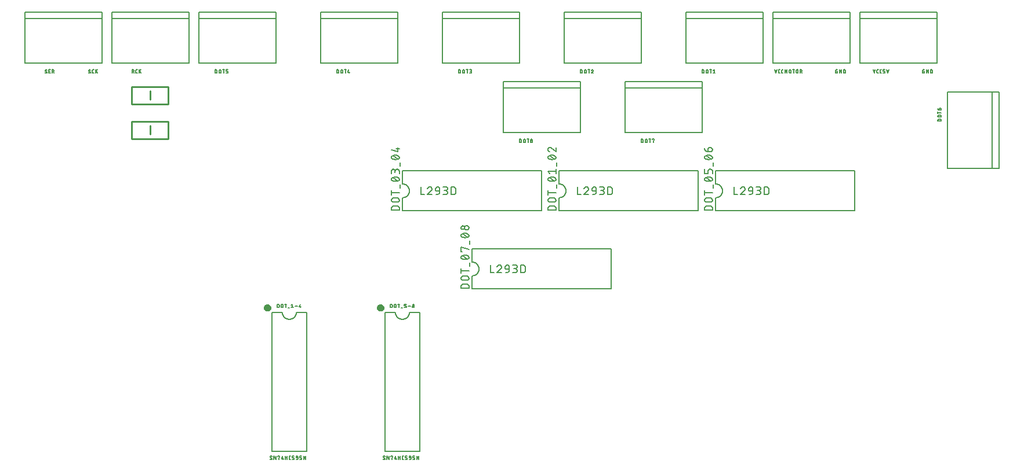
<source format=gbr>
G04 EAGLE Gerber X2 export*
%TF.Part,Single*%
%TF.FileFunction,Legend,Top,1*%
%TF.FilePolarity,Positive*%
%TF.GenerationSoftware,Autodesk,EAGLE,9.1.3*%
%TF.CreationDate,2018-09-12T01:24:37Z*%
G75*
%MOMM*%
%FSLAX34Y34*%
%LPD*%
%AMOC8*
5,1,8,0,0,1.08239X$1,22.5*%
G01*
%ADD10C,0.254000*%
%ADD11C,0.203200*%
%ADD12C,0.127000*%
%ADD13C,0.152400*%

G36*
X96381Y534477D02*
X96381Y534477D01*
X96429Y534491D01*
X96519Y534508D01*
X97526Y534860D01*
X97570Y534885D01*
X97654Y534922D01*
X98557Y535490D01*
X98594Y535524D01*
X98668Y535578D01*
X99422Y536332D01*
X99451Y536374D01*
X99511Y536443D01*
X100078Y537346D01*
X100097Y537393D01*
X100140Y537474D01*
X100492Y538481D01*
X100500Y538531D01*
X100523Y538619D01*
X100643Y539679D01*
X100639Y539729D01*
X100643Y539821D01*
X100523Y540881D01*
X100509Y540929D01*
X100492Y541019D01*
X100140Y542026D01*
X100115Y542070D01*
X100078Y542154D01*
X99511Y543057D01*
X99477Y543094D01*
X99422Y543168D01*
X98668Y543922D01*
X98626Y543951D01*
X98557Y544011D01*
X97654Y544578D01*
X97607Y544597D01*
X97526Y544640D01*
X96519Y544992D01*
X96469Y545000D01*
X96381Y545023D01*
X95321Y545143D01*
X95271Y545139D01*
X95179Y545143D01*
X94119Y545023D01*
X94071Y545009D01*
X93981Y544992D01*
X92974Y544640D01*
X92930Y544615D01*
X92846Y544578D01*
X91943Y544011D01*
X91906Y543977D01*
X91832Y543922D01*
X91078Y543168D01*
X91049Y543126D01*
X90990Y543057D01*
X90422Y542154D01*
X90403Y542107D01*
X90360Y542026D01*
X90008Y541019D01*
X90000Y540969D01*
X89977Y540881D01*
X89857Y539821D01*
X89861Y539771D01*
X89857Y539679D01*
X89977Y538619D01*
X89991Y538571D01*
X90008Y538481D01*
X90360Y537474D01*
X90385Y537430D01*
X90422Y537346D01*
X90990Y536443D01*
X91024Y536406D01*
X91078Y536332D01*
X91832Y535578D01*
X91874Y535549D01*
X91943Y535490D01*
X92846Y534922D01*
X92893Y534903D01*
X92974Y534860D01*
X93981Y534508D01*
X94031Y534500D01*
X94119Y534477D01*
X95179Y534357D01*
X95229Y534361D01*
X95321Y534357D01*
X96381Y534477D01*
G37*
G36*
X-68719Y534477D02*
X-68719Y534477D01*
X-68671Y534491D01*
X-68581Y534508D01*
X-67574Y534860D01*
X-67530Y534885D01*
X-67446Y534922D01*
X-66543Y535490D01*
X-66506Y535524D01*
X-66432Y535578D01*
X-65678Y536332D01*
X-65649Y536374D01*
X-65590Y536443D01*
X-65022Y537346D01*
X-65003Y537393D01*
X-64960Y537474D01*
X-64608Y538481D01*
X-64600Y538531D01*
X-64577Y538619D01*
X-64457Y539679D01*
X-64461Y539729D01*
X-64457Y539821D01*
X-64577Y540881D01*
X-64591Y540929D01*
X-64608Y541019D01*
X-64960Y542026D01*
X-64985Y542070D01*
X-65022Y542154D01*
X-65590Y543057D01*
X-65624Y543094D01*
X-65678Y543168D01*
X-66432Y543922D01*
X-66474Y543951D01*
X-66543Y544011D01*
X-67446Y544578D01*
X-67493Y544597D01*
X-67574Y544640D01*
X-68581Y544992D01*
X-68631Y545000D01*
X-68719Y545023D01*
X-69779Y545143D01*
X-69829Y545139D01*
X-69921Y545143D01*
X-70981Y545023D01*
X-71029Y545009D01*
X-71119Y544992D01*
X-72126Y544640D01*
X-72170Y544615D01*
X-72254Y544578D01*
X-73157Y544011D01*
X-73194Y543977D01*
X-73268Y543922D01*
X-74022Y543168D01*
X-74051Y543126D01*
X-74111Y543057D01*
X-74678Y542154D01*
X-74697Y542107D01*
X-74740Y542026D01*
X-75092Y541019D01*
X-75100Y540969D01*
X-75123Y540881D01*
X-75243Y539821D01*
X-75239Y539771D01*
X-75243Y539679D01*
X-75123Y538619D01*
X-75109Y538571D01*
X-75092Y538481D01*
X-74740Y537474D01*
X-74715Y537430D01*
X-74678Y537346D01*
X-74111Y536443D01*
X-74077Y536406D01*
X-74022Y536332D01*
X-73268Y535578D01*
X-73226Y535549D01*
X-73157Y535490D01*
X-72254Y534922D01*
X-72207Y534903D01*
X-72126Y534860D01*
X-71119Y534508D01*
X-71069Y534500D01*
X-70981Y534477D01*
X-69921Y534357D01*
X-69871Y534361D01*
X-69779Y534357D01*
X-68719Y534477D01*
G37*
D10*
X-241300Y806450D02*
X-241300Y793750D01*
X-267970Y812800D02*
X-214630Y812800D01*
X-214630Y787400D01*
X-267970Y787400D01*
X-267970Y812800D01*
X-241300Y844550D02*
X-241300Y857250D01*
X-267970Y863600D02*
X-214630Y863600D01*
X-214630Y838200D01*
X-267970Y838200D01*
X-267970Y863600D01*
D11*
X541300Y897800D02*
X653300Y897800D01*
X541300Y897800D02*
X541300Y962800D01*
X541300Y972800D01*
X653300Y972800D01*
X653300Y962800D01*
X653300Y897800D01*
X653300Y962800D02*
X541300Y962800D01*
D12*
X564973Y888365D02*
X564973Y883539D01*
X564973Y888365D02*
X566314Y888365D01*
X566384Y888363D01*
X566454Y888358D01*
X566524Y888348D01*
X566593Y888336D01*
X566661Y888319D01*
X566728Y888299D01*
X566795Y888276D01*
X566859Y888249D01*
X566923Y888219D01*
X566985Y888185D01*
X567044Y888149D01*
X567102Y888109D01*
X567158Y888066D01*
X567211Y888021D01*
X567262Y887972D01*
X567311Y887921D01*
X567356Y887868D01*
X567399Y887812D01*
X567439Y887754D01*
X567475Y887695D01*
X567509Y887633D01*
X567539Y887569D01*
X567566Y887505D01*
X567589Y887438D01*
X567609Y887371D01*
X567626Y887303D01*
X567638Y887234D01*
X567648Y887164D01*
X567653Y887094D01*
X567655Y887024D01*
X567655Y884880D01*
X567653Y884810D01*
X567648Y884740D01*
X567638Y884670D01*
X567626Y884601D01*
X567609Y884533D01*
X567589Y884466D01*
X567566Y884399D01*
X567539Y884335D01*
X567509Y884271D01*
X567475Y884209D01*
X567439Y884150D01*
X567399Y884092D01*
X567356Y884036D01*
X567311Y883983D01*
X567262Y883932D01*
X567211Y883883D01*
X567158Y883838D01*
X567102Y883795D01*
X567044Y883755D01*
X566984Y883719D01*
X566923Y883685D01*
X566859Y883655D01*
X566795Y883628D01*
X566728Y883605D01*
X566661Y883585D01*
X566593Y883568D01*
X566524Y883556D01*
X566454Y883546D01*
X566384Y883541D01*
X566314Y883539D01*
X564973Y883539D01*
X570643Y884880D02*
X570643Y887024D01*
X570642Y887024D02*
X570644Y887095D01*
X570650Y887167D01*
X570659Y887237D01*
X570672Y887307D01*
X570689Y887377D01*
X570710Y887445D01*
X570734Y887512D01*
X570762Y887578D01*
X570793Y887642D01*
X570828Y887705D01*
X570866Y887765D01*
X570907Y887824D01*
X570951Y887880D01*
X570998Y887934D01*
X571047Y887985D01*
X571100Y888033D01*
X571155Y888079D01*
X571212Y888121D01*
X571272Y888161D01*
X571333Y888197D01*
X571397Y888230D01*
X571462Y888259D01*
X571528Y888285D01*
X571596Y888308D01*
X571665Y888327D01*
X571735Y888342D01*
X571805Y888353D01*
X571876Y888361D01*
X571947Y888365D01*
X572019Y888365D01*
X572090Y888361D01*
X572161Y888353D01*
X572231Y888342D01*
X572301Y888327D01*
X572370Y888308D01*
X572438Y888285D01*
X572504Y888259D01*
X572569Y888230D01*
X572633Y888197D01*
X572694Y888161D01*
X572754Y888121D01*
X572811Y888079D01*
X572866Y888033D01*
X572919Y887985D01*
X572968Y887934D01*
X573015Y887880D01*
X573059Y887824D01*
X573100Y887765D01*
X573138Y887705D01*
X573173Y887642D01*
X573204Y887578D01*
X573232Y887512D01*
X573256Y887445D01*
X573277Y887377D01*
X573294Y887307D01*
X573307Y887237D01*
X573316Y887167D01*
X573322Y887095D01*
X573324Y887024D01*
X573324Y884880D01*
X573322Y884809D01*
X573316Y884737D01*
X573307Y884667D01*
X573294Y884597D01*
X573277Y884527D01*
X573256Y884459D01*
X573232Y884392D01*
X573204Y884326D01*
X573173Y884262D01*
X573138Y884199D01*
X573100Y884139D01*
X573059Y884080D01*
X573015Y884024D01*
X572968Y883970D01*
X572919Y883919D01*
X572866Y883871D01*
X572811Y883825D01*
X572754Y883783D01*
X572694Y883743D01*
X572633Y883707D01*
X572569Y883674D01*
X572504Y883645D01*
X572438Y883619D01*
X572370Y883596D01*
X572301Y883577D01*
X572231Y883562D01*
X572161Y883551D01*
X572090Y883543D01*
X572019Y883539D01*
X571947Y883539D01*
X571876Y883543D01*
X571805Y883551D01*
X571735Y883562D01*
X571665Y883577D01*
X571596Y883596D01*
X571528Y883619D01*
X571462Y883645D01*
X571397Y883674D01*
X571333Y883707D01*
X571272Y883743D01*
X571212Y883783D01*
X571155Y883825D01*
X571100Y883871D01*
X571047Y883919D01*
X570998Y883970D01*
X570951Y884024D01*
X570907Y884080D01*
X570866Y884139D01*
X570828Y884199D01*
X570793Y884262D01*
X570762Y884326D01*
X570734Y884392D01*
X570710Y884459D01*
X570689Y884527D01*
X570672Y884597D01*
X570659Y884667D01*
X570650Y884737D01*
X570644Y884809D01*
X570642Y884880D01*
X577104Y883539D02*
X577104Y888365D01*
X578444Y888365D02*
X575763Y888365D01*
X580884Y887293D02*
X582224Y888365D01*
X582224Y883539D01*
X580884Y883539D02*
X583565Y883539D01*
D11*
X475500Y897800D02*
X363500Y897800D01*
X363500Y962800D01*
X363500Y972800D01*
X475500Y972800D01*
X475500Y962800D01*
X475500Y897800D01*
X475500Y962800D02*
X363500Y962800D01*
D12*
X387173Y888365D02*
X387173Y883539D01*
X387173Y888365D02*
X388514Y888365D01*
X388584Y888363D01*
X388654Y888358D01*
X388724Y888348D01*
X388793Y888336D01*
X388861Y888319D01*
X388928Y888299D01*
X388995Y888276D01*
X389059Y888249D01*
X389123Y888219D01*
X389185Y888185D01*
X389244Y888149D01*
X389302Y888109D01*
X389358Y888066D01*
X389411Y888021D01*
X389462Y887972D01*
X389511Y887921D01*
X389556Y887868D01*
X389599Y887812D01*
X389639Y887754D01*
X389675Y887695D01*
X389709Y887633D01*
X389739Y887569D01*
X389766Y887505D01*
X389789Y887438D01*
X389809Y887371D01*
X389826Y887303D01*
X389838Y887234D01*
X389848Y887164D01*
X389853Y887094D01*
X389855Y887024D01*
X389855Y884880D01*
X389853Y884810D01*
X389848Y884740D01*
X389838Y884670D01*
X389826Y884601D01*
X389809Y884533D01*
X389789Y884466D01*
X389766Y884399D01*
X389739Y884335D01*
X389709Y884271D01*
X389675Y884209D01*
X389639Y884150D01*
X389599Y884092D01*
X389556Y884036D01*
X389511Y883983D01*
X389462Y883932D01*
X389411Y883883D01*
X389358Y883838D01*
X389302Y883795D01*
X389244Y883755D01*
X389184Y883719D01*
X389123Y883685D01*
X389059Y883655D01*
X388995Y883628D01*
X388928Y883605D01*
X388861Y883585D01*
X388793Y883568D01*
X388724Y883556D01*
X388654Y883546D01*
X388584Y883541D01*
X388514Y883539D01*
X387173Y883539D01*
X392843Y884880D02*
X392843Y887024D01*
X392842Y887024D02*
X392844Y887095D01*
X392850Y887167D01*
X392859Y887237D01*
X392872Y887307D01*
X392889Y887377D01*
X392910Y887445D01*
X392934Y887512D01*
X392962Y887578D01*
X392993Y887642D01*
X393028Y887705D01*
X393066Y887765D01*
X393107Y887824D01*
X393151Y887880D01*
X393198Y887934D01*
X393247Y887985D01*
X393300Y888033D01*
X393355Y888079D01*
X393412Y888121D01*
X393472Y888161D01*
X393533Y888197D01*
X393597Y888230D01*
X393662Y888259D01*
X393728Y888285D01*
X393796Y888308D01*
X393865Y888327D01*
X393935Y888342D01*
X394005Y888353D01*
X394076Y888361D01*
X394147Y888365D01*
X394219Y888365D01*
X394290Y888361D01*
X394361Y888353D01*
X394431Y888342D01*
X394501Y888327D01*
X394570Y888308D01*
X394638Y888285D01*
X394704Y888259D01*
X394769Y888230D01*
X394833Y888197D01*
X394894Y888161D01*
X394954Y888121D01*
X395011Y888079D01*
X395066Y888033D01*
X395119Y887985D01*
X395168Y887934D01*
X395215Y887880D01*
X395259Y887824D01*
X395300Y887765D01*
X395338Y887705D01*
X395373Y887642D01*
X395404Y887578D01*
X395432Y887512D01*
X395456Y887445D01*
X395477Y887377D01*
X395494Y887307D01*
X395507Y887237D01*
X395516Y887167D01*
X395522Y887095D01*
X395524Y887024D01*
X395524Y884880D01*
X395522Y884809D01*
X395516Y884737D01*
X395507Y884667D01*
X395494Y884597D01*
X395477Y884527D01*
X395456Y884459D01*
X395432Y884392D01*
X395404Y884326D01*
X395373Y884262D01*
X395338Y884199D01*
X395300Y884139D01*
X395259Y884080D01*
X395215Y884024D01*
X395168Y883970D01*
X395119Y883919D01*
X395066Y883871D01*
X395011Y883825D01*
X394954Y883783D01*
X394894Y883743D01*
X394833Y883707D01*
X394769Y883674D01*
X394704Y883645D01*
X394638Y883619D01*
X394570Y883596D01*
X394501Y883577D01*
X394431Y883562D01*
X394361Y883551D01*
X394290Y883543D01*
X394219Y883539D01*
X394147Y883539D01*
X394076Y883543D01*
X394005Y883551D01*
X393935Y883562D01*
X393865Y883577D01*
X393796Y883596D01*
X393728Y883619D01*
X393662Y883645D01*
X393597Y883674D01*
X393533Y883707D01*
X393472Y883743D01*
X393412Y883783D01*
X393355Y883825D01*
X393300Y883871D01*
X393247Y883919D01*
X393198Y883970D01*
X393151Y884024D01*
X393107Y884080D01*
X393066Y884139D01*
X393028Y884199D01*
X392993Y884262D01*
X392962Y884326D01*
X392934Y884392D01*
X392910Y884459D01*
X392889Y884527D01*
X392872Y884597D01*
X392859Y884667D01*
X392850Y884737D01*
X392844Y884809D01*
X392842Y884880D01*
X399304Y883539D02*
X399304Y888365D01*
X400644Y888365D02*
X397963Y888365D01*
X404559Y888365D02*
X404627Y888363D01*
X404694Y888357D01*
X404761Y888348D01*
X404828Y888335D01*
X404893Y888318D01*
X404958Y888297D01*
X405021Y888273D01*
X405083Y888245D01*
X405143Y888214D01*
X405201Y888180D01*
X405257Y888142D01*
X405312Y888102D01*
X405363Y888058D01*
X405412Y888011D01*
X405459Y887962D01*
X405503Y887911D01*
X405543Y887856D01*
X405581Y887800D01*
X405615Y887742D01*
X405646Y887682D01*
X405674Y887620D01*
X405698Y887557D01*
X405719Y887492D01*
X405736Y887427D01*
X405749Y887360D01*
X405758Y887293D01*
X405764Y887226D01*
X405766Y887158D01*
X404559Y888365D02*
X404481Y888363D01*
X404403Y888357D01*
X404326Y888347D01*
X404249Y888334D01*
X404173Y888316D01*
X404098Y888295D01*
X404024Y888270D01*
X403952Y888241D01*
X403881Y888209D01*
X403812Y888173D01*
X403744Y888134D01*
X403679Y888091D01*
X403616Y888045D01*
X403555Y887996D01*
X403497Y887944D01*
X403442Y887889D01*
X403389Y887832D01*
X403340Y887772D01*
X403293Y887709D01*
X403250Y887645D01*
X403210Y887578D01*
X403173Y887509D01*
X403140Y887438D01*
X403110Y887366D01*
X403084Y887293D01*
X405363Y886220D02*
X405412Y886269D01*
X405459Y886321D01*
X405502Y886376D01*
X405543Y886433D01*
X405581Y886492D01*
X405615Y886553D01*
X405646Y886616D01*
X405674Y886680D01*
X405698Y886746D01*
X405718Y886812D01*
X405735Y886880D01*
X405748Y886949D01*
X405757Y887018D01*
X405763Y887088D01*
X405765Y887158D01*
X405363Y886220D02*
X403084Y883539D01*
X405765Y883539D01*
D11*
X297700Y897800D02*
X185700Y897800D01*
X185700Y962800D01*
X185700Y972800D01*
X297700Y972800D01*
X297700Y962800D01*
X297700Y897800D01*
X297700Y962800D02*
X185700Y962800D01*
D12*
X209373Y888365D02*
X209373Y883539D01*
X209373Y888365D02*
X210714Y888365D01*
X210784Y888363D01*
X210854Y888358D01*
X210924Y888348D01*
X210993Y888336D01*
X211061Y888319D01*
X211128Y888299D01*
X211195Y888276D01*
X211259Y888249D01*
X211323Y888219D01*
X211385Y888185D01*
X211444Y888149D01*
X211502Y888109D01*
X211558Y888066D01*
X211611Y888021D01*
X211662Y887972D01*
X211711Y887921D01*
X211756Y887868D01*
X211799Y887812D01*
X211839Y887754D01*
X211875Y887695D01*
X211909Y887633D01*
X211939Y887569D01*
X211966Y887505D01*
X211989Y887438D01*
X212009Y887371D01*
X212026Y887303D01*
X212038Y887234D01*
X212048Y887164D01*
X212053Y887094D01*
X212055Y887024D01*
X212055Y884880D01*
X212053Y884810D01*
X212048Y884740D01*
X212038Y884670D01*
X212026Y884601D01*
X212009Y884533D01*
X211989Y884466D01*
X211966Y884399D01*
X211939Y884335D01*
X211909Y884271D01*
X211875Y884209D01*
X211839Y884150D01*
X211799Y884092D01*
X211756Y884036D01*
X211711Y883983D01*
X211662Y883932D01*
X211611Y883883D01*
X211558Y883838D01*
X211502Y883795D01*
X211444Y883755D01*
X211384Y883719D01*
X211323Y883685D01*
X211259Y883655D01*
X211195Y883628D01*
X211128Y883605D01*
X211061Y883585D01*
X210993Y883568D01*
X210924Y883556D01*
X210854Y883546D01*
X210784Y883541D01*
X210714Y883539D01*
X209373Y883539D01*
X215043Y884880D02*
X215043Y887024D01*
X215042Y887024D02*
X215044Y887095D01*
X215050Y887167D01*
X215059Y887237D01*
X215072Y887307D01*
X215089Y887377D01*
X215110Y887445D01*
X215134Y887512D01*
X215162Y887578D01*
X215193Y887642D01*
X215228Y887705D01*
X215266Y887765D01*
X215307Y887824D01*
X215351Y887880D01*
X215398Y887934D01*
X215447Y887985D01*
X215500Y888033D01*
X215555Y888079D01*
X215612Y888121D01*
X215672Y888161D01*
X215733Y888197D01*
X215797Y888230D01*
X215862Y888259D01*
X215928Y888285D01*
X215996Y888308D01*
X216065Y888327D01*
X216135Y888342D01*
X216205Y888353D01*
X216276Y888361D01*
X216347Y888365D01*
X216419Y888365D01*
X216490Y888361D01*
X216561Y888353D01*
X216631Y888342D01*
X216701Y888327D01*
X216770Y888308D01*
X216838Y888285D01*
X216904Y888259D01*
X216969Y888230D01*
X217033Y888197D01*
X217094Y888161D01*
X217154Y888121D01*
X217211Y888079D01*
X217266Y888033D01*
X217319Y887985D01*
X217368Y887934D01*
X217415Y887880D01*
X217459Y887824D01*
X217500Y887765D01*
X217538Y887705D01*
X217573Y887642D01*
X217604Y887578D01*
X217632Y887512D01*
X217656Y887445D01*
X217677Y887377D01*
X217694Y887307D01*
X217707Y887237D01*
X217716Y887167D01*
X217722Y887095D01*
X217724Y887024D01*
X217724Y884880D01*
X217722Y884809D01*
X217716Y884737D01*
X217707Y884667D01*
X217694Y884597D01*
X217677Y884527D01*
X217656Y884459D01*
X217632Y884392D01*
X217604Y884326D01*
X217573Y884262D01*
X217538Y884199D01*
X217500Y884139D01*
X217459Y884080D01*
X217415Y884024D01*
X217368Y883970D01*
X217319Y883919D01*
X217266Y883871D01*
X217211Y883825D01*
X217154Y883783D01*
X217094Y883743D01*
X217033Y883707D01*
X216969Y883674D01*
X216904Y883645D01*
X216838Y883619D01*
X216770Y883596D01*
X216701Y883577D01*
X216631Y883562D01*
X216561Y883551D01*
X216490Y883543D01*
X216419Y883539D01*
X216347Y883539D01*
X216276Y883543D01*
X216205Y883551D01*
X216135Y883562D01*
X216065Y883577D01*
X215996Y883596D01*
X215928Y883619D01*
X215862Y883645D01*
X215797Y883674D01*
X215733Y883707D01*
X215672Y883743D01*
X215612Y883783D01*
X215555Y883825D01*
X215500Y883871D01*
X215447Y883919D01*
X215398Y883970D01*
X215351Y884024D01*
X215307Y884080D01*
X215266Y884139D01*
X215228Y884199D01*
X215193Y884262D01*
X215162Y884326D01*
X215134Y884392D01*
X215110Y884459D01*
X215089Y884527D01*
X215072Y884597D01*
X215059Y884667D01*
X215050Y884737D01*
X215044Y884809D01*
X215042Y884880D01*
X221504Y883539D02*
X221504Y888365D01*
X222844Y888365D02*
X220163Y888365D01*
X225284Y883539D02*
X226624Y883539D01*
X226695Y883541D01*
X226767Y883547D01*
X226837Y883556D01*
X226907Y883569D01*
X226977Y883586D01*
X227045Y883607D01*
X227112Y883631D01*
X227178Y883659D01*
X227242Y883690D01*
X227305Y883725D01*
X227365Y883763D01*
X227424Y883804D01*
X227480Y883848D01*
X227534Y883895D01*
X227585Y883944D01*
X227633Y883997D01*
X227679Y884052D01*
X227721Y884109D01*
X227761Y884169D01*
X227797Y884230D01*
X227830Y884294D01*
X227859Y884359D01*
X227885Y884425D01*
X227908Y884493D01*
X227927Y884562D01*
X227942Y884632D01*
X227953Y884702D01*
X227961Y884773D01*
X227965Y884844D01*
X227965Y884916D01*
X227961Y884987D01*
X227953Y885058D01*
X227942Y885128D01*
X227927Y885198D01*
X227908Y885267D01*
X227885Y885335D01*
X227859Y885401D01*
X227830Y885466D01*
X227797Y885530D01*
X227761Y885591D01*
X227721Y885651D01*
X227679Y885708D01*
X227633Y885763D01*
X227585Y885816D01*
X227534Y885865D01*
X227480Y885912D01*
X227424Y885956D01*
X227365Y885997D01*
X227305Y886035D01*
X227242Y886070D01*
X227178Y886101D01*
X227112Y886129D01*
X227045Y886153D01*
X226977Y886174D01*
X226907Y886191D01*
X226837Y886204D01*
X226767Y886213D01*
X226695Y886219D01*
X226624Y886221D01*
X226893Y888365D02*
X225284Y888365D01*
X226893Y888365D02*
X226958Y888363D01*
X227022Y888357D01*
X227086Y888347D01*
X227150Y888334D01*
X227212Y888316D01*
X227273Y888295D01*
X227333Y888271D01*
X227391Y888242D01*
X227448Y888210D01*
X227502Y888175D01*
X227554Y888137D01*
X227604Y888095D01*
X227651Y888051D01*
X227695Y888004D01*
X227737Y887954D01*
X227775Y887902D01*
X227810Y887848D01*
X227842Y887791D01*
X227871Y887733D01*
X227895Y887673D01*
X227916Y887612D01*
X227934Y887550D01*
X227947Y887486D01*
X227957Y887422D01*
X227963Y887358D01*
X227965Y887293D01*
X227963Y887228D01*
X227957Y887164D01*
X227947Y887100D01*
X227934Y887036D01*
X227916Y886974D01*
X227895Y886913D01*
X227871Y886853D01*
X227842Y886795D01*
X227810Y886738D01*
X227775Y886684D01*
X227737Y886632D01*
X227695Y886582D01*
X227651Y886535D01*
X227604Y886491D01*
X227554Y886449D01*
X227502Y886411D01*
X227448Y886376D01*
X227391Y886344D01*
X227333Y886315D01*
X227273Y886291D01*
X227212Y886270D01*
X227150Y886252D01*
X227086Y886239D01*
X227022Y886229D01*
X226958Y886223D01*
X226893Y886221D01*
X226893Y886220D02*
X225820Y886220D01*
D11*
X119900Y897800D02*
X7900Y897800D01*
X7900Y962800D01*
X7900Y972800D01*
X119900Y972800D01*
X119900Y962800D01*
X119900Y897800D01*
X119900Y962800D02*
X7900Y962800D01*
D12*
X31573Y888365D02*
X31573Y883539D01*
X31573Y888365D02*
X32914Y888365D01*
X32984Y888363D01*
X33054Y888358D01*
X33124Y888348D01*
X33193Y888336D01*
X33261Y888319D01*
X33328Y888299D01*
X33395Y888276D01*
X33459Y888249D01*
X33523Y888219D01*
X33585Y888185D01*
X33644Y888149D01*
X33702Y888109D01*
X33758Y888066D01*
X33811Y888021D01*
X33862Y887972D01*
X33911Y887921D01*
X33956Y887868D01*
X33999Y887812D01*
X34039Y887754D01*
X34075Y887695D01*
X34109Y887633D01*
X34139Y887569D01*
X34166Y887505D01*
X34189Y887438D01*
X34209Y887371D01*
X34226Y887303D01*
X34238Y887234D01*
X34248Y887164D01*
X34253Y887094D01*
X34255Y887024D01*
X34255Y884880D01*
X34253Y884810D01*
X34248Y884740D01*
X34238Y884670D01*
X34226Y884601D01*
X34209Y884533D01*
X34189Y884466D01*
X34166Y884399D01*
X34139Y884335D01*
X34109Y884271D01*
X34075Y884209D01*
X34039Y884150D01*
X33999Y884092D01*
X33956Y884036D01*
X33911Y883983D01*
X33862Y883932D01*
X33811Y883883D01*
X33758Y883838D01*
X33702Y883795D01*
X33644Y883755D01*
X33584Y883719D01*
X33523Y883685D01*
X33459Y883655D01*
X33395Y883628D01*
X33328Y883605D01*
X33261Y883585D01*
X33193Y883568D01*
X33124Y883556D01*
X33054Y883546D01*
X32984Y883541D01*
X32914Y883539D01*
X31573Y883539D01*
X37243Y884880D02*
X37243Y887024D01*
X37242Y887024D02*
X37244Y887095D01*
X37250Y887167D01*
X37259Y887237D01*
X37272Y887307D01*
X37289Y887377D01*
X37310Y887445D01*
X37334Y887512D01*
X37362Y887578D01*
X37393Y887642D01*
X37428Y887705D01*
X37466Y887765D01*
X37507Y887824D01*
X37551Y887880D01*
X37598Y887934D01*
X37647Y887985D01*
X37700Y888033D01*
X37755Y888079D01*
X37812Y888121D01*
X37872Y888161D01*
X37933Y888197D01*
X37997Y888230D01*
X38062Y888259D01*
X38128Y888285D01*
X38196Y888308D01*
X38265Y888327D01*
X38335Y888342D01*
X38405Y888353D01*
X38476Y888361D01*
X38547Y888365D01*
X38619Y888365D01*
X38690Y888361D01*
X38761Y888353D01*
X38831Y888342D01*
X38901Y888327D01*
X38970Y888308D01*
X39038Y888285D01*
X39104Y888259D01*
X39169Y888230D01*
X39233Y888197D01*
X39294Y888161D01*
X39354Y888121D01*
X39411Y888079D01*
X39466Y888033D01*
X39519Y887985D01*
X39568Y887934D01*
X39615Y887880D01*
X39659Y887824D01*
X39700Y887765D01*
X39738Y887705D01*
X39773Y887642D01*
X39804Y887578D01*
X39832Y887512D01*
X39856Y887445D01*
X39877Y887377D01*
X39894Y887307D01*
X39907Y887237D01*
X39916Y887167D01*
X39922Y887095D01*
X39924Y887024D01*
X39924Y884880D01*
X39922Y884809D01*
X39916Y884737D01*
X39907Y884667D01*
X39894Y884597D01*
X39877Y884527D01*
X39856Y884459D01*
X39832Y884392D01*
X39804Y884326D01*
X39773Y884262D01*
X39738Y884199D01*
X39700Y884139D01*
X39659Y884080D01*
X39615Y884024D01*
X39568Y883970D01*
X39519Y883919D01*
X39466Y883871D01*
X39411Y883825D01*
X39354Y883783D01*
X39294Y883743D01*
X39233Y883707D01*
X39169Y883674D01*
X39104Y883645D01*
X39038Y883619D01*
X38970Y883596D01*
X38901Y883577D01*
X38831Y883562D01*
X38761Y883551D01*
X38690Y883543D01*
X38619Y883539D01*
X38547Y883539D01*
X38476Y883543D01*
X38405Y883551D01*
X38335Y883562D01*
X38265Y883577D01*
X38196Y883596D01*
X38128Y883619D01*
X38062Y883645D01*
X37997Y883674D01*
X37933Y883707D01*
X37872Y883743D01*
X37812Y883783D01*
X37755Y883825D01*
X37700Y883871D01*
X37647Y883919D01*
X37598Y883970D01*
X37551Y884024D01*
X37507Y884080D01*
X37466Y884139D01*
X37428Y884199D01*
X37393Y884262D01*
X37362Y884326D01*
X37334Y884392D01*
X37310Y884459D01*
X37289Y884527D01*
X37272Y884597D01*
X37259Y884667D01*
X37250Y884737D01*
X37244Y884809D01*
X37242Y884880D01*
X43704Y883539D02*
X43704Y888365D01*
X45044Y888365D02*
X42363Y888365D01*
X48556Y888365D02*
X47484Y884611D01*
X50165Y884611D01*
X49361Y885684D02*
X49361Y883539D01*
D11*
X-57900Y897800D02*
X-169900Y897800D01*
X-169900Y962800D01*
X-169900Y972800D01*
X-57900Y972800D01*
X-57900Y962800D01*
X-57900Y897800D01*
X-57900Y962800D02*
X-169900Y962800D01*
D12*
X-146227Y888365D02*
X-146227Y883539D01*
X-146227Y888365D02*
X-144886Y888365D01*
X-144816Y888363D01*
X-144746Y888358D01*
X-144676Y888348D01*
X-144607Y888336D01*
X-144539Y888319D01*
X-144472Y888299D01*
X-144405Y888276D01*
X-144341Y888249D01*
X-144277Y888219D01*
X-144216Y888185D01*
X-144156Y888149D01*
X-144098Y888109D01*
X-144042Y888066D01*
X-143989Y888021D01*
X-143938Y887972D01*
X-143889Y887921D01*
X-143844Y887868D01*
X-143801Y887812D01*
X-143761Y887754D01*
X-143725Y887695D01*
X-143691Y887633D01*
X-143661Y887569D01*
X-143634Y887505D01*
X-143611Y887438D01*
X-143591Y887371D01*
X-143574Y887303D01*
X-143562Y887234D01*
X-143552Y887164D01*
X-143547Y887094D01*
X-143545Y887024D01*
X-143545Y884880D01*
X-143547Y884810D01*
X-143552Y884740D01*
X-143562Y884670D01*
X-143574Y884601D01*
X-143591Y884533D01*
X-143611Y884466D01*
X-143634Y884399D01*
X-143661Y884335D01*
X-143691Y884271D01*
X-143725Y884210D01*
X-143761Y884150D01*
X-143801Y884092D01*
X-143844Y884036D01*
X-143889Y883983D01*
X-143938Y883932D01*
X-143989Y883883D01*
X-144042Y883838D01*
X-144098Y883795D01*
X-144156Y883755D01*
X-144216Y883719D01*
X-144277Y883685D01*
X-144341Y883655D01*
X-144405Y883628D01*
X-144472Y883605D01*
X-144539Y883585D01*
X-144607Y883568D01*
X-144676Y883556D01*
X-144746Y883546D01*
X-144816Y883541D01*
X-144886Y883539D01*
X-146227Y883539D01*
X-140557Y884880D02*
X-140557Y887024D01*
X-140558Y887024D02*
X-140556Y887095D01*
X-140550Y887167D01*
X-140541Y887237D01*
X-140528Y887307D01*
X-140511Y887377D01*
X-140490Y887445D01*
X-140466Y887512D01*
X-140438Y887578D01*
X-140407Y887642D01*
X-140372Y887705D01*
X-140334Y887765D01*
X-140293Y887824D01*
X-140249Y887880D01*
X-140202Y887934D01*
X-140153Y887985D01*
X-140100Y888033D01*
X-140045Y888079D01*
X-139988Y888121D01*
X-139928Y888161D01*
X-139867Y888197D01*
X-139803Y888230D01*
X-139738Y888259D01*
X-139672Y888285D01*
X-139604Y888308D01*
X-139535Y888327D01*
X-139465Y888342D01*
X-139395Y888353D01*
X-139324Y888361D01*
X-139253Y888365D01*
X-139181Y888365D01*
X-139110Y888361D01*
X-139039Y888353D01*
X-138969Y888342D01*
X-138899Y888327D01*
X-138830Y888308D01*
X-138762Y888285D01*
X-138696Y888259D01*
X-138631Y888230D01*
X-138567Y888197D01*
X-138506Y888161D01*
X-138446Y888121D01*
X-138389Y888079D01*
X-138334Y888033D01*
X-138281Y887985D01*
X-138232Y887934D01*
X-138185Y887880D01*
X-138141Y887824D01*
X-138100Y887765D01*
X-138062Y887705D01*
X-138027Y887642D01*
X-137996Y887578D01*
X-137968Y887512D01*
X-137944Y887445D01*
X-137923Y887377D01*
X-137906Y887307D01*
X-137893Y887237D01*
X-137884Y887167D01*
X-137878Y887095D01*
X-137876Y887024D01*
X-137876Y884880D01*
X-137878Y884809D01*
X-137884Y884737D01*
X-137893Y884667D01*
X-137906Y884597D01*
X-137923Y884527D01*
X-137944Y884459D01*
X-137968Y884392D01*
X-137996Y884326D01*
X-138027Y884262D01*
X-138062Y884199D01*
X-138100Y884139D01*
X-138141Y884080D01*
X-138185Y884024D01*
X-138232Y883970D01*
X-138281Y883919D01*
X-138334Y883871D01*
X-138389Y883825D01*
X-138446Y883783D01*
X-138506Y883743D01*
X-138567Y883707D01*
X-138631Y883674D01*
X-138696Y883645D01*
X-138762Y883619D01*
X-138830Y883596D01*
X-138899Y883577D01*
X-138969Y883562D01*
X-139039Y883551D01*
X-139110Y883543D01*
X-139181Y883539D01*
X-139253Y883539D01*
X-139324Y883543D01*
X-139395Y883551D01*
X-139465Y883562D01*
X-139535Y883577D01*
X-139604Y883596D01*
X-139672Y883619D01*
X-139738Y883645D01*
X-139803Y883674D01*
X-139867Y883707D01*
X-139928Y883743D01*
X-139988Y883783D01*
X-140045Y883825D01*
X-140100Y883871D01*
X-140153Y883919D01*
X-140202Y883970D01*
X-140249Y884024D01*
X-140293Y884080D01*
X-140334Y884139D01*
X-140372Y884199D01*
X-140407Y884262D01*
X-140438Y884326D01*
X-140466Y884392D01*
X-140490Y884459D01*
X-140511Y884527D01*
X-140528Y884597D01*
X-140541Y884667D01*
X-140550Y884737D01*
X-140556Y884809D01*
X-140558Y884880D01*
X-134096Y883539D02*
X-134096Y888365D01*
X-132756Y888365D02*
X-135437Y888365D01*
X-130316Y883539D02*
X-128707Y883539D01*
X-128642Y883541D01*
X-128578Y883547D01*
X-128514Y883557D01*
X-128450Y883570D01*
X-128388Y883588D01*
X-128327Y883609D01*
X-128267Y883633D01*
X-128209Y883662D01*
X-128152Y883694D01*
X-128098Y883729D01*
X-128046Y883767D01*
X-127996Y883809D01*
X-127949Y883853D01*
X-127905Y883900D01*
X-127863Y883950D01*
X-127825Y884002D01*
X-127790Y884056D01*
X-127758Y884113D01*
X-127729Y884171D01*
X-127705Y884231D01*
X-127684Y884292D01*
X-127666Y884354D01*
X-127653Y884418D01*
X-127643Y884482D01*
X-127637Y884546D01*
X-127635Y884611D01*
X-127635Y885148D01*
X-127637Y885213D01*
X-127643Y885277D01*
X-127653Y885341D01*
X-127666Y885405D01*
X-127684Y885467D01*
X-127705Y885528D01*
X-127729Y885588D01*
X-127758Y885646D01*
X-127790Y885703D01*
X-127825Y885757D01*
X-127863Y885809D01*
X-127905Y885859D01*
X-127949Y885906D01*
X-127996Y885950D01*
X-128046Y885992D01*
X-128098Y886030D01*
X-128152Y886065D01*
X-128209Y886097D01*
X-128267Y886126D01*
X-128327Y886150D01*
X-128388Y886171D01*
X-128450Y886189D01*
X-128514Y886202D01*
X-128578Y886212D01*
X-128642Y886218D01*
X-128707Y886220D01*
X-130316Y886220D01*
X-130316Y888365D01*
X-127635Y888365D01*
D11*
X923200Y855700D02*
X923200Y743700D01*
X923200Y855700D02*
X988200Y855700D01*
X998200Y855700D01*
X998200Y743700D01*
X988200Y743700D01*
X923200Y743700D01*
X988200Y743700D02*
X988200Y855700D01*
D12*
X913765Y813435D02*
X908939Y813435D01*
X908939Y814776D01*
X908941Y814846D01*
X908946Y814916D01*
X908956Y814986D01*
X908968Y815055D01*
X908985Y815123D01*
X909005Y815190D01*
X909028Y815257D01*
X909055Y815321D01*
X909085Y815385D01*
X909119Y815447D01*
X909155Y815506D01*
X909195Y815564D01*
X909238Y815620D01*
X909283Y815673D01*
X909332Y815724D01*
X909383Y815773D01*
X909436Y815818D01*
X909492Y815861D01*
X909550Y815901D01*
X909610Y815937D01*
X909671Y815971D01*
X909735Y816001D01*
X909799Y816028D01*
X909866Y816051D01*
X909933Y816071D01*
X910001Y816088D01*
X910070Y816100D01*
X910140Y816110D01*
X910210Y816115D01*
X910280Y816117D01*
X910280Y816116D02*
X912424Y816116D01*
X912424Y816117D02*
X912494Y816115D01*
X912564Y816110D01*
X912634Y816100D01*
X912703Y816088D01*
X912771Y816071D01*
X912838Y816051D01*
X912905Y816028D01*
X912969Y816001D01*
X913033Y815971D01*
X913095Y815937D01*
X913154Y815901D01*
X913212Y815861D01*
X913268Y815818D01*
X913321Y815773D01*
X913372Y815724D01*
X913421Y815673D01*
X913466Y815620D01*
X913509Y815564D01*
X913549Y815506D01*
X913585Y815446D01*
X913619Y815385D01*
X913649Y815321D01*
X913676Y815257D01*
X913699Y815190D01*
X913719Y815123D01*
X913736Y815055D01*
X913748Y814986D01*
X913758Y814916D01*
X913763Y814846D01*
X913765Y814776D01*
X913765Y813435D01*
X912424Y819104D02*
X910280Y819104D01*
X910209Y819106D01*
X910137Y819112D01*
X910067Y819121D01*
X909997Y819134D01*
X909927Y819151D01*
X909859Y819172D01*
X909792Y819196D01*
X909726Y819224D01*
X909662Y819255D01*
X909599Y819290D01*
X909539Y819328D01*
X909480Y819369D01*
X909424Y819413D01*
X909370Y819460D01*
X909319Y819509D01*
X909271Y819562D01*
X909225Y819617D01*
X909183Y819674D01*
X909143Y819734D01*
X909107Y819795D01*
X909074Y819859D01*
X909045Y819924D01*
X909019Y819990D01*
X908996Y820058D01*
X908977Y820127D01*
X908962Y820197D01*
X908951Y820267D01*
X908943Y820338D01*
X908939Y820409D01*
X908939Y820481D01*
X908943Y820552D01*
X908951Y820623D01*
X908962Y820693D01*
X908977Y820763D01*
X908996Y820832D01*
X909019Y820900D01*
X909045Y820966D01*
X909074Y821031D01*
X909107Y821095D01*
X909143Y821156D01*
X909183Y821216D01*
X909225Y821273D01*
X909271Y821328D01*
X909319Y821381D01*
X909370Y821430D01*
X909424Y821477D01*
X909480Y821521D01*
X909539Y821562D01*
X909599Y821600D01*
X909662Y821635D01*
X909726Y821666D01*
X909792Y821694D01*
X909859Y821718D01*
X909927Y821739D01*
X909997Y821756D01*
X910067Y821769D01*
X910137Y821778D01*
X910209Y821784D01*
X910280Y821786D01*
X910280Y821785D02*
X912424Y821785D01*
X912424Y821786D02*
X912495Y821784D01*
X912567Y821778D01*
X912637Y821769D01*
X912707Y821756D01*
X912777Y821739D01*
X912845Y821718D01*
X912912Y821694D01*
X912978Y821666D01*
X913042Y821635D01*
X913105Y821600D01*
X913165Y821562D01*
X913224Y821521D01*
X913280Y821477D01*
X913334Y821430D01*
X913385Y821381D01*
X913433Y821328D01*
X913479Y821273D01*
X913521Y821216D01*
X913561Y821156D01*
X913597Y821095D01*
X913630Y821031D01*
X913659Y820966D01*
X913685Y820900D01*
X913708Y820832D01*
X913727Y820763D01*
X913742Y820693D01*
X913753Y820623D01*
X913761Y820552D01*
X913765Y820481D01*
X913765Y820409D01*
X913761Y820338D01*
X913753Y820267D01*
X913742Y820197D01*
X913727Y820127D01*
X913708Y820058D01*
X913685Y819990D01*
X913659Y819924D01*
X913630Y819859D01*
X913597Y819795D01*
X913561Y819734D01*
X913521Y819674D01*
X913479Y819617D01*
X913433Y819562D01*
X913385Y819509D01*
X913334Y819460D01*
X913280Y819413D01*
X913224Y819369D01*
X913165Y819328D01*
X913105Y819290D01*
X913042Y819255D01*
X912978Y819224D01*
X912912Y819196D01*
X912845Y819172D01*
X912777Y819151D01*
X912707Y819134D01*
X912637Y819121D01*
X912567Y819112D01*
X912495Y819106D01*
X912424Y819104D01*
X913765Y825565D02*
X908939Y825565D01*
X908939Y824225D02*
X908939Y826906D01*
X911084Y829345D02*
X911084Y830954D01*
X911086Y831019D01*
X911092Y831083D01*
X911102Y831147D01*
X911115Y831211D01*
X911133Y831273D01*
X911154Y831334D01*
X911178Y831394D01*
X911207Y831452D01*
X911239Y831509D01*
X911274Y831563D01*
X911312Y831615D01*
X911354Y831665D01*
X911398Y831712D01*
X911445Y831756D01*
X911495Y831798D01*
X911547Y831836D01*
X911601Y831871D01*
X911658Y831903D01*
X911716Y831932D01*
X911776Y831956D01*
X911837Y831977D01*
X911899Y831995D01*
X911963Y832008D01*
X912027Y832018D01*
X912091Y832024D01*
X912156Y832026D01*
X912156Y832027D02*
X912424Y832027D01*
X912495Y832025D01*
X912567Y832019D01*
X912637Y832010D01*
X912707Y831997D01*
X912777Y831980D01*
X912845Y831959D01*
X912912Y831935D01*
X912978Y831907D01*
X913042Y831876D01*
X913105Y831841D01*
X913165Y831803D01*
X913224Y831762D01*
X913280Y831718D01*
X913334Y831671D01*
X913385Y831622D01*
X913433Y831569D01*
X913479Y831514D01*
X913521Y831457D01*
X913561Y831397D01*
X913597Y831336D01*
X913630Y831272D01*
X913659Y831207D01*
X913685Y831141D01*
X913708Y831073D01*
X913727Y831004D01*
X913742Y830934D01*
X913753Y830864D01*
X913761Y830793D01*
X913765Y830722D01*
X913765Y830650D01*
X913761Y830579D01*
X913753Y830508D01*
X913742Y830438D01*
X913727Y830368D01*
X913708Y830299D01*
X913685Y830231D01*
X913659Y830165D01*
X913630Y830100D01*
X913597Y830036D01*
X913561Y829975D01*
X913521Y829915D01*
X913479Y829858D01*
X913433Y829803D01*
X913385Y829750D01*
X913334Y829701D01*
X913280Y829654D01*
X913224Y829610D01*
X913165Y829569D01*
X913105Y829531D01*
X913042Y829496D01*
X912978Y829465D01*
X912912Y829437D01*
X912845Y829413D01*
X912777Y829392D01*
X912707Y829375D01*
X912637Y829362D01*
X912567Y829353D01*
X912495Y829347D01*
X912424Y829345D01*
X911084Y829345D01*
X910993Y829347D01*
X910902Y829353D01*
X910812Y829362D01*
X910721Y829376D01*
X910632Y829393D01*
X910544Y829414D01*
X910456Y829439D01*
X910369Y829468D01*
X910284Y829500D01*
X910200Y829535D01*
X910118Y829575D01*
X910038Y829617D01*
X909959Y829663D01*
X909883Y829713D01*
X909809Y829765D01*
X909736Y829821D01*
X909667Y829880D01*
X909600Y829941D01*
X909535Y830006D01*
X909474Y830073D01*
X909415Y830142D01*
X909359Y830214D01*
X909307Y830289D01*
X909257Y830365D01*
X909211Y830444D01*
X909169Y830524D01*
X909129Y830606D01*
X909094Y830690D01*
X909062Y830775D01*
X909033Y830862D01*
X909008Y830949D01*
X908987Y831038D01*
X908970Y831127D01*
X908956Y831217D01*
X908947Y831308D01*
X908941Y831399D01*
X908939Y831490D01*
D11*
X564400Y796200D02*
X452400Y796200D01*
X452400Y861200D01*
X452400Y871200D01*
X564400Y871200D01*
X564400Y861200D01*
X564400Y796200D01*
X564400Y861200D02*
X452400Y861200D01*
D12*
X476073Y786765D02*
X476073Y781939D01*
X476073Y786765D02*
X477414Y786765D01*
X477484Y786763D01*
X477554Y786758D01*
X477624Y786748D01*
X477693Y786736D01*
X477761Y786719D01*
X477828Y786699D01*
X477895Y786676D01*
X477959Y786649D01*
X478023Y786619D01*
X478085Y786585D01*
X478144Y786549D01*
X478202Y786509D01*
X478258Y786466D01*
X478311Y786421D01*
X478362Y786372D01*
X478411Y786321D01*
X478456Y786268D01*
X478499Y786212D01*
X478539Y786154D01*
X478575Y786095D01*
X478609Y786033D01*
X478639Y785969D01*
X478666Y785905D01*
X478689Y785838D01*
X478709Y785771D01*
X478726Y785703D01*
X478738Y785634D01*
X478748Y785564D01*
X478753Y785494D01*
X478755Y785424D01*
X478755Y783280D01*
X478753Y783210D01*
X478748Y783140D01*
X478738Y783070D01*
X478726Y783001D01*
X478709Y782933D01*
X478689Y782866D01*
X478666Y782799D01*
X478639Y782735D01*
X478609Y782671D01*
X478575Y782609D01*
X478539Y782550D01*
X478499Y782492D01*
X478456Y782436D01*
X478411Y782383D01*
X478362Y782332D01*
X478311Y782283D01*
X478258Y782238D01*
X478202Y782195D01*
X478144Y782155D01*
X478084Y782119D01*
X478023Y782085D01*
X477959Y782055D01*
X477895Y782028D01*
X477828Y782005D01*
X477761Y781985D01*
X477693Y781968D01*
X477624Y781956D01*
X477554Y781946D01*
X477484Y781941D01*
X477414Y781939D01*
X476073Y781939D01*
X481743Y783280D02*
X481743Y785424D01*
X481742Y785424D02*
X481744Y785495D01*
X481750Y785567D01*
X481759Y785637D01*
X481772Y785707D01*
X481789Y785777D01*
X481810Y785845D01*
X481834Y785912D01*
X481862Y785978D01*
X481893Y786042D01*
X481928Y786105D01*
X481966Y786165D01*
X482007Y786224D01*
X482051Y786280D01*
X482098Y786334D01*
X482147Y786385D01*
X482200Y786433D01*
X482255Y786479D01*
X482312Y786521D01*
X482372Y786561D01*
X482433Y786597D01*
X482497Y786630D01*
X482562Y786659D01*
X482628Y786685D01*
X482696Y786708D01*
X482765Y786727D01*
X482835Y786742D01*
X482905Y786753D01*
X482976Y786761D01*
X483047Y786765D01*
X483119Y786765D01*
X483190Y786761D01*
X483261Y786753D01*
X483331Y786742D01*
X483401Y786727D01*
X483470Y786708D01*
X483538Y786685D01*
X483604Y786659D01*
X483669Y786630D01*
X483733Y786597D01*
X483794Y786561D01*
X483854Y786521D01*
X483911Y786479D01*
X483966Y786433D01*
X484019Y786385D01*
X484068Y786334D01*
X484115Y786280D01*
X484159Y786224D01*
X484200Y786165D01*
X484238Y786105D01*
X484273Y786042D01*
X484304Y785978D01*
X484332Y785912D01*
X484356Y785845D01*
X484377Y785777D01*
X484394Y785707D01*
X484407Y785637D01*
X484416Y785567D01*
X484422Y785495D01*
X484424Y785424D01*
X484424Y783280D01*
X484422Y783209D01*
X484416Y783137D01*
X484407Y783067D01*
X484394Y782997D01*
X484377Y782927D01*
X484356Y782859D01*
X484332Y782792D01*
X484304Y782726D01*
X484273Y782662D01*
X484238Y782599D01*
X484200Y782539D01*
X484159Y782480D01*
X484115Y782424D01*
X484068Y782370D01*
X484019Y782319D01*
X483966Y782271D01*
X483911Y782225D01*
X483854Y782183D01*
X483794Y782143D01*
X483733Y782107D01*
X483669Y782074D01*
X483604Y782045D01*
X483538Y782019D01*
X483470Y781996D01*
X483401Y781977D01*
X483331Y781962D01*
X483261Y781951D01*
X483190Y781943D01*
X483119Y781939D01*
X483047Y781939D01*
X482976Y781943D01*
X482905Y781951D01*
X482835Y781962D01*
X482765Y781977D01*
X482696Y781996D01*
X482628Y782019D01*
X482562Y782045D01*
X482497Y782074D01*
X482433Y782107D01*
X482372Y782143D01*
X482312Y782183D01*
X482255Y782225D01*
X482200Y782271D01*
X482147Y782319D01*
X482098Y782370D01*
X482051Y782424D01*
X482007Y782480D01*
X481966Y782539D01*
X481928Y782599D01*
X481893Y782662D01*
X481862Y782726D01*
X481834Y782792D01*
X481810Y782859D01*
X481789Y782927D01*
X481772Y782997D01*
X481759Y783067D01*
X481750Y783137D01*
X481744Y783209D01*
X481742Y783280D01*
X488204Y781939D02*
X488204Y786765D01*
X489544Y786765D02*
X486863Y786765D01*
X491984Y786765D02*
X491984Y786229D01*
X491984Y786765D02*
X494665Y786765D01*
X493324Y781939D01*
D11*
X386600Y796200D02*
X274600Y796200D01*
X274600Y861200D01*
X274600Y871200D01*
X386600Y871200D01*
X386600Y861200D01*
X386600Y796200D01*
X386600Y861200D02*
X274600Y861200D01*
D12*
X298273Y786765D02*
X298273Y781939D01*
X298273Y786765D02*
X299614Y786765D01*
X299684Y786763D01*
X299754Y786758D01*
X299824Y786748D01*
X299893Y786736D01*
X299961Y786719D01*
X300028Y786699D01*
X300095Y786676D01*
X300159Y786649D01*
X300223Y786619D01*
X300285Y786585D01*
X300344Y786549D01*
X300402Y786509D01*
X300458Y786466D01*
X300511Y786421D01*
X300562Y786372D01*
X300611Y786321D01*
X300656Y786268D01*
X300699Y786212D01*
X300739Y786154D01*
X300775Y786095D01*
X300809Y786033D01*
X300839Y785969D01*
X300866Y785905D01*
X300889Y785838D01*
X300909Y785771D01*
X300926Y785703D01*
X300938Y785634D01*
X300948Y785564D01*
X300953Y785494D01*
X300955Y785424D01*
X300955Y783280D01*
X300953Y783210D01*
X300948Y783140D01*
X300938Y783070D01*
X300926Y783001D01*
X300909Y782933D01*
X300889Y782866D01*
X300866Y782799D01*
X300839Y782735D01*
X300809Y782671D01*
X300775Y782609D01*
X300739Y782550D01*
X300699Y782492D01*
X300656Y782436D01*
X300611Y782383D01*
X300562Y782332D01*
X300511Y782283D01*
X300458Y782238D01*
X300402Y782195D01*
X300344Y782155D01*
X300284Y782119D01*
X300223Y782085D01*
X300159Y782055D01*
X300095Y782028D01*
X300028Y782005D01*
X299961Y781985D01*
X299893Y781968D01*
X299824Y781956D01*
X299754Y781946D01*
X299684Y781941D01*
X299614Y781939D01*
X298273Y781939D01*
X303943Y783280D02*
X303943Y785424D01*
X303942Y785424D02*
X303944Y785495D01*
X303950Y785567D01*
X303959Y785637D01*
X303972Y785707D01*
X303989Y785777D01*
X304010Y785845D01*
X304034Y785912D01*
X304062Y785978D01*
X304093Y786042D01*
X304128Y786105D01*
X304166Y786165D01*
X304207Y786224D01*
X304251Y786280D01*
X304298Y786334D01*
X304347Y786385D01*
X304400Y786433D01*
X304455Y786479D01*
X304512Y786521D01*
X304572Y786561D01*
X304633Y786597D01*
X304697Y786630D01*
X304762Y786659D01*
X304828Y786685D01*
X304896Y786708D01*
X304965Y786727D01*
X305035Y786742D01*
X305105Y786753D01*
X305176Y786761D01*
X305247Y786765D01*
X305319Y786765D01*
X305390Y786761D01*
X305461Y786753D01*
X305531Y786742D01*
X305601Y786727D01*
X305670Y786708D01*
X305738Y786685D01*
X305804Y786659D01*
X305869Y786630D01*
X305933Y786597D01*
X305994Y786561D01*
X306054Y786521D01*
X306111Y786479D01*
X306166Y786433D01*
X306219Y786385D01*
X306268Y786334D01*
X306315Y786280D01*
X306359Y786224D01*
X306400Y786165D01*
X306438Y786105D01*
X306473Y786042D01*
X306504Y785978D01*
X306532Y785912D01*
X306556Y785845D01*
X306577Y785777D01*
X306594Y785707D01*
X306607Y785637D01*
X306616Y785567D01*
X306622Y785495D01*
X306624Y785424D01*
X306624Y783280D01*
X306622Y783209D01*
X306616Y783137D01*
X306607Y783067D01*
X306594Y782997D01*
X306577Y782927D01*
X306556Y782859D01*
X306532Y782792D01*
X306504Y782726D01*
X306473Y782662D01*
X306438Y782599D01*
X306400Y782539D01*
X306359Y782480D01*
X306315Y782424D01*
X306268Y782370D01*
X306219Y782319D01*
X306166Y782271D01*
X306111Y782225D01*
X306054Y782183D01*
X305994Y782143D01*
X305933Y782107D01*
X305869Y782074D01*
X305804Y782045D01*
X305738Y782019D01*
X305670Y781996D01*
X305601Y781977D01*
X305531Y781962D01*
X305461Y781951D01*
X305390Y781943D01*
X305319Y781939D01*
X305247Y781939D01*
X305176Y781943D01*
X305105Y781951D01*
X305035Y781962D01*
X304965Y781977D01*
X304896Y781996D01*
X304828Y782019D01*
X304762Y782045D01*
X304697Y782074D01*
X304633Y782107D01*
X304572Y782143D01*
X304512Y782183D01*
X304455Y782225D01*
X304400Y782271D01*
X304347Y782319D01*
X304298Y782370D01*
X304251Y782424D01*
X304207Y782480D01*
X304166Y782539D01*
X304128Y782599D01*
X304093Y782662D01*
X304062Y782726D01*
X304034Y782792D01*
X304010Y782859D01*
X303989Y782927D01*
X303972Y782997D01*
X303959Y783067D01*
X303950Y783137D01*
X303944Y783209D01*
X303942Y783280D01*
X310404Y781939D02*
X310404Y786765D01*
X311744Y786765D02*
X309063Y786765D01*
X314183Y783280D02*
X314185Y783351D01*
X314191Y783423D01*
X314200Y783493D01*
X314213Y783563D01*
X314230Y783633D01*
X314251Y783701D01*
X314275Y783768D01*
X314303Y783834D01*
X314334Y783898D01*
X314369Y783961D01*
X314407Y784021D01*
X314448Y784080D01*
X314492Y784136D01*
X314539Y784190D01*
X314588Y784241D01*
X314641Y784289D01*
X314696Y784335D01*
X314753Y784377D01*
X314813Y784417D01*
X314874Y784453D01*
X314938Y784486D01*
X315003Y784515D01*
X315069Y784541D01*
X315137Y784564D01*
X315206Y784583D01*
X315276Y784598D01*
X315346Y784609D01*
X315417Y784617D01*
X315488Y784621D01*
X315560Y784621D01*
X315631Y784617D01*
X315702Y784609D01*
X315772Y784598D01*
X315842Y784583D01*
X315911Y784564D01*
X315979Y784541D01*
X316045Y784515D01*
X316110Y784486D01*
X316174Y784453D01*
X316235Y784417D01*
X316295Y784377D01*
X316352Y784335D01*
X316407Y784289D01*
X316460Y784241D01*
X316509Y784190D01*
X316556Y784136D01*
X316600Y784080D01*
X316641Y784021D01*
X316679Y783961D01*
X316714Y783898D01*
X316745Y783834D01*
X316773Y783768D01*
X316797Y783701D01*
X316818Y783633D01*
X316835Y783563D01*
X316848Y783493D01*
X316857Y783423D01*
X316863Y783351D01*
X316865Y783280D01*
X316863Y783209D01*
X316857Y783137D01*
X316848Y783067D01*
X316835Y782997D01*
X316818Y782927D01*
X316797Y782859D01*
X316773Y782792D01*
X316745Y782726D01*
X316714Y782662D01*
X316679Y782599D01*
X316641Y782539D01*
X316600Y782480D01*
X316556Y782424D01*
X316509Y782370D01*
X316460Y782319D01*
X316407Y782271D01*
X316352Y782225D01*
X316295Y782183D01*
X316235Y782143D01*
X316174Y782107D01*
X316110Y782074D01*
X316045Y782045D01*
X315979Y782019D01*
X315911Y781996D01*
X315842Y781977D01*
X315772Y781962D01*
X315702Y781951D01*
X315631Y781943D01*
X315560Y781939D01*
X315488Y781939D01*
X315417Y781943D01*
X315346Y781951D01*
X315276Y781962D01*
X315206Y781977D01*
X315137Y781996D01*
X315069Y782019D01*
X315003Y782045D01*
X314938Y782074D01*
X314874Y782107D01*
X314813Y782143D01*
X314753Y782183D01*
X314696Y782225D01*
X314641Y782271D01*
X314588Y782319D01*
X314539Y782370D01*
X314492Y782424D01*
X314448Y782480D01*
X314407Y782539D01*
X314369Y782599D01*
X314334Y782662D01*
X314303Y782726D01*
X314275Y782792D01*
X314251Y782859D01*
X314230Y782927D01*
X314213Y782997D01*
X314200Y783067D01*
X314191Y783137D01*
X314185Y783209D01*
X314183Y783280D01*
X314452Y785693D02*
X314454Y785758D01*
X314460Y785822D01*
X314470Y785886D01*
X314483Y785950D01*
X314501Y786012D01*
X314522Y786073D01*
X314546Y786133D01*
X314575Y786191D01*
X314607Y786248D01*
X314642Y786302D01*
X314680Y786354D01*
X314722Y786404D01*
X314766Y786451D01*
X314813Y786495D01*
X314863Y786537D01*
X314915Y786575D01*
X314969Y786610D01*
X315026Y786642D01*
X315084Y786671D01*
X315144Y786695D01*
X315205Y786716D01*
X315267Y786734D01*
X315331Y786747D01*
X315395Y786757D01*
X315459Y786763D01*
X315524Y786765D01*
X315589Y786763D01*
X315653Y786757D01*
X315717Y786747D01*
X315781Y786734D01*
X315843Y786716D01*
X315904Y786695D01*
X315964Y786671D01*
X316022Y786642D01*
X316079Y786610D01*
X316133Y786575D01*
X316185Y786537D01*
X316235Y786495D01*
X316282Y786451D01*
X316326Y786404D01*
X316368Y786354D01*
X316406Y786302D01*
X316441Y786248D01*
X316473Y786191D01*
X316502Y786133D01*
X316526Y786073D01*
X316547Y786012D01*
X316565Y785950D01*
X316578Y785886D01*
X316588Y785822D01*
X316594Y785758D01*
X316596Y785693D01*
X316594Y785628D01*
X316588Y785564D01*
X316578Y785500D01*
X316565Y785436D01*
X316547Y785374D01*
X316526Y785313D01*
X316502Y785253D01*
X316473Y785195D01*
X316441Y785138D01*
X316406Y785084D01*
X316368Y785032D01*
X316326Y784982D01*
X316282Y784935D01*
X316235Y784891D01*
X316185Y784849D01*
X316133Y784811D01*
X316079Y784776D01*
X316022Y784744D01*
X315964Y784715D01*
X315904Y784691D01*
X315843Y784670D01*
X315781Y784652D01*
X315717Y784639D01*
X315653Y784629D01*
X315589Y784623D01*
X315524Y784621D01*
X315459Y784623D01*
X315395Y784629D01*
X315331Y784639D01*
X315267Y784652D01*
X315205Y784670D01*
X315144Y784691D01*
X315084Y784715D01*
X315026Y784744D01*
X314969Y784776D01*
X314915Y784811D01*
X314863Y784849D01*
X314813Y784891D01*
X314766Y784935D01*
X314722Y784982D01*
X314680Y785032D01*
X314642Y785084D01*
X314607Y785138D01*
X314575Y785195D01*
X314546Y785253D01*
X314522Y785313D01*
X314501Y785374D01*
X314483Y785436D01*
X314470Y785500D01*
X314460Y785564D01*
X314454Y785628D01*
X314452Y785693D01*
D13*
X355600Y740410D02*
X558800Y740410D01*
X558800Y681990D02*
X355600Y681990D01*
X558800Y681990D02*
X558800Y740410D01*
X355600Y740410D02*
X355600Y721360D01*
X355600Y701040D02*
X355600Y681990D01*
X355600Y701040D02*
X355847Y701043D01*
X356095Y701052D01*
X356342Y701067D01*
X356588Y701088D01*
X356834Y701115D01*
X357079Y701148D01*
X357324Y701187D01*
X357567Y701232D01*
X357809Y701283D01*
X358050Y701340D01*
X358289Y701402D01*
X358527Y701471D01*
X358763Y701545D01*
X358997Y701625D01*
X359229Y701710D01*
X359459Y701802D01*
X359687Y701898D01*
X359912Y702001D01*
X360135Y702108D01*
X360355Y702222D01*
X360572Y702340D01*
X360787Y702464D01*
X360998Y702593D01*
X361206Y702727D01*
X361411Y702866D01*
X361612Y703010D01*
X361810Y703158D01*
X362004Y703312D01*
X362194Y703470D01*
X362380Y703633D01*
X362562Y703800D01*
X362740Y703972D01*
X362914Y704148D01*
X363084Y704328D01*
X363249Y704513D01*
X363409Y704701D01*
X363565Y704893D01*
X363717Y705089D01*
X363863Y705288D01*
X364005Y705491D01*
X364141Y705698D01*
X364273Y705907D01*
X364399Y706120D01*
X364520Y706336D01*
X364636Y706554D01*
X364746Y706776D01*
X364851Y707000D01*
X364951Y707226D01*
X365045Y707455D01*
X365133Y707686D01*
X365216Y707920D01*
X365293Y708155D01*
X365364Y708392D01*
X365430Y708630D01*
X365489Y708870D01*
X365543Y709112D01*
X365591Y709355D01*
X365633Y709598D01*
X365669Y709843D01*
X365699Y710089D01*
X365723Y710335D01*
X365741Y710582D01*
X365753Y710829D01*
X365759Y711076D01*
X365759Y711324D01*
X365753Y711571D01*
X365741Y711818D01*
X365723Y712065D01*
X365699Y712311D01*
X365669Y712557D01*
X365633Y712802D01*
X365591Y713045D01*
X365543Y713288D01*
X365489Y713530D01*
X365430Y713770D01*
X365364Y714008D01*
X365293Y714245D01*
X365216Y714480D01*
X365133Y714714D01*
X365045Y714945D01*
X364951Y715174D01*
X364851Y715400D01*
X364746Y715624D01*
X364636Y715846D01*
X364520Y716064D01*
X364399Y716280D01*
X364273Y716493D01*
X364141Y716702D01*
X364005Y716909D01*
X363863Y717112D01*
X363717Y717311D01*
X363565Y717507D01*
X363409Y717699D01*
X363249Y717887D01*
X363084Y718072D01*
X362914Y718252D01*
X362740Y718428D01*
X362562Y718600D01*
X362380Y718767D01*
X362194Y718930D01*
X362004Y719088D01*
X361810Y719242D01*
X361612Y719390D01*
X361411Y719534D01*
X361206Y719673D01*
X360998Y719807D01*
X360787Y719936D01*
X360572Y720060D01*
X360355Y720178D01*
X360135Y720292D01*
X359912Y720399D01*
X359687Y720502D01*
X359459Y720598D01*
X359229Y720690D01*
X358997Y720775D01*
X358763Y720855D01*
X358527Y720929D01*
X358289Y720998D01*
X358050Y721060D01*
X357809Y721117D01*
X357567Y721168D01*
X357324Y721213D01*
X357079Y721252D01*
X356834Y721285D01*
X356588Y721312D01*
X356342Y721333D01*
X356095Y721348D01*
X355847Y721357D01*
X355600Y721360D01*
D12*
X351155Y682625D02*
X339725Y682625D01*
X339725Y685800D01*
X339727Y685911D01*
X339733Y686021D01*
X339742Y686132D01*
X339756Y686242D01*
X339773Y686351D01*
X339794Y686460D01*
X339819Y686568D01*
X339848Y686675D01*
X339880Y686781D01*
X339916Y686886D01*
X339956Y686989D01*
X339999Y687091D01*
X340046Y687192D01*
X340097Y687291D01*
X340150Y687388D01*
X340207Y687482D01*
X340268Y687575D01*
X340331Y687666D01*
X340398Y687755D01*
X340468Y687841D01*
X340541Y687924D01*
X340616Y688006D01*
X340694Y688084D01*
X340776Y688159D01*
X340859Y688232D01*
X340945Y688302D01*
X341034Y688369D01*
X341125Y688432D01*
X341218Y688493D01*
X341313Y688550D01*
X341409Y688603D01*
X341508Y688654D01*
X341609Y688701D01*
X341711Y688744D01*
X341814Y688784D01*
X341919Y688820D01*
X342025Y688852D01*
X342132Y688881D01*
X342240Y688906D01*
X342349Y688927D01*
X342458Y688944D01*
X342568Y688958D01*
X342679Y688967D01*
X342789Y688973D01*
X342900Y688975D01*
X347980Y688975D01*
X348091Y688973D01*
X348201Y688967D01*
X348312Y688958D01*
X348422Y688944D01*
X348531Y688927D01*
X348640Y688906D01*
X348748Y688881D01*
X348855Y688852D01*
X348961Y688820D01*
X349066Y688784D01*
X349169Y688744D01*
X349271Y688701D01*
X349372Y688654D01*
X349471Y688603D01*
X349568Y688550D01*
X349662Y688493D01*
X349755Y688432D01*
X349846Y688369D01*
X349935Y688302D01*
X350021Y688232D01*
X350104Y688159D01*
X350186Y688084D01*
X350264Y688006D01*
X350339Y687924D01*
X350412Y687841D01*
X350482Y687755D01*
X350549Y687666D01*
X350612Y687575D01*
X350673Y687482D01*
X350730Y687388D01*
X350783Y687291D01*
X350834Y687192D01*
X350881Y687091D01*
X350924Y686989D01*
X350964Y686886D01*
X351000Y686781D01*
X351032Y686675D01*
X351061Y686568D01*
X351086Y686460D01*
X351107Y686351D01*
X351124Y686242D01*
X351138Y686132D01*
X351147Y686021D01*
X351153Y685911D01*
X351155Y685800D01*
X351155Y682625D01*
X347980Y694436D02*
X342900Y694436D01*
X342789Y694438D01*
X342679Y694444D01*
X342568Y694453D01*
X342458Y694467D01*
X342349Y694484D01*
X342240Y694505D01*
X342132Y694530D01*
X342025Y694559D01*
X341919Y694591D01*
X341814Y694627D01*
X341711Y694667D01*
X341609Y694710D01*
X341508Y694757D01*
X341409Y694808D01*
X341313Y694861D01*
X341218Y694918D01*
X341125Y694979D01*
X341034Y695042D01*
X340945Y695109D01*
X340859Y695179D01*
X340776Y695252D01*
X340694Y695327D01*
X340616Y695405D01*
X340541Y695487D01*
X340468Y695570D01*
X340398Y695656D01*
X340331Y695745D01*
X340268Y695836D01*
X340207Y695929D01*
X340150Y696024D01*
X340097Y696120D01*
X340046Y696219D01*
X339999Y696320D01*
X339956Y696422D01*
X339916Y696525D01*
X339880Y696630D01*
X339848Y696736D01*
X339819Y696843D01*
X339794Y696951D01*
X339773Y697060D01*
X339756Y697169D01*
X339742Y697279D01*
X339733Y697390D01*
X339727Y697500D01*
X339725Y697611D01*
X339727Y697722D01*
X339733Y697832D01*
X339742Y697943D01*
X339756Y698053D01*
X339773Y698162D01*
X339794Y698271D01*
X339819Y698379D01*
X339848Y698486D01*
X339880Y698592D01*
X339916Y698697D01*
X339956Y698800D01*
X339999Y698902D01*
X340046Y699003D01*
X340097Y699102D01*
X340150Y699199D01*
X340207Y699293D01*
X340268Y699386D01*
X340331Y699477D01*
X340398Y699566D01*
X340468Y699652D01*
X340541Y699735D01*
X340616Y699817D01*
X340694Y699895D01*
X340776Y699970D01*
X340859Y700043D01*
X340945Y700113D01*
X341034Y700180D01*
X341125Y700243D01*
X341218Y700304D01*
X341313Y700361D01*
X341409Y700414D01*
X341508Y700465D01*
X341609Y700512D01*
X341711Y700555D01*
X341814Y700595D01*
X341919Y700631D01*
X342025Y700663D01*
X342132Y700692D01*
X342240Y700717D01*
X342349Y700738D01*
X342458Y700755D01*
X342568Y700769D01*
X342679Y700778D01*
X342789Y700784D01*
X342900Y700786D01*
X347980Y700786D01*
X348091Y700784D01*
X348201Y700778D01*
X348312Y700769D01*
X348422Y700755D01*
X348531Y700738D01*
X348640Y700717D01*
X348748Y700692D01*
X348855Y700663D01*
X348961Y700631D01*
X349066Y700595D01*
X349169Y700555D01*
X349271Y700512D01*
X349372Y700465D01*
X349471Y700414D01*
X349568Y700361D01*
X349662Y700304D01*
X349755Y700243D01*
X349846Y700180D01*
X349935Y700113D01*
X350021Y700043D01*
X350104Y699970D01*
X350186Y699895D01*
X350264Y699817D01*
X350339Y699735D01*
X350412Y699652D01*
X350482Y699566D01*
X350549Y699477D01*
X350612Y699386D01*
X350673Y699293D01*
X350730Y699198D01*
X350783Y699102D01*
X350834Y699003D01*
X350881Y698902D01*
X350924Y698800D01*
X350964Y698697D01*
X351000Y698592D01*
X351032Y698486D01*
X351061Y698379D01*
X351086Y698271D01*
X351107Y698162D01*
X351124Y698053D01*
X351138Y697943D01*
X351147Y697832D01*
X351153Y697722D01*
X351155Y697611D01*
X351153Y697500D01*
X351147Y697390D01*
X351138Y697279D01*
X351124Y697169D01*
X351107Y697060D01*
X351086Y696951D01*
X351061Y696843D01*
X351032Y696736D01*
X351000Y696630D01*
X350964Y696525D01*
X350924Y696422D01*
X350881Y696320D01*
X350834Y696219D01*
X350783Y696120D01*
X350730Y696024D01*
X350673Y695929D01*
X350612Y695836D01*
X350549Y695745D01*
X350482Y695656D01*
X350412Y695570D01*
X350339Y695487D01*
X350264Y695405D01*
X350186Y695327D01*
X350104Y695252D01*
X350021Y695179D01*
X349935Y695109D01*
X349846Y695042D01*
X349755Y694979D01*
X349662Y694918D01*
X349568Y694861D01*
X349471Y694808D01*
X349372Y694757D01*
X349271Y694710D01*
X349169Y694667D01*
X349066Y694627D01*
X348961Y694591D01*
X348855Y694559D01*
X348748Y694530D01*
X348640Y694505D01*
X348531Y694484D01*
X348422Y694467D01*
X348312Y694453D01*
X348201Y694444D01*
X348091Y694438D01*
X347980Y694436D01*
X351155Y708279D02*
X339725Y708279D01*
X339725Y705104D02*
X339725Y711454D01*
X352425Y715264D02*
X352425Y720344D01*
X345440Y724916D02*
X345215Y724919D01*
X344990Y724927D01*
X344766Y724940D01*
X344542Y724959D01*
X344318Y724983D01*
X344095Y725012D01*
X343873Y725047D01*
X343652Y725087D01*
X343432Y725133D01*
X343213Y725183D01*
X342995Y725239D01*
X342778Y725300D01*
X342563Y725366D01*
X342350Y725437D01*
X342139Y725514D01*
X341929Y725595D01*
X341721Y725681D01*
X341516Y725772D01*
X341313Y725868D01*
X341225Y725900D01*
X341138Y725936D01*
X341052Y725975D01*
X340968Y726018D01*
X340886Y726064D01*
X340806Y726113D01*
X340728Y726165D01*
X340652Y726221D01*
X340578Y726279D01*
X340507Y726341D01*
X340438Y726405D01*
X340372Y726472D01*
X340309Y726541D01*
X340248Y726613D01*
X340190Y726687D01*
X340136Y726764D01*
X340084Y726842D01*
X340036Y726923D01*
X339991Y727005D01*
X339949Y727090D01*
X339911Y727176D01*
X339876Y727263D01*
X339844Y727351D01*
X339817Y727441D01*
X339792Y727532D01*
X339772Y727624D01*
X339755Y727716D01*
X339742Y727810D01*
X339733Y727903D01*
X339727Y727997D01*
X339725Y728091D01*
X339727Y728185D01*
X339733Y728279D01*
X339742Y728372D01*
X339755Y728466D01*
X339772Y728558D01*
X339792Y728650D01*
X339817Y728741D01*
X339844Y728831D01*
X339876Y728919D01*
X339911Y729006D01*
X339949Y729092D01*
X339991Y729177D01*
X340036Y729259D01*
X340084Y729340D01*
X340136Y729418D01*
X340190Y729495D01*
X340248Y729569D01*
X340309Y729641D01*
X340372Y729710D01*
X340438Y729777D01*
X340507Y729841D01*
X340578Y729903D01*
X340652Y729961D01*
X340728Y730017D01*
X340806Y730069D01*
X340886Y730118D01*
X340968Y730164D01*
X341052Y730207D01*
X341138Y730246D01*
X341225Y730282D01*
X341313Y730314D01*
X341516Y730410D01*
X341721Y730501D01*
X341929Y730587D01*
X342139Y730668D01*
X342350Y730745D01*
X342563Y730816D01*
X342778Y730882D01*
X342995Y730943D01*
X343213Y730999D01*
X343432Y731049D01*
X343652Y731095D01*
X343873Y731135D01*
X344095Y731170D01*
X344318Y731199D01*
X344542Y731223D01*
X344766Y731242D01*
X344990Y731255D01*
X345215Y731263D01*
X345440Y731266D01*
X345440Y724916D02*
X345665Y724919D01*
X345890Y724927D01*
X346114Y724940D01*
X346338Y724959D01*
X346562Y724983D01*
X346785Y725012D01*
X347007Y725047D01*
X347228Y725087D01*
X347448Y725133D01*
X347667Y725183D01*
X347885Y725239D01*
X348102Y725300D01*
X348317Y725366D01*
X348530Y725437D01*
X348741Y725514D01*
X348951Y725595D01*
X349159Y725681D01*
X349364Y725772D01*
X349567Y725868D01*
X349568Y725868D02*
X349656Y725900D01*
X349743Y725936D01*
X349829Y725975D01*
X349913Y726018D01*
X349995Y726064D01*
X350075Y726113D01*
X350153Y726165D01*
X350229Y726221D01*
X350303Y726279D01*
X350374Y726341D01*
X350443Y726405D01*
X350509Y726472D01*
X350572Y726541D01*
X350633Y726613D01*
X350691Y726687D01*
X350745Y726764D01*
X350797Y726842D01*
X350845Y726923D01*
X350890Y727005D01*
X350932Y727090D01*
X350970Y727176D01*
X351005Y727263D01*
X351037Y727351D01*
X351064Y727441D01*
X351089Y727532D01*
X351109Y727624D01*
X351126Y727716D01*
X351139Y727810D01*
X351148Y727903D01*
X351154Y727997D01*
X351156Y728091D01*
X349567Y730314D02*
X349364Y730410D01*
X349159Y730501D01*
X348951Y730587D01*
X348741Y730668D01*
X348530Y730745D01*
X348317Y730816D01*
X348102Y730882D01*
X347885Y730943D01*
X347667Y730999D01*
X347448Y731049D01*
X347228Y731095D01*
X347007Y731135D01*
X346785Y731170D01*
X346562Y731199D01*
X346338Y731223D01*
X346114Y731242D01*
X345890Y731255D01*
X345665Y731263D01*
X345440Y731266D01*
X349568Y730314D02*
X349656Y730282D01*
X349743Y730246D01*
X349829Y730207D01*
X349913Y730164D01*
X349995Y730118D01*
X350075Y730069D01*
X350153Y730017D01*
X350229Y729961D01*
X350303Y729903D01*
X350374Y729841D01*
X350443Y729777D01*
X350509Y729710D01*
X350572Y729641D01*
X350633Y729569D01*
X350691Y729495D01*
X350745Y729418D01*
X350797Y729340D01*
X350845Y729259D01*
X350890Y729177D01*
X350932Y729092D01*
X350970Y729006D01*
X351005Y728919D01*
X351037Y728831D01*
X351064Y728741D01*
X351089Y728650D01*
X351109Y728558D01*
X351126Y728466D01*
X351139Y728372D01*
X351148Y728279D01*
X351154Y728185D01*
X351156Y728091D01*
X348615Y725551D02*
X342265Y730631D01*
X342265Y736346D02*
X339725Y739521D01*
X351155Y739521D01*
X351155Y736346D02*
X351155Y742696D01*
X352425Y747268D02*
X352425Y752348D01*
X345440Y756920D02*
X345215Y756923D01*
X344990Y756931D01*
X344766Y756944D01*
X344542Y756963D01*
X344318Y756987D01*
X344095Y757016D01*
X343873Y757051D01*
X343652Y757091D01*
X343432Y757137D01*
X343213Y757187D01*
X342995Y757243D01*
X342778Y757304D01*
X342563Y757370D01*
X342350Y757441D01*
X342139Y757518D01*
X341929Y757599D01*
X341721Y757685D01*
X341516Y757776D01*
X341313Y757872D01*
X341225Y757904D01*
X341138Y757940D01*
X341052Y757979D01*
X340968Y758022D01*
X340886Y758068D01*
X340806Y758117D01*
X340728Y758169D01*
X340652Y758225D01*
X340578Y758283D01*
X340507Y758345D01*
X340438Y758409D01*
X340372Y758476D01*
X340309Y758545D01*
X340248Y758617D01*
X340190Y758691D01*
X340136Y758768D01*
X340084Y758846D01*
X340036Y758927D01*
X339991Y759009D01*
X339949Y759094D01*
X339911Y759180D01*
X339876Y759267D01*
X339844Y759355D01*
X339817Y759445D01*
X339792Y759536D01*
X339772Y759628D01*
X339755Y759720D01*
X339742Y759814D01*
X339733Y759907D01*
X339727Y760001D01*
X339725Y760095D01*
X339727Y760189D01*
X339733Y760283D01*
X339742Y760376D01*
X339755Y760470D01*
X339772Y760562D01*
X339792Y760654D01*
X339817Y760745D01*
X339844Y760835D01*
X339876Y760923D01*
X339911Y761010D01*
X339949Y761096D01*
X339991Y761181D01*
X340036Y761263D01*
X340084Y761344D01*
X340136Y761422D01*
X340190Y761499D01*
X340248Y761573D01*
X340309Y761645D01*
X340372Y761714D01*
X340438Y761781D01*
X340507Y761845D01*
X340578Y761907D01*
X340652Y761965D01*
X340728Y762021D01*
X340806Y762073D01*
X340886Y762122D01*
X340968Y762168D01*
X341052Y762211D01*
X341138Y762250D01*
X341225Y762286D01*
X341313Y762318D01*
X341516Y762414D01*
X341721Y762505D01*
X341929Y762591D01*
X342139Y762672D01*
X342350Y762749D01*
X342563Y762820D01*
X342778Y762886D01*
X342995Y762947D01*
X343213Y763003D01*
X343432Y763053D01*
X343652Y763099D01*
X343873Y763139D01*
X344095Y763174D01*
X344318Y763203D01*
X344542Y763227D01*
X344766Y763246D01*
X344990Y763259D01*
X345215Y763267D01*
X345440Y763270D01*
X345440Y756920D02*
X345665Y756923D01*
X345890Y756931D01*
X346114Y756944D01*
X346338Y756963D01*
X346562Y756987D01*
X346785Y757016D01*
X347007Y757051D01*
X347228Y757091D01*
X347448Y757137D01*
X347667Y757187D01*
X347885Y757243D01*
X348102Y757304D01*
X348317Y757370D01*
X348530Y757441D01*
X348741Y757518D01*
X348951Y757599D01*
X349159Y757685D01*
X349364Y757776D01*
X349567Y757872D01*
X349568Y757872D02*
X349656Y757904D01*
X349743Y757940D01*
X349829Y757979D01*
X349913Y758022D01*
X349995Y758068D01*
X350075Y758117D01*
X350153Y758169D01*
X350229Y758225D01*
X350303Y758283D01*
X350374Y758345D01*
X350443Y758409D01*
X350509Y758476D01*
X350572Y758545D01*
X350633Y758617D01*
X350691Y758691D01*
X350745Y758768D01*
X350797Y758846D01*
X350845Y758927D01*
X350890Y759009D01*
X350932Y759094D01*
X350970Y759180D01*
X351005Y759267D01*
X351037Y759355D01*
X351064Y759445D01*
X351089Y759536D01*
X351109Y759628D01*
X351126Y759720D01*
X351139Y759814D01*
X351148Y759907D01*
X351154Y760001D01*
X351156Y760095D01*
X349567Y762318D02*
X349364Y762414D01*
X349159Y762505D01*
X348951Y762591D01*
X348741Y762672D01*
X348530Y762749D01*
X348317Y762820D01*
X348102Y762886D01*
X347885Y762947D01*
X347667Y763003D01*
X347448Y763053D01*
X347228Y763099D01*
X347007Y763139D01*
X346785Y763174D01*
X346562Y763203D01*
X346338Y763227D01*
X346114Y763246D01*
X345890Y763259D01*
X345665Y763267D01*
X345440Y763270D01*
X349568Y762318D02*
X349656Y762286D01*
X349743Y762250D01*
X349829Y762211D01*
X349913Y762168D01*
X349995Y762122D01*
X350075Y762073D01*
X350153Y762021D01*
X350229Y761965D01*
X350303Y761907D01*
X350374Y761845D01*
X350443Y761781D01*
X350509Y761714D01*
X350572Y761645D01*
X350633Y761573D01*
X350691Y761499D01*
X350745Y761422D01*
X350797Y761344D01*
X350845Y761263D01*
X350890Y761181D01*
X350932Y761096D01*
X350970Y761010D01*
X351005Y760923D01*
X351037Y760835D01*
X351064Y760745D01*
X351089Y760654D01*
X351109Y760562D01*
X351126Y760470D01*
X351139Y760376D01*
X351148Y760283D01*
X351154Y760189D01*
X351156Y760095D01*
X348615Y757555D02*
X342265Y762635D01*
X339725Y771843D02*
X339727Y771947D01*
X339733Y772052D01*
X339742Y772156D01*
X339755Y772259D01*
X339773Y772362D01*
X339793Y772464D01*
X339818Y772566D01*
X339846Y772666D01*
X339878Y772766D01*
X339914Y772864D01*
X339953Y772961D01*
X339995Y773056D01*
X340041Y773150D01*
X340091Y773242D01*
X340143Y773332D01*
X340199Y773420D01*
X340259Y773506D01*
X340321Y773590D01*
X340386Y773671D01*
X340454Y773750D01*
X340526Y773827D01*
X340599Y773900D01*
X340676Y773972D01*
X340755Y774040D01*
X340836Y774105D01*
X340920Y774167D01*
X341006Y774227D01*
X341094Y774283D01*
X341184Y774335D01*
X341276Y774385D01*
X341370Y774431D01*
X341465Y774473D01*
X341562Y774512D01*
X341660Y774548D01*
X341760Y774580D01*
X341860Y774608D01*
X341962Y774633D01*
X342064Y774653D01*
X342167Y774671D01*
X342270Y774684D01*
X342374Y774693D01*
X342479Y774699D01*
X342583Y774701D01*
X339725Y771843D02*
X339727Y771725D01*
X339733Y771606D01*
X339742Y771488D01*
X339755Y771371D01*
X339773Y771254D01*
X339793Y771137D01*
X339818Y771021D01*
X339846Y770906D01*
X339879Y770793D01*
X339914Y770680D01*
X339954Y770568D01*
X339996Y770458D01*
X340043Y770349D01*
X340093Y770241D01*
X340146Y770136D01*
X340203Y770032D01*
X340263Y769930D01*
X340326Y769830D01*
X340393Y769732D01*
X340462Y769636D01*
X340535Y769543D01*
X340611Y769452D01*
X340689Y769363D01*
X340771Y769277D01*
X340855Y769194D01*
X340941Y769113D01*
X341031Y769036D01*
X341122Y768961D01*
X341216Y768889D01*
X341313Y768820D01*
X341411Y768755D01*
X341512Y768692D01*
X341615Y768633D01*
X341719Y768577D01*
X341825Y768525D01*
X341933Y768476D01*
X342042Y768431D01*
X342153Y768389D01*
X342265Y768351D01*
X344805Y773748D02*
X344730Y773824D01*
X344651Y773899D01*
X344570Y773970D01*
X344486Y774039D01*
X344400Y774104D01*
X344312Y774166D01*
X344222Y774226D01*
X344130Y774282D01*
X344035Y774335D01*
X343939Y774384D01*
X343841Y774430D01*
X343742Y774473D01*
X343641Y774512D01*
X343539Y774547D01*
X343436Y774579D01*
X343332Y774607D01*
X343227Y774632D01*
X343120Y774653D01*
X343014Y774670D01*
X342907Y774683D01*
X342799Y774692D01*
X342691Y774698D01*
X342583Y774700D01*
X344805Y773748D02*
X351155Y768350D01*
X351155Y774700D01*
X382905Y716915D02*
X382905Y705485D01*
X387985Y705485D01*
X398755Y714058D02*
X398753Y714162D01*
X398747Y714267D01*
X398738Y714371D01*
X398725Y714474D01*
X398707Y714577D01*
X398687Y714679D01*
X398662Y714781D01*
X398634Y714881D01*
X398602Y714981D01*
X398566Y715079D01*
X398527Y715176D01*
X398485Y715271D01*
X398439Y715365D01*
X398389Y715457D01*
X398337Y715547D01*
X398281Y715635D01*
X398221Y715721D01*
X398159Y715805D01*
X398094Y715886D01*
X398026Y715965D01*
X397954Y716042D01*
X397881Y716115D01*
X397804Y716187D01*
X397725Y716255D01*
X397644Y716320D01*
X397560Y716382D01*
X397474Y716442D01*
X397386Y716498D01*
X397296Y716550D01*
X397204Y716600D01*
X397110Y716646D01*
X397015Y716688D01*
X396918Y716727D01*
X396820Y716763D01*
X396720Y716795D01*
X396620Y716823D01*
X396518Y716848D01*
X396416Y716868D01*
X396313Y716886D01*
X396210Y716899D01*
X396106Y716908D01*
X396001Y716914D01*
X395897Y716916D01*
X395897Y716915D02*
X395779Y716913D01*
X395660Y716907D01*
X395542Y716898D01*
X395425Y716885D01*
X395308Y716867D01*
X395191Y716847D01*
X395075Y716822D01*
X394960Y716794D01*
X394847Y716761D01*
X394734Y716726D01*
X394622Y716686D01*
X394512Y716644D01*
X394403Y716597D01*
X394295Y716547D01*
X394190Y716494D01*
X394086Y716437D01*
X393984Y716377D01*
X393884Y716314D01*
X393786Y716247D01*
X393690Y716178D01*
X393597Y716105D01*
X393506Y716029D01*
X393417Y715951D01*
X393331Y715869D01*
X393248Y715785D01*
X393167Y715699D01*
X393090Y715609D01*
X393015Y715518D01*
X392943Y715424D01*
X392874Y715327D01*
X392809Y715229D01*
X392746Y715128D01*
X392687Y715025D01*
X392631Y714921D01*
X392579Y714815D01*
X392530Y714707D01*
X392485Y714598D01*
X392443Y714487D01*
X392405Y714375D01*
X397802Y711836D02*
X397878Y711911D01*
X397953Y711990D01*
X398024Y712071D01*
X398093Y712155D01*
X398158Y712241D01*
X398220Y712329D01*
X398280Y712419D01*
X398336Y712511D01*
X398389Y712606D01*
X398438Y712702D01*
X398484Y712800D01*
X398527Y712899D01*
X398566Y713000D01*
X398601Y713102D01*
X398633Y713205D01*
X398661Y713309D01*
X398686Y713414D01*
X398707Y713521D01*
X398724Y713627D01*
X398737Y713734D01*
X398746Y713842D01*
X398752Y713950D01*
X398754Y714058D01*
X397802Y711835D02*
X392405Y705485D01*
X398755Y705485D01*
X406375Y710565D02*
X410185Y710565D01*
X406375Y710565D02*
X406275Y710567D01*
X406176Y710573D01*
X406076Y710583D01*
X405978Y710596D01*
X405879Y710614D01*
X405782Y710635D01*
X405686Y710660D01*
X405590Y710689D01*
X405496Y710722D01*
X405403Y710758D01*
X405312Y710798D01*
X405222Y710842D01*
X405134Y710889D01*
X405048Y710939D01*
X404964Y710993D01*
X404882Y711050D01*
X404803Y711110D01*
X404725Y711174D01*
X404651Y711240D01*
X404579Y711309D01*
X404510Y711381D01*
X404444Y711455D01*
X404380Y711533D01*
X404320Y711612D01*
X404263Y711694D01*
X404209Y711778D01*
X404159Y711864D01*
X404112Y711952D01*
X404068Y712042D01*
X404028Y712133D01*
X403992Y712226D01*
X403959Y712320D01*
X403930Y712416D01*
X403905Y712512D01*
X403884Y712609D01*
X403866Y712708D01*
X403853Y712806D01*
X403843Y712906D01*
X403837Y713005D01*
X403835Y713105D01*
X403835Y713740D01*
X403837Y713851D01*
X403843Y713961D01*
X403852Y714072D01*
X403866Y714182D01*
X403883Y714291D01*
X403904Y714400D01*
X403929Y714508D01*
X403958Y714615D01*
X403990Y714721D01*
X404026Y714826D01*
X404066Y714929D01*
X404109Y715031D01*
X404156Y715132D01*
X404207Y715231D01*
X404260Y715328D01*
X404317Y715422D01*
X404378Y715515D01*
X404441Y715606D01*
X404508Y715695D01*
X404578Y715781D01*
X404651Y715864D01*
X404726Y715946D01*
X404804Y716024D01*
X404886Y716099D01*
X404969Y716172D01*
X405055Y716242D01*
X405144Y716309D01*
X405235Y716372D01*
X405328Y716433D01*
X405423Y716490D01*
X405519Y716543D01*
X405618Y716594D01*
X405719Y716641D01*
X405821Y716684D01*
X405924Y716724D01*
X406029Y716760D01*
X406135Y716792D01*
X406242Y716821D01*
X406350Y716846D01*
X406459Y716867D01*
X406568Y716884D01*
X406678Y716898D01*
X406789Y716907D01*
X406899Y716913D01*
X407010Y716915D01*
X407121Y716913D01*
X407231Y716907D01*
X407342Y716898D01*
X407452Y716884D01*
X407561Y716867D01*
X407670Y716846D01*
X407778Y716821D01*
X407885Y716792D01*
X407991Y716760D01*
X408096Y716724D01*
X408199Y716684D01*
X408301Y716641D01*
X408402Y716594D01*
X408501Y716543D01*
X408598Y716490D01*
X408692Y716433D01*
X408785Y716372D01*
X408876Y716309D01*
X408965Y716242D01*
X409051Y716172D01*
X409134Y716099D01*
X409216Y716024D01*
X409294Y715946D01*
X409369Y715864D01*
X409442Y715781D01*
X409512Y715695D01*
X409579Y715606D01*
X409642Y715515D01*
X409703Y715422D01*
X409760Y715328D01*
X409813Y715231D01*
X409864Y715132D01*
X409911Y715031D01*
X409954Y714929D01*
X409994Y714826D01*
X410030Y714721D01*
X410062Y714615D01*
X410091Y714508D01*
X410116Y714400D01*
X410137Y714291D01*
X410154Y714182D01*
X410168Y714072D01*
X410177Y713961D01*
X410183Y713851D01*
X410185Y713740D01*
X410185Y710565D01*
X410183Y710425D01*
X410177Y710285D01*
X410168Y710145D01*
X410154Y710006D01*
X410137Y709867D01*
X410116Y709729D01*
X410091Y709591D01*
X410062Y709454D01*
X410030Y709318D01*
X409993Y709183D01*
X409953Y709049D01*
X409910Y708916D01*
X409862Y708784D01*
X409812Y708653D01*
X409757Y708524D01*
X409699Y708397D01*
X409638Y708271D01*
X409573Y708147D01*
X409504Y708025D01*
X409433Y707905D01*
X409358Y707787D01*
X409280Y707670D01*
X409198Y707556D01*
X409114Y707445D01*
X409026Y707336D01*
X408936Y707229D01*
X408842Y707124D01*
X408746Y707023D01*
X408647Y706924D01*
X408546Y706828D01*
X408441Y706734D01*
X408334Y706644D01*
X408225Y706556D01*
X408114Y706472D01*
X408000Y706390D01*
X407883Y706312D01*
X407765Y706237D01*
X407645Y706166D01*
X407523Y706097D01*
X407399Y706032D01*
X407273Y705971D01*
X407146Y705913D01*
X407017Y705858D01*
X406886Y705808D01*
X406754Y705760D01*
X406621Y705717D01*
X406487Y705677D01*
X406352Y705640D01*
X406216Y705608D01*
X406079Y705579D01*
X405941Y705554D01*
X405803Y705533D01*
X405664Y705516D01*
X405525Y705502D01*
X405385Y705493D01*
X405245Y705487D01*
X405105Y705485D01*
X415265Y705485D02*
X418440Y705485D01*
X418551Y705487D01*
X418661Y705493D01*
X418772Y705502D01*
X418882Y705516D01*
X418991Y705533D01*
X419100Y705554D01*
X419208Y705579D01*
X419315Y705608D01*
X419421Y705640D01*
X419526Y705676D01*
X419629Y705716D01*
X419731Y705759D01*
X419832Y705806D01*
X419931Y705857D01*
X420028Y705910D01*
X420122Y705967D01*
X420215Y706028D01*
X420306Y706091D01*
X420395Y706158D01*
X420481Y706228D01*
X420564Y706301D01*
X420646Y706376D01*
X420724Y706454D01*
X420799Y706536D01*
X420872Y706619D01*
X420942Y706705D01*
X421009Y706794D01*
X421072Y706885D01*
X421133Y706978D01*
X421190Y707073D01*
X421243Y707169D01*
X421294Y707268D01*
X421341Y707369D01*
X421384Y707471D01*
X421424Y707574D01*
X421460Y707679D01*
X421492Y707785D01*
X421521Y707892D01*
X421546Y708000D01*
X421567Y708109D01*
X421584Y708218D01*
X421598Y708328D01*
X421607Y708439D01*
X421613Y708549D01*
X421615Y708660D01*
X421613Y708771D01*
X421607Y708881D01*
X421598Y708992D01*
X421584Y709102D01*
X421567Y709211D01*
X421546Y709320D01*
X421521Y709428D01*
X421492Y709535D01*
X421460Y709641D01*
X421424Y709746D01*
X421384Y709849D01*
X421341Y709951D01*
X421294Y710052D01*
X421243Y710151D01*
X421190Y710247D01*
X421133Y710342D01*
X421072Y710435D01*
X421009Y710526D01*
X420942Y710615D01*
X420872Y710701D01*
X420799Y710784D01*
X420724Y710866D01*
X420646Y710944D01*
X420564Y711019D01*
X420481Y711092D01*
X420395Y711162D01*
X420306Y711229D01*
X420215Y711292D01*
X420122Y711353D01*
X420028Y711410D01*
X419931Y711463D01*
X419832Y711514D01*
X419731Y711561D01*
X419629Y711604D01*
X419526Y711644D01*
X419421Y711680D01*
X419315Y711712D01*
X419208Y711741D01*
X419100Y711766D01*
X418991Y711787D01*
X418882Y711804D01*
X418772Y711818D01*
X418661Y711827D01*
X418551Y711833D01*
X418440Y711835D01*
X419075Y716915D02*
X415265Y716915D01*
X419075Y716915D02*
X419175Y716913D01*
X419274Y716907D01*
X419374Y716897D01*
X419472Y716884D01*
X419571Y716866D01*
X419668Y716845D01*
X419764Y716820D01*
X419860Y716791D01*
X419954Y716758D01*
X420047Y716722D01*
X420138Y716682D01*
X420228Y716638D01*
X420316Y716591D01*
X420402Y716541D01*
X420486Y716487D01*
X420568Y716430D01*
X420647Y716370D01*
X420725Y716306D01*
X420799Y716240D01*
X420871Y716171D01*
X420940Y716099D01*
X421006Y716025D01*
X421070Y715947D01*
X421130Y715868D01*
X421187Y715786D01*
X421241Y715702D01*
X421291Y715616D01*
X421338Y715528D01*
X421382Y715438D01*
X421422Y715347D01*
X421458Y715254D01*
X421491Y715160D01*
X421520Y715064D01*
X421545Y714968D01*
X421566Y714871D01*
X421584Y714772D01*
X421597Y714674D01*
X421607Y714574D01*
X421613Y714475D01*
X421615Y714375D01*
X421613Y714275D01*
X421607Y714176D01*
X421597Y714076D01*
X421584Y713978D01*
X421566Y713879D01*
X421545Y713782D01*
X421520Y713686D01*
X421491Y713590D01*
X421458Y713496D01*
X421422Y713403D01*
X421382Y713312D01*
X421338Y713222D01*
X421291Y713134D01*
X421241Y713048D01*
X421187Y712964D01*
X421130Y712882D01*
X421070Y712803D01*
X421006Y712725D01*
X420940Y712651D01*
X420871Y712579D01*
X420799Y712510D01*
X420725Y712444D01*
X420647Y712380D01*
X420568Y712320D01*
X420486Y712263D01*
X420402Y712209D01*
X420316Y712159D01*
X420228Y712112D01*
X420138Y712068D01*
X420047Y712028D01*
X419954Y711992D01*
X419860Y711959D01*
X419764Y711930D01*
X419668Y711905D01*
X419571Y711884D01*
X419472Y711866D01*
X419374Y711853D01*
X419274Y711843D01*
X419175Y711837D01*
X419075Y711835D01*
X416535Y711835D01*
X427076Y716915D02*
X427076Y705485D01*
X427076Y716915D02*
X430251Y716915D01*
X430362Y716913D01*
X430472Y716907D01*
X430583Y716898D01*
X430693Y716884D01*
X430802Y716867D01*
X430911Y716846D01*
X431019Y716821D01*
X431126Y716792D01*
X431232Y716760D01*
X431337Y716724D01*
X431440Y716684D01*
X431542Y716641D01*
X431643Y716594D01*
X431742Y716543D01*
X431839Y716490D01*
X431933Y716433D01*
X432026Y716372D01*
X432117Y716309D01*
X432206Y716242D01*
X432292Y716172D01*
X432375Y716099D01*
X432457Y716024D01*
X432535Y715946D01*
X432610Y715864D01*
X432683Y715781D01*
X432753Y715695D01*
X432820Y715606D01*
X432883Y715515D01*
X432944Y715422D01*
X433001Y715328D01*
X433054Y715231D01*
X433105Y715132D01*
X433152Y715031D01*
X433195Y714929D01*
X433235Y714826D01*
X433271Y714721D01*
X433303Y714615D01*
X433332Y714508D01*
X433357Y714400D01*
X433378Y714291D01*
X433395Y714182D01*
X433409Y714072D01*
X433418Y713961D01*
X433424Y713851D01*
X433426Y713740D01*
X433426Y708660D01*
X433424Y708549D01*
X433418Y708439D01*
X433409Y708328D01*
X433395Y708218D01*
X433378Y708109D01*
X433357Y708000D01*
X433332Y707892D01*
X433303Y707785D01*
X433271Y707679D01*
X433235Y707574D01*
X433195Y707471D01*
X433152Y707369D01*
X433105Y707268D01*
X433054Y707169D01*
X433001Y707073D01*
X432944Y706978D01*
X432883Y706885D01*
X432820Y706794D01*
X432753Y706705D01*
X432683Y706619D01*
X432610Y706536D01*
X432535Y706454D01*
X432457Y706376D01*
X432375Y706301D01*
X432292Y706228D01*
X432206Y706158D01*
X432117Y706091D01*
X432026Y706028D01*
X431933Y705967D01*
X431839Y705910D01*
X431742Y705857D01*
X431643Y705806D01*
X431542Y705759D01*
X431440Y705716D01*
X431337Y705676D01*
X431232Y705640D01*
X431126Y705608D01*
X431019Y705579D01*
X430911Y705554D01*
X430802Y705533D01*
X430693Y705516D01*
X430583Y705502D01*
X430472Y705493D01*
X430362Y705487D01*
X430251Y705485D01*
X427076Y705485D01*
D13*
X330200Y740410D02*
X127000Y740410D01*
X127000Y681990D02*
X330200Y681990D01*
X330200Y740410D01*
X127000Y740410D02*
X127000Y721360D01*
X127000Y701040D02*
X127000Y681990D01*
X127000Y701040D02*
X127247Y701043D01*
X127495Y701052D01*
X127742Y701067D01*
X127988Y701088D01*
X128234Y701115D01*
X128479Y701148D01*
X128724Y701187D01*
X128967Y701232D01*
X129209Y701283D01*
X129450Y701340D01*
X129689Y701402D01*
X129927Y701471D01*
X130163Y701545D01*
X130397Y701625D01*
X130629Y701710D01*
X130859Y701802D01*
X131087Y701898D01*
X131312Y702001D01*
X131535Y702108D01*
X131755Y702222D01*
X131972Y702340D01*
X132187Y702464D01*
X132398Y702593D01*
X132606Y702727D01*
X132811Y702866D01*
X133012Y703010D01*
X133210Y703158D01*
X133404Y703312D01*
X133594Y703470D01*
X133780Y703633D01*
X133962Y703800D01*
X134140Y703972D01*
X134314Y704148D01*
X134484Y704328D01*
X134649Y704513D01*
X134809Y704701D01*
X134965Y704893D01*
X135117Y705089D01*
X135263Y705288D01*
X135405Y705491D01*
X135541Y705698D01*
X135673Y705907D01*
X135799Y706120D01*
X135920Y706336D01*
X136036Y706554D01*
X136146Y706776D01*
X136251Y707000D01*
X136351Y707226D01*
X136445Y707455D01*
X136533Y707686D01*
X136616Y707920D01*
X136693Y708155D01*
X136764Y708392D01*
X136830Y708630D01*
X136889Y708870D01*
X136943Y709112D01*
X136991Y709355D01*
X137033Y709598D01*
X137069Y709843D01*
X137099Y710089D01*
X137123Y710335D01*
X137141Y710582D01*
X137153Y710829D01*
X137159Y711076D01*
X137159Y711324D01*
X137153Y711571D01*
X137141Y711818D01*
X137123Y712065D01*
X137099Y712311D01*
X137069Y712557D01*
X137033Y712802D01*
X136991Y713045D01*
X136943Y713288D01*
X136889Y713530D01*
X136830Y713770D01*
X136764Y714008D01*
X136693Y714245D01*
X136616Y714480D01*
X136533Y714714D01*
X136445Y714945D01*
X136351Y715174D01*
X136251Y715400D01*
X136146Y715624D01*
X136036Y715846D01*
X135920Y716064D01*
X135799Y716280D01*
X135673Y716493D01*
X135541Y716702D01*
X135405Y716909D01*
X135263Y717112D01*
X135117Y717311D01*
X134965Y717507D01*
X134809Y717699D01*
X134649Y717887D01*
X134484Y718072D01*
X134314Y718252D01*
X134140Y718428D01*
X133962Y718600D01*
X133780Y718767D01*
X133594Y718930D01*
X133404Y719088D01*
X133210Y719242D01*
X133012Y719390D01*
X132811Y719534D01*
X132606Y719673D01*
X132398Y719807D01*
X132187Y719936D01*
X131972Y720060D01*
X131755Y720178D01*
X131535Y720292D01*
X131312Y720399D01*
X131087Y720502D01*
X130859Y720598D01*
X130629Y720690D01*
X130397Y720775D01*
X130163Y720855D01*
X129927Y720929D01*
X129689Y720998D01*
X129450Y721060D01*
X129209Y721117D01*
X128967Y721168D01*
X128724Y721213D01*
X128479Y721252D01*
X128234Y721285D01*
X127988Y721312D01*
X127742Y721333D01*
X127495Y721348D01*
X127247Y721357D01*
X127000Y721360D01*
D12*
X122555Y682625D02*
X111125Y682625D01*
X111125Y685800D01*
X111127Y685911D01*
X111133Y686021D01*
X111142Y686132D01*
X111156Y686242D01*
X111173Y686351D01*
X111194Y686460D01*
X111219Y686568D01*
X111248Y686675D01*
X111280Y686781D01*
X111316Y686886D01*
X111356Y686989D01*
X111399Y687091D01*
X111446Y687192D01*
X111497Y687291D01*
X111550Y687388D01*
X111607Y687482D01*
X111668Y687575D01*
X111731Y687666D01*
X111798Y687755D01*
X111868Y687841D01*
X111941Y687924D01*
X112016Y688006D01*
X112094Y688084D01*
X112176Y688159D01*
X112259Y688232D01*
X112345Y688302D01*
X112434Y688369D01*
X112525Y688432D01*
X112618Y688493D01*
X112713Y688550D01*
X112809Y688603D01*
X112908Y688654D01*
X113009Y688701D01*
X113111Y688744D01*
X113214Y688784D01*
X113319Y688820D01*
X113425Y688852D01*
X113532Y688881D01*
X113640Y688906D01*
X113749Y688927D01*
X113858Y688944D01*
X113968Y688958D01*
X114079Y688967D01*
X114189Y688973D01*
X114300Y688975D01*
X119380Y688975D01*
X119491Y688973D01*
X119601Y688967D01*
X119712Y688958D01*
X119822Y688944D01*
X119931Y688927D01*
X120040Y688906D01*
X120148Y688881D01*
X120255Y688852D01*
X120361Y688820D01*
X120466Y688784D01*
X120569Y688744D01*
X120671Y688701D01*
X120772Y688654D01*
X120871Y688603D01*
X120968Y688550D01*
X121062Y688493D01*
X121155Y688432D01*
X121246Y688369D01*
X121335Y688302D01*
X121421Y688232D01*
X121504Y688159D01*
X121586Y688084D01*
X121664Y688006D01*
X121739Y687924D01*
X121812Y687841D01*
X121882Y687755D01*
X121949Y687666D01*
X122012Y687575D01*
X122073Y687482D01*
X122130Y687388D01*
X122183Y687291D01*
X122234Y687192D01*
X122281Y687091D01*
X122324Y686989D01*
X122364Y686886D01*
X122400Y686781D01*
X122432Y686675D01*
X122461Y686568D01*
X122486Y686460D01*
X122507Y686351D01*
X122524Y686242D01*
X122538Y686132D01*
X122547Y686021D01*
X122553Y685911D01*
X122555Y685800D01*
X122555Y682625D01*
X119380Y694436D02*
X114300Y694436D01*
X114189Y694438D01*
X114079Y694444D01*
X113968Y694453D01*
X113858Y694467D01*
X113749Y694484D01*
X113640Y694505D01*
X113532Y694530D01*
X113425Y694559D01*
X113319Y694591D01*
X113214Y694627D01*
X113111Y694667D01*
X113009Y694710D01*
X112908Y694757D01*
X112809Y694808D01*
X112713Y694861D01*
X112618Y694918D01*
X112525Y694979D01*
X112434Y695042D01*
X112345Y695109D01*
X112259Y695179D01*
X112176Y695252D01*
X112094Y695327D01*
X112016Y695405D01*
X111941Y695487D01*
X111868Y695570D01*
X111798Y695656D01*
X111731Y695745D01*
X111668Y695836D01*
X111607Y695929D01*
X111550Y696024D01*
X111497Y696120D01*
X111446Y696219D01*
X111399Y696320D01*
X111356Y696422D01*
X111316Y696525D01*
X111280Y696630D01*
X111248Y696736D01*
X111219Y696843D01*
X111194Y696951D01*
X111173Y697060D01*
X111156Y697169D01*
X111142Y697279D01*
X111133Y697390D01*
X111127Y697500D01*
X111125Y697611D01*
X111127Y697722D01*
X111133Y697832D01*
X111142Y697943D01*
X111156Y698053D01*
X111173Y698162D01*
X111194Y698271D01*
X111219Y698379D01*
X111248Y698486D01*
X111280Y698592D01*
X111316Y698697D01*
X111356Y698800D01*
X111399Y698902D01*
X111446Y699003D01*
X111497Y699102D01*
X111550Y699199D01*
X111607Y699293D01*
X111668Y699386D01*
X111731Y699477D01*
X111798Y699566D01*
X111868Y699652D01*
X111941Y699735D01*
X112016Y699817D01*
X112094Y699895D01*
X112176Y699970D01*
X112259Y700043D01*
X112345Y700113D01*
X112434Y700180D01*
X112525Y700243D01*
X112618Y700304D01*
X112713Y700361D01*
X112809Y700414D01*
X112908Y700465D01*
X113009Y700512D01*
X113111Y700555D01*
X113214Y700595D01*
X113319Y700631D01*
X113425Y700663D01*
X113532Y700692D01*
X113640Y700717D01*
X113749Y700738D01*
X113858Y700755D01*
X113968Y700769D01*
X114079Y700778D01*
X114189Y700784D01*
X114300Y700786D01*
X119380Y700786D01*
X119491Y700784D01*
X119601Y700778D01*
X119712Y700769D01*
X119822Y700755D01*
X119931Y700738D01*
X120040Y700717D01*
X120148Y700692D01*
X120255Y700663D01*
X120361Y700631D01*
X120466Y700595D01*
X120569Y700555D01*
X120671Y700512D01*
X120772Y700465D01*
X120871Y700414D01*
X120968Y700361D01*
X121062Y700304D01*
X121155Y700243D01*
X121246Y700180D01*
X121335Y700113D01*
X121421Y700043D01*
X121504Y699970D01*
X121586Y699895D01*
X121664Y699817D01*
X121739Y699735D01*
X121812Y699652D01*
X121882Y699566D01*
X121949Y699477D01*
X122012Y699386D01*
X122073Y699293D01*
X122130Y699198D01*
X122183Y699102D01*
X122234Y699003D01*
X122281Y698902D01*
X122324Y698800D01*
X122364Y698697D01*
X122400Y698592D01*
X122432Y698486D01*
X122461Y698379D01*
X122486Y698271D01*
X122507Y698162D01*
X122524Y698053D01*
X122538Y697943D01*
X122547Y697832D01*
X122553Y697722D01*
X122555Y697611D01*
X122553Y697500D01*
X122547Y697390D01*
X122538Y697279D01*
X122524Y697169D01*
X122507Y697060D01*
X122486Y696951D01*
X122461Y696843D01*
X122432Y696736D01*
X122400Y696630D01*
X122364Y696525D01*
X122324Y696422D01*
X122281Y696320D01*
X122234Y696219D01*
X122183Y696120D01*
X122130Y696024D01*
X122073Y695929D01*
X122012Y695836D01*
X121949Y695745D01*
X121882Y695656D01*
X121812Y695570D01*
X121739Y695487D01*
X121664Y695405D01*
X121586Y695327D01*
X121504Y695252D01*
X121421Y695179D01*
X121335Y695109D01*
X121246Y695042D01*
X121155Y694979D01*
X121062Y694918D01*
X120967Y694861D01*
X120871Y694808D01*
X120772Y694757D01*
X120671Y694710D01*
X120569Y694667D01*
X120466Y694627D01*
X120361Y694591D01*
X120255Y694559D01*
X120148Y694530D01*
X120040Y694505D01*
X119931Y694484D01*
X119822Y694467D01*
X119712Y694453D01*
X119601Y694444D01*
X119491Y694438D01*
X119380Y694436D01*
X122555Y708279D02*
X111125Y708279D01*
X111125Y705104D02*
X111125Y711454D01*
X123825Y715264D02*
X123825Y720344D01*
X116840Y724916D02*
X116615Y724919D01*
X116390Y724927D01*
X116166Y724940D01*
X115942Y724959D01*
X115718Y724983D01*
X115495Y725012D01*
X115273Y725047D01*
X115052Y725087D01*
X114832Y725133D01*
X114613Y725183D01*
X114395Y725239D01*
X114178Y725300D01*
X113963Y725366D01*
X113750Y725437D01*
X113539Y725514D01*
X113329Y725595D01*
X113121Y725681D01*
X112916Y725772D01*
X112713Y725868D01*
X112625Y725900D01*
X112538Y725936D01*
X112452Y725975D01*
X112368Y726018D01*
X112286Y726064D01*
X112206Y726113D01*
X112128Y726165D01*
X112052Y726221D01*
X111978Y726279D01*
X111907Y726341D01*
X111838Y726405D01*
X111772Y726472D01*
X111709Y726541D01*
X111648Y726613D01*
X111590Y726687D01*
X111536Y726764D01*
X111484Y726842D01*
X111436Y726923D01*
X111391Y727005D01*
X111349Y727090D01*
X111311Y727176D01*
X111276Y727263D01*
X111244Y727351D01*
X111217Y727441D01*
X111192Y727532D01*
X111172Y727624D01*
X111155Y727716D01*
X111142Y727810D01*
X111133Y727903D01*
X111127Y727997D01*
X111125Y728091D01*
X111127Y728185D01*
X111133Y728279D01*
X111142Y728372D01*
X111155Y728466D01*
X111172Y728558D01*
X111192Y728650D01*
X111217Y728741D01*
X111244Y728831D01*
X111276Y728919D01*
X111311Y729006D01*
X111349Y729092D01*
X111391Y729177D01*
X111436Y729259D01*
X111484Y729340D01*
X111536Y729418D01*
X111590Y729495D01*
X111648Y729569D01*
X111709Y729641D01*
X111772Y729710D01*
X111838Y729777D01*
X111907Y729841D01*
X111978Y729903D01*
X112052Y729961D01*
X112128Y730017D01*
X112206Y730069D01*
X112286Y730118D01*
X112368Y730164D01*
X112452Y730207D01*
X112538Y730246D01*
X112625Y730282D01*
X112713Y730314D01*
X112916Y730410D01*
X113121Y730501D01*
X113329Y730587D01*
X113539Y730668D01*
X113750Y730745D01*
X113963Y730816D01*
X114178Y730882D01*
X114395Y730943D01*
X114613Y730999D01*
X114832Y731049D01*
X115052Y731095D01*
X115273Y731135D01*
X115495Y731170D01*
X115718Y731199D01*
X115942Y731223D01*
X116166Y731242D01*
X116390Y731255D01*
X116615Y731263D01*
X116840Y731266D01*
X116840Y724916D02*
X117065Y724919D01*
X117290Y724927D01*
X117514Y724940D01*
X117738Y724959D01*
X117962Y724983D01*
X118185Y725012D01*
X118407Y725047D01*
X118628Y725087D01*
X118848Y725133D01*
X119067Y725183D01*
X119285Y725239D01*
X119502Y725300D01*
X119717Y725366D01*
X119930Y725437D01*
X120141Y725514D01*
X120351Y725595D01*
X120559Y725681D01*
X120764Y725772D01*
X120967Y725868D01*
X120968Y725868D02*
X121056Y725900D01*
X121143Y725936D01*
X121229Y725975D01*
X121313Y726018D01*
X121395Y726064D01*
X121475Y726113D01*
X121553Y726165D01*
X121629Y726221D01*
X121703Y726279D01*
X121774Y726341D01*
X121843Y726405D01*
X121909Y726472D01*
X121972Y726541D01*
X122033Y726613D01*
X122091Y726687D01*
X122145Y726764D01*
X122197Y726842D01*
X122245Y726923D01*
X122290Y727005D01*
X122332Y727090D01*
X122370Y727176D01*
X122405Y727263D01*
X122437Y727351D01*
X122464Y727441D01*
X122489Y727532D01*
X122509Y727624D01*
X122526Y727716D01*
X122539Y727810D01*
X122548Y727903D01*
X122554Y727997D01*
X122556Y728091D01*
X120967Y730314D02*
X120764Y730410D01*
X120559Y730501D01*
X120351Y730587D01*
X120141Y730668D01*
X119930Y730745D01*
X119717Y730816D01*
X119502Y730882D01*
X119285Y730943D01*
X119067Y730999D01*
X118848Y731049D01*
X118628Y731095D01*
X118407Y731135D01*
X118185Y731170D01*
X117962Y731199D01*
X117738Y731223D01*
X117514Y731242D01*
X117290Y731255D01*
X117065Y731263D01*
X116840Y731266D01*
X120968Y730314D02*
X121056Y730282D01*
X121143Y730246D01*
X121229Y730207D01*
X121313Y730164D01*
X121395Y730118D01*
X121475Y730069D01*
X121553Y730017D01*
X121629Y729961D01*
X121703Y729903D01*
X121774Y729841D01*
X121843Y729777D01*
X121909Y729710D01*
X121972Y729641D01*
X122033Y729569D01*
X122091Y729495D01*
X122145Y729418D01*
X122197Y729340D01*
X122245Y729259D01*
X122290Y729177D01*
X122332Y729092D01*
X122370Y729006D01*
X122405Y728919D01*
X122437Y728831D01*
X122464Y728741D01*
X122489Y728650D01*
X122509Y728558D01*
X122526Y728466D01*
X122539Y728372D01*
X122548Y728279D01*
X122554Y728185D01*
X122556Y728091D01*
X120015Y725551D02*
X113665Y730631D01*
X122555Y736346D02*
X122555Y739521D01*
X122553Y739632D01*
X122547Y739742D01*
X122538Y739853D01*
X122524Y739963D01*
X122507Y740072D01*
X122486Y740181D01*
X122461Y740289D01*
X122432Y740396D01*
X122400Y740502D01*
X122364Y740607D01*
X122324Y740710D01*
X122281Y740812D01*
X122234Y740913D01*
X122183Y741012D01*
X122130Y741109D01*
X122073Y741203D01*
X122012Y741296D01*
X121949Y741387D01*
X121882Y741476D01*
X121812Y741562D01*
X121739Y741645D01*
X121664Y741727D01*
X121586Y741805D01*
X121504Y741880D01*
X121421Y741953D01*
X121335Y742023D01*
X121246Y742090D01*
X121155Y742153D01*
X121062Y742214D01*
X120968Y742271D01*
X120871Y742324D01*
X120772Y742375D01*
X120671Y742422D01*
X120569Y742465D01*
X120466Y742505D01*
X120361Y742541D01*
X120255Y742573D01*
X120148Y742602D01*
X120040Y742627D01*
X119931Y742648D01*
X119822Y742665D01*
X119712Y742679D01*
X119601Y742688D01*
X119491Y742694D01*
X119380Y742696D01*
X119269Y742694D01*
X119159Y742688D01*
X119048Y742679D01*
X118938Y742665D01*
X118829Y742648D01*
X118720Y742627D01*
X118612Y742602D01*
X118505Y742573D01*
X118399Y742541D01*
X118294Y742505D01*
X118191Y742465D01*
X118089Y742422D01*
X117988Y742375D01*
X117889Y742324D01*
X117793Y742271D01*
X117698Y742214D01*
X117605Y742153D01*
X117514Y742090D01*
X117425Y742023D01*
X117339Y741953D01*
X117256Y741880D01*
X117174Y741805D01*
X117096Y741727D01*
X117021Y741645D01*
X116948Y741562D01*
X116878Y741476D01*
X116811Y741387D01*
X116748Y741296D01*
X116687Y741203D01*
X116630Y741109D01*
X116577Y741012D01*
X116526Y740913D01*
X116479Y740812D01*
X116436Y740710D01*
X116396Y740607D01*
X116360Y740502D01*
X116328Y740396D01*
X116299Y740289D01*
X116274Y740181D01*
X116253Y740072D01*
X116236Y739963D01*
X116222Y739853D01*
X116213Y739742D01*
X116207Y739632D01*
X116205Y739521D01*
X111125Y740156D02*
X111125Y736346D01*
X111125Y740156D02*
X111127Y740256D01*
X111133Y740355D01*
X111143Y740455D01*
X111156Y740553D01*
X111174Y740652D01*
X111195Y740749D01*
X111220Y740845D01*
X111249Y740941D01*
X111282Y741035D01*
X111318Y741128D01*
X111358Y741219D01*
X111402Y741309D01*
X111449Y741397D01*
X111499Y741483D01*
X111553Y741567D01*
X111610Y741649D01*
X111670Y741728D01*
X111734Y741806D01*
X111800Y741880D01*
X111869Y741952D01*
X111941Y742021D01*
X112015Y742087D01*
X112093Y742151D01*
X112172Y742211D01*
X112254Y742268D01*
X112338Y742322D01*
X112424Y742372D01*
X112512Y742419D01*
X112602Y742463D01*
X112693Y742503D01*
X112786Y742539D01*
X112880Y742572D01*
X112976Y742601D01*
X113072Y742626D01*
X113169Y742647D01*
X113268Y742665D01*
X113366Y742678D01*
X113466Y742688D01*
X113565Y742694D01*
X113665Y742696D01*
X113765Y742694D01*
X113864Y742688D01*
X113964Y742678D01*
X114062Y742665D01*
X114161Y742647D01*
X114258Y742626D01*
X114354Y742601D01*
X114450Y742572D01*
X114544Y742539D01*
X114637Y742503D01*
X114728Y742463D01*
X114818Y742419D01*
X114906Y742372D01*
X114992Y742322D01*
X115076Y742268D01*
X115158Y742211D01*
X115237Y742151D01*
X115315Y742087D01*
X115389Y742021D01*
X115461Y741952D01*
X115530Y741880D01*
X115596Y741806D01*
X115660Y741728D01*
X115720Y741649D01*
X115777Y741567D01*
X115831Y741483D01*
X115881Y741397D01*
X115928Y741309D01*
X115972Y741219D01*
X116012Y741128D01*
X116048Y741035D01*
X116081Y740941D01*
X116110Y740845D01*
X116135Y740749D01*
X116156Y740652D01*
X116174Y740553D01*
X116187Y740455D01*
X116197Y740355D01*
X116203Y740256D01*
X116205Y740156D01*
X116205Y737616D01*
X123825Y747268D02*
X123825Y752348D01*
X116840Y756920D02*
X116615Y756923D01*
X116390Y756931D01*
X116166Y756944D01*
X115942Y756963D01*
X115718Y756987D01*
X115495Y757016D01*
X115273Y757051D01*
X115052Y757091D01*
X114832Y757137D01*
X114613Y757187D01*
X114395Y757243D01*
X114178Y757304D01*
X113963Y757370D01*
X113750Y757441D01*
X113539Y757518D01*
X113329Y757599D01*
X113121Y757685D01*
X112916Y757776D01*
X112713Y757872D01*
X112625Y757904D01*
X112538Y757940D01*
X112452Y757979D01*
X112368Y758022D01*
X112286Y758068D01*
X112206Y758117D01*
X112128Y758169D01*
X112052Y758225D01*
X111978Y758283D01*
X111907Y758345D01*
X111838Y758409D01*
X111772Y758476D01*
X111709Y758545D01*
X111648Y758617D01*
X111590Y758691D01*
X111536Y758768D01*
X111484Y758846D01*
X111436Y758927D01*
X111391Y759009D01*
X111349Y759094D01*
X111311Y759180D01*
X111276Y759267D01*
X111244Y759355D01*
X111217Y759445D01*
X111192Y759536D01*
X111172Y759628D01*
X111155Y759720D01*
X111142Y759814D01*
X111133Y759907D01*
X111127Y760001D01*
X111125Y760095D01*
X111127Y760189D01*
X111133Y760283D01*
X111142Y760376D01*
X111155Y760470D01*
X111172Y760562D01*
X111192Y760654D01*
X111217Y760745D01*
X111244Y760835D01*
X111276Y760923D01*
X111311Y761010D01*
X111349Y761096D01*
X111391Y761181D01*
X111436Y761263D01*
X111484Y761344D01*
X111536Y761422D01*
X111590Y761499D01*
X111648Y761573D01*
X111709Y761645D01*
X111772Y761714D01*
X111838Y761781D01*
X111907Y761845D01*
X111978Y761907D01*
X112052Y761965D01*
X112128Y762021D01*
X112206Y762073D01*
X112286Y762122D01*
X112368Y762168D01*
X112452Y762211D01*
X112538Y762250D01*
X112625Y762286D01*
X112713Y762318D01*
X112916Y762414D01*
X113121Y762505D01*
X113329Y762591D01*
X113539Y762672D01*
X113750Y762749D01*
X113963Y762820D01*
X114178Y762886D01*
X114395Y762947D01*
X114613Y763003D01*
X114832Y763053D01*
X115052Y763099D01*
X115273Y763139D01*
X115495Y763174D01*
X115718Y763203D01*
X115942Y763227D01*
X116166Y763246D01*
X116390Y763259D01*
X116615Y763267D01*
X116840Y763270D01*
X116840Y756920D02*
X117065Y756923D01*
X117290Y756931D01*
X117514Y756944D01*
X117738Y756963D01*
X117962Y756987D01*
X118185Y757016D01*
X118407Y757051D01*
X118628Y757091D01*
X118848Y757137D01*
X119067Y757187D01*
X119285Y757243D01*
X119502Y757304D01*
X119717Y757370D01*
X119930Y757441D01*
X120141Y757518D01*
X120351Y757599D01*
X120559Y757685D01*
X120764Y757776D01*
X120967Y757872D01*
X120968Y757872D02*
X121056Y757904D01*
X121143Y757940D01*
X121229Y757979D01*
X121313Y758022D01*
X121395Y758068D01*
X121475Y758117D01*
X121553Y758169D01*
X121629Y758225D01*
X121703Y758283D01*
X121774Y758345D01*
X121843Y758409D01*
X121909Y758476D01*
X121972Y758545D01*
X122033Y758617D01*
X122091Y758691D01*
X122145Y758768D01*
X122197Y758846D01*
X122245Y758927D01*
X122290Y759009D01*
X122332Y759094D01*
X122370Y759180D01*
X122405Y759267D01*
X122437Y759355D01*
X122464Y759445D01*
X122489Y759536D01*
X122509Y759628D01*
X122526Y759720D01*
X122539Y759814D01*
X122548Y759907D01*
X122554Y760001D01*
X122556Y760095D01*
X120967Y762318D02*
X120764Y762414D01*
X120559Y762505D01*
X120351Y762591D01*
X120141Y762672D01*
X119930Y762749D01*
X119717Y762820D01*
X119502Y762886D01*
X119285Y762947D01*
X119067Y763003D01*
X118848Y763053D01*
X118628Y763099D01*
X118407Y763139D01*
X118185Y763174D01*
X117962Y763203D01*
X117738Y763227D01*
X117514Y763246D01*
X117290Y763259D01*
X117065Y763267D01*
X116840Y763270D01*
X120968Y762318D02*
X121056Y762286D01*
X121143Y762250D01*
X121229Y762211D01*
X121313Y762168D01*
X121395Y762122D01*
X121475Y762073D01*
X121553Y762021D01*
X121629Y761965D01*
X121703Y761907D01*
X121774Y761845D01*
X121843Y761781D01*
X121909Y761714D01*
X121972Y761645D01*
X122033Y761573D01*
X122091Y761499D01*
X122145Y761422D01*
X122197Y761344D01*
X122245Y761263D01*
X122290Y761181D01*
X122332Y761096D01*
X122370Y761010D01*
X122405Y760923D01*
X122437Y760835D01*
X122464Y760745D01*
X122489Y760654D01*
X122509Y760562D01*
X122526Y760470D01*
X122539Y760376D01*
X122548Y760283D01*
X122554Y760189D01*
X122556Y760095D01*
X120015Y757555D02*
X113665Y762635D01*
X120015Y768350D02*
X111125Y770890D01*
X120015Y768350D02*
X120015Y774700D01*
X117475Y772795D02*
X122555Y772795D01*
X154305Y716915D02*
X154305Y705485D01*
X159385Y705485D01*
X170155Y714058D02*
X170153Y714162D01*
X170147Y714267D01*
X170138Y714371D01*
X170125Y714474D01*
X170107Y714577D01*
X170087Y714679D01*
X170062Y714781D01*
X170034Y714881D01*
X170002Y714981D01*
X169966Y715079D01*
X169927Y715176D01*
X169885Y715271D01*
X169839Y715365D01*
X169789Y715457D01*
X169737Y715547D01*
X169681Y715635D01*
X169621Y715721D01*
X169559Y715805D01*
X169494Y715886D01*
X169426Y715965D01*
X169354Y716042D01*
X169281Y716115D01*
X169204Y716187D01*
X169125Y716255D01*
X169044Y716320D01*
X168960Y716382D01*
X168874Y716442D01*
X168786Y716498D01*
X168696Y716550D01*
X168604Y716600D01*
X168510Y716646D01*
X168415Y716688D01*
X168318Y716727D01*
X168220Y716763D01*
X168120Y716795D01*
X168020Y716823D01*
X167918Y716848D01*
X167816Y716868D01*
X167713Y716886D01*
X167610Y716899D01*
X167506Y716908D01*
X167401Y716914D01*
X167297Y716916D01*
X167297Y716915D02*
X167179Y716913D01*
X167060Y716907D01*
X166942Y716898D01*
X166825Y716885D01*
X166708Y716867D01*
X166591Y716847D01*
X166475Y716822D01*
X166360Y716794D01*
X166247Y716761D01*
X166134Y716726D01*
X166022Y716686D01*
X165912Y716644D01*
X165803Y716597D01*
X165695Y716547D01*
X165590Y716494D01*
X165486Y716437D01*
X165384Y716377D01*
X165284Y716314D01*
X165186Y716247D01*
X165090Y716178D01*
X164997Y716105D01*
X164906Y716029D01*
X164817Y715951D01*
X164731Y715869D01*
X164648Y715785D01*
X164567Y715699D01*
X164490Y715609D01*
X164415Y715518D01*
X164343Y715424D01*
X164274Y715327D01*
X164209Y715229D01*
X164146Y715128D01*
X164087Y715025D01*
X164031Y714921D01*
X163979Y714815D01*
X163930Y714707D01*
X163885Y714598D01*
X163843Y714487D01*
X163805Y714375D01*
X169202Y711836D02*
X169278Y711911D01*
X169353Y711990D01*
X169424Y712071D01*
X169493Y712155D01*
X169558Y712241D01*
X169620Y712329D01*
X169680Y712419D01*
X169736Y712511D01*
X169789Y712606D01*
X169838Y712702D01*
X169884Y712800D01*
X169927Y712899D01*
X169966Y713000D01*
X170001Y713102D01*
X170033Y713205D01*
X170061Y713309D01*
X170086Y713414D01*
X170107Y713521D01*
X170124Y713627D01*
X170137Y713734D01*
X170146Y713842D01*
X170152Y713950D01*
X170154Y714058D01*
X169202Y711835D02*
X163805Y705485D01*
X170155Y705485D01*
X177775Y710565D02*
X181585Y710565D01*
X177775Y710565D02*
X177675Y710567D01*
X177576Y710573D01*
X177476Y710583D01*
X177378Y710596D01*
X177279Y710614D01*
X177182Y710635D01*
X177086Y710660D01*
X176990Y710689D01*
X176896Y710722D01*
X176803Y710758D01*
X176712Y710798D01*
X176622Y710842D01*
X176534Y710889D01*
X176448Y710939D01*
X176364Y710993D01*
X176282Y711050D01*
X176203Y711110D01*
X176125Y711174D01*
X176051Y711240D01*
X175979Y711309D01*
X175910Y711381D01*
X175844Y711455D01*
X175780Y711533D01*
X175720Y711612D01*
X175663Y711694D01*
X175609Y711778D01*
X175559Y711864D01*
X175512Y711952D01*
X175468Y712042D01*
X175428Y712133D01*
X175392Y712226D01*
X175359Y712320D01*
X175330Y712416D01*
X175305Y712512D01*
X175284Y712609D01*
X175266Y712708D01*
X175253Y712806D01*
X175243Y712906D01*
X175237Y713005D01*
X175235Y713105D01*
X175235Y713740D01*
X175237Y713851D01*
X175243Y713961D01*
X175252Y714072D01*
X175266Y714182D01*
X175283Y714291D01*
X175304Y714400D01*
X175329Y714508D01*
X175358Y714615D01*
X175390Y714721D01*
X175426Y714826D01*
X175466Y714929D01*
X175509Y715031D01*
X175556Y715132D01*
X175607Y715231D01*
X175660Y715328D01*
X175717Y715422D01*
X175778Y715515D01*
X175841Y715606D01*
X175908Y715695D01*
X175978Y715781D01*
X176051Y715864D01*
X176126Y715946D01*
X176204Y716024D01*
X176286Y716099D01*
X176369Y716172D01*
X176455Y716242D01*
X176544Y716309D01*
X176635Y716372D01*
X176728Y716433D01*
X176823Y716490D01*
X176919Y716543D01*
X177018Y716594D01*
X177119Y716641D01*
X177221Y716684D01*
X177324Y716724D01*
X177429Y716760D01*
X177535Y716792D01*
X177642Y716821D01*
X177750Y716846D01*
X177859Y716867D01*
X177968Y716884D01*
X178078Y716898D01*
X178189Y716907D01*
X178299Y716913D01*
X178410Y716915D01*
X178521Y716913D01*
X178631Y716907D01*
X178742Y716898D01*
X178852Y716884D01*
X178961Y716867D01*
X179070Y716846D01*
X179178Y716821D01*
X179285Y716792D01*
X179391Y716760D01*
X179496Y716724D01*
X179599Y716684D01*
X179701Y716641D01*
X179802Y716594D01*
X179901Y716543D01*
X179998Y716490D01*
X180092Y716433D01*
X180185Y716372D01*
X180276Y716309D01*
X180365Y716242D01*
X180451Y716172D01*
X180534Y716099D01*
X180616Y716024D01*
X180694Y715946D01*
X180769Y715864D01*
X180842Y715781D01*
X180912Y715695D01*
X180979Y715606D01*
X181042Y715515D01*
X181103Y715422D01*
X181160Y715328D01*
X181213Y715231D01*
X181264Y715132D01*
X181311Y715031D01*
X181354Y714929D01*
X181394Y714826D01*
X181430Y714721D01*
X181462Y714615D01*
X181491Y714508D01*
X181516Y714400D01*
X181537Y714291D01*
X181554Y714182D01*
X181568Y714072D01*
X181577Y713961D01*
X181583Y713851D01*
X181585Y713740D01*
X181585Y710565D01*
X181583Y710425D01*
X181577Y710285D01*
X181568Y710145D01*
X181554Y710006D01*
X181537Y709867D01*
X181516Y709729D01*
X181491Y709591D01*
X181462Y709454D01*
X181430Y709318D01*
X181393Y709183D01*
X181353Y709049D01*
X181310Y708916D01*
X181262Y708784D01*
X181212Y708653D01*
X181157Y708524D01*
X181099Y708397D01*
X181038Y708271D01*
X180973Y708147D01*
X180904Y708025D01*
X180833Y707905D01*
X180758Y707787D01*
X180680Y707670D01*
X180598Y707556D01*
X180514Y707445D01*
X180426Y707336D01*
X180336Y707229D01*
X180242Y707124D01*
X180146Y707023D01*
X180047Y706924D01*
X179946Y706828D01*
X179841Y706734D01*
X179734Y706644D01*
X179625Y706556D01*
X179514Y706472D01*
X179400Y706390D01*
X179283Y706312D01*
X179165Y706237D01*
X179045Y706166D01*
X178923Y706097D01*
X178799Y706032D01*
X178673Y705971D01*
X178546Y705913D01*
X178417Y705858D01*
X178286Y705808D01*
X178154Y705760D01*
X178021Y705717D01*
X177887Y705677D01*
X177752Y705640D01*
X177616Y705608D01*
X177479Y705579D01*
X177341Y705554D01*
X177203Y705533D01*
X177064Y705516D01*
X176925Y705502D01*
X176785Y705493D01*
X176645Y705487D01*
X176505Y705485D01*
X186665Y705485D02*
X189840Y705485D01*
X189951Y705487D01*
X190061Y705493D01*
X190172Y705502D01*
X190282Y705516D01*
X190391Y705533D01*
X190500Y705554D01*
X190608Y705579D01*
X190715Y705608D01*
X190821Y705640D01*
X190926Y705676D01*
X191029Y705716D01*
X191131Y705759D01*
X191232Y705806D01*
X191331Y705857D01*
X191427Y705910D01*
X191522Y705967D01*
X191615Y706028D01*
X191706Y706091D01*
X191795Y706158D01*
X191881Y706228D01*
X191964Y706301D01*
X192046Y706376D01*
X192124Y706454D01*
X192199Y706536D01*
X192272Y706619D01*
X192342Y706705D01*
X192409Y706794D01*
X192472Y706885D01*
X192533Y706978D01*
X192590Y707073D01*
X192643Y707169D01*
X192694Y707268D01*
X192741Y707369D01*
X192784Y707471D01*
X192824Y707574D01*
X192860Y707679D01*
X192892Y707785D01*
X192921Y707892D01*
X192946Y708000D01*
X192967Y708109D01*
X192984Y708218D01*
X192998Y708328D01*
X193007Y708439D01*
X193013Y708549D01*
X193015Y708660D01*
X193013Y708771D01*
X193007Y708881D01*
X192998Y708992D01*
X192984Y709102D01*
X192967Y709211D01*
X192946Y709320D01*
X192921Y709428D01*
X192892Y709535D01*
X192860Y709641D01*
X192824Y709746D01*
X192784Y709849D01*
X192741Y709951D01*
X192694Y710052D01*
X192643Y710151D01*
X192590Y710247D01*
X192533Y710342D01*
X192472Y710435D01*
X192409Y710526D01*
X192342Y710615D01*
X192272Y710701D01*
X192199Y710784D01*
X192124Y710866D01*
X192046Y710944D01*
X191964Y711019D01*
X191881Y711092D01*
X191795Y711162D01*
X191706Y711229D01*
X191615Y711292D01*
X191522Y711353D01*
X191428Y711410D01*
X191331Y711463D01*
X191232Y711514D01*
X191131Y711561D01*
X191029Y711604D01*
X190926Y711644D01*
X190821Y711680D01*
X190715Y711712D01*
X190608Y711741D01*
X190500Y711766D01*
X190391Y711787D01*
X190282Y711804D01*
X190172Y711818D01*
X190061Y711827D01*
X189951Y711833D01*
X189840Y711835D01*
X190475Y716915D02*
X186665Y716915D01*
X190475Y716915D02*
X190575Y716913D01*
X190674Y716907D01*
X190774Y716897D01*
X190872Y716884D01*
X190971Y716866D01*
X191068Y716845D01*
X191164Y716820D01*
X191260Y716791D01*
X191354Y716758D01*
X191447Y716722D01*
X191538Y716682D01*
X191628Y716638D01*
X191716Y716591D01*
X191802Y716541D01*
X191886Y716487D01*
X191968Y716430D01*
X192047Y716370D01*
X192125Y716306D01*
X192199Y716240D01*
X192271Y716171D01*
X192340Y716099D01*
X192406Y716025D01*
X192470Y715947D01*
X192530Y715868D01*
X192587Y715786D01*
X192641Y715702D01*
X192691Y715616D01*
X192738Y715528D01*
X192782Y715438D01*
X192822Y715347D01*
X192858Y715254D01*
X192891Y715160D01*
X192920Y715064D01*
X192945Y714968D01*
X192966Y714871D01*
X192984Y714772D01*
X192997Y714674D01*
X193007Y714574D01*
X193013Y714475D01*
X193015Y714375D01*
X193013Y714275D01*
X193007Y714176D01*
X192997Y714076D01*
X192984Y713978D01*
X192966Y713879D01*
X192945Y713782D01*
X192920Y713686D01*
X192891Y713590D01*
X192858Y713496D01*
X192822Y713403D01*
X192782Y713312D01*
X192738Y713222D01*
X192691Y713134D01*
X192641Y713048D01*
X192587Y712964D01*
X192530Y712882D01*
X192470Y712803D01*
X192406Y712725D01*
X192340Y712651D01*
X192271Y712579D01*
X192199Y712510D01*
X192125Y712444D01*
X192047Y712380D01*
X191968Y712320D01*
X191886Y712263D01*
X191802Y712209D01*
X191716Y712159D01*
X191628Y712112D01*
X191538Y712068D01*
X191447Y712028D01*
X191354Y711992D01*
X191260Y711959D01*
X191164Y711930D01*
X191068Y711905D01*
X190971Y711884D01*
X190872Y711866D01*
X190774Y711853D01*
X190674Y711843D01*
X190575Y711837D01*
X190475Y711835D01*
X187935Y711835D01*
X198476Y716915D02*
X198476Y705485D01*
X198476Y716915D02*
X201651Y716915D01*
X201762Y716913D01*
X201872Y716907D01*
X201983Y716898D01*
X202093Y716884D01*
X202202Y716867D01*
X202311Y716846D01*
X202419Y716821D01*
X202526Y716792D01*
X202632Y716760D01*
X202737Y716724D01*
X202840Y716684D01*
X202942Y716641D01*
X203043Y716594D01*
X203142Y716543D01*
X203239Y716490D01*
X203333Y716433D01*
X203426Y716372D01*
X203517Y716309D01*
X203606Y716242D01*
X203692Y716172D01*
X203775Y716099D01*
X203857Y716024D01*
X203935Y715946D01*
X204010Y715864D01*
X204083Y715781D01*
X204153Y715695D01*
X204220Y715606D01*
X204283Y715515D01*
X204344Y715422D01*
X204401Y715328D01*
X204454Y715231D01*
X204505Y715132D01*
X204552Y715031D01*
X204595Y714929D01*
X204635Y714826D01*
X204671Y714721D01*
X204703Y714615D01*
X204732Y714508D01*
X204757Y714400D01*
X204778Y714291D01*
X204795Y714182D01*
X204809Y714072D01*
X204818Y713961D01*
X204824Y713851D01*
X204826Y713740D01*
X204826Y708660D01*
X204824Y708549D01*
X204818Y708439D01*
X204809Y708328D01*
X204795Y708218D01*
X204778Y708109D01*
X204757Y708000D01*
X204732Y707892D01*
X204703Y707785D01*
X204671Y707679D01*
X204635Y707574D01*
X204595Y707471D01*
X204552Y707369D01*
X204505Y707268D01*
X204454Y707169D01*
X204401Y707073D01*
X204344Y706978D01*
X204283Y706885D01*
X204220Y706794D01*
X204153Y706705D01*
X204083Y706619D01*
X204010Y706536D01*
X203935Y706454D01*
X203857Y706376D01*
X203775Y706301D01*
X203692Y706228D01*
X203606Y706158D01*
X203517Y706091D01*
X203426Y706028D01*
X203333Y705967D01*
X203238Y705910D01*
X203142Y705857D01*
X203043Y705806D01*
X202942Y705759D01*
X202840Y705716D01*
X202737Y705676D01*
X202632Y705640D01*
X202526Y705608D01*
X202419Y705579D01*
X202311Y705554D01*
X202202Y705533D01*
X202093Y705516D01*
X201983Y705502D01*
X201872Y705493D01*
X201762Y705487D01*
X201651Y705485D01*
X198476Y705485D01*
D13*
X584200Y740410D02*
X787400Y740410D01*
X787400Y681990D02*
X584200Y681990D01*
X787400Y681990D02*
X787400Y740410D01*
X584200Y740410D02*
X584200Y721360D01*
X584200Y701040D02*
X584200Y681990D01*
X584200Y701040D02*
X584447Y701043D01*
X584695Y701052D01*
X584942Y701067D01*
X585188Y701088D01*
X585434Y701115D01*
X585679Y701148D01*
X585924Y701187D01*
X586167Y701232D01*
X586409Y701283D01*
X586650Y701340D01*
X586889Y701402D01*
X587127Y701471D01*
X587363Y701545D01*
X587597Y701625D01*
X587829Y701710D01*
X588059Y701802D01*
X588287Y701898D01*
X588512Y702001D01*
X588735Y702108D01*
X588955Y702222D01*
X589172Y702340D01*
X589387Y702464D01*
X589598Y702593D01*
X589806Y702727D01*
X590011Y702866D01*
X590212Y703010D01*
X590410Y703158D01*
X590604Y703312D01*
X590794Y703470D01*
X590980Y703633D01*
X591162Y703800D01*
X591340Y703972D01*
X591514Y704148D01*
X591684Y704328D01*
X591849Y704513D01*
X592009Y704701D01*
X592165Y704893D01*
X592317Y705089D01*
X592463Y705288D01*
X592605Y705491D01*
X592741Y705698D01*
X592873Y705907D01*
X592999Y706120D01*
X593120Y706336D01*
X593236Y706554D01*
X593346Y706776D01*
X593451Y707000D01*
X593551Y707226D01*
X593645Y707455D01*
X593733Y707686D01*
X593816Y707920D01*
X593893Y708155D01*
X593964Y708392D01*
X594030Y708630D01*
X594089Y708870D01*
X594143Y709112D01*
X594191Y709355D01*
X594233Y709598D01*
X594269Y709843D01*
X594299Y710089D01*
X594323Y710335D01*
X594341Y710582D01*
X594353Y710829D01*
X594359Y711076D01*
X594359Y711324D01*
X594353Y711571D01*
X594341Y711818D01*
X594323Y712065D01*
X594299Y712311D01*
X594269Y712557D01*
X594233Y712802D01*
X594191Y713045D01*
X594143Y713288D01*
X594089Y713530D01*
X594030Y713770D01*
X593964Y714008D01*
X593893Y714245D01*
X593816Y714480D01*
X593733Y714714D01*
X593645Y714945D01*
X593551Y715174D01*
X593451Y715400D01*
X593346Y715624D01*
X593236Y715846D01*
X593120Y716064D01*
X592999Y716280D01*
X592873Y716493D01*
X592741Y716702D01*
X592605Y716909D01*
X592463Y717112D01*
X592317Y717311D01*
X592165Y717507D01*
X592009Y717699D01*
X591849Y717887D01*
X591684Y718072D01*
X591514Y718252D01*
X591340Y718428D01*
X591162Y718600D01*
X590980Y718767D01*
X590794Y718930D01*
X590604Y719088D01*
X590410Y719242D01*
X590212Y719390D01*
X590011Y719534D01*
X589806Y719673D01*
X589598Y719807D01*
X589387Y719936D01*
X589172Y720060D01*
X588955Y720178D01*
X588735Y720292D01*
X588512Y720399D01*
X588287Y720502D01*
X588059Y720598D01*
X587829Y720690D01*
X587597Y720775D01*
X587363Y720855D01*
X587127Y720929D01*
X586889Y720998D01*
X586650Y721060D01*
X586409Y721117D01*
X586167Y721168D01*
X585924Y721213D01*
X585679Y721252D01*
X585434Y721285D01*
X585188Y721312D01*
X584942Y721333D01*
X584695Y721348D01*
X584447Y721357D01*
X584200Y721360D01*
D12*
X579755Y682625D02*
X568325Y682625D01*
X568325Y685800D01*
X568327Y685911D01*
X568333Y686021D01*
X568342Y686132D01*
X568356Y686242D01*
X568373Y686351D01*
X568394Y686460D01*
X568419Y686568D01*
X568448Y686675D01*
X568480Y686781D01*
X568516Y686886D01*
X568556Y686989D01*
X568599Y687091D01*
X568646Y687192D01*
X568697Y687291D01*
X568750Y687388D01*
X568807Y687482D01*
X568868Y687575D01*
X568931Y687666D01*
X568998Y687755D01*
X569068Y687841D01*
X569141Y687924D01*
X569216Y688006D01*
X569294Y688084D01*
X569376Y688159D01*
X569459Y688232D01*
X569545Y688302D01*
X569634Y688369D01*
X569725Y688432D01*
X569818Y688493D01*
X569913Y688550D01*
X570009Y688603D01*
X570108Y688654D01*
X570209Y688701D01*
X570311Y688744D01*
X570414Y688784D01*
X570519Y688820D01*
X570625Y688852D01*
X570732Y688881D01*
X570840Y688906D01*
X570949Y688927D01*
X571058Y688944D01*
X571168Y688958D01*
X571279Y688967D01*
X571389Y688973D01*
X571500Y688975D01*
X576580Y688975D01*
X576691Y688973D01*
X576801Y688967D01*
X576912Y688958D01*
X577022Y688944D01*
X577131Y688927D01*
X577240Y688906D01*
X577348Y688881D01*
X577455Y688852D01*
X577561Y688820D01*
X577666Y688784D01*
X577769Y688744D01*
X577871Y688701D01*
X577972Y688654D01*
X578071Y688603D01*
X578168Y688550D01*
X578262Y688493D01*
X578355Y688432D01*
X578446Y688369D01*
X578535Y688302D01*
X578621Y688232D01*
X578704Y688159D01*
X578786Y688084D01*
X578864Y688006D01*
X578939Y687924D01*
X579012Y687841D01*
X579082Y687755D01*
X579149Y687666D01*
X579212Y687575D01*
X579273Y687482D01*
X579330Y687388D01*
X579383Y687291D01*
X579434Y687192D01*
X579481Y687091D01*
X579524Y686989D01*
X579564Y686886D01*
X579600Y686781D01*
X579632Y686675D01*
X579661Y686568D01*
X579686Y686460D01*
X579707Y686351D01*
X579724Y686242D01*
X579738Y686132D01*
X579747Y686021D01*
X579753Y685911D01*
X579755Y685800D01*
X579755Y682625D01*
X576580Y694436D02*
X571500Y694436D01*
X571389Y694438D01*
X571279Y694444D01*
X571168Y694453D01*
X571058Y694467D01*
X570949Y694484D01*
X570840Y694505D01*
X570732Y694530D01*
X570625Y694559D01*
X570519Y694591D01*
X570414Y694627D01*
X570311Y694667D01*
X570209Y694710D01*
X570108Y694757D01*
X570009Y694808D01*
X569913Y694861D01*
X569818Y694918D01*
X569725Y694979D01*
X569634Y695042D01*
X569545Y695109D01*
X569459Y695179D01*
X569376Y695252D01*
X569294Y695327D01*
X569216Y695405D01*
X569141Y695487D01*
X569068Y695570D01*
X568998Y695656D01*
X568931Y695745D01*
X568868Y695836D01*
X568807Y695929D01*
X568750Y696024D01*
X568697Y696120D01*
X568646Y696219D01*
X568599Y696320D01*
X568556Y696422D01*
X568516Y696525D01*
X568480Y696630D01*
X568448Y696736D01*
X568419Y696843D01*
X568394Y696951D01*
X568373Y697060D01*
X568356Y697169D01*
X568342Y697279D01*
X568333Y697390D01*
X568327Y697500D01*
X568325Y697611D01*
X568327Y697722D01*
X568333Y697832D01*
X568342Y697943D01*
X568356Y698053D01*
X568373Y698162D01*
X568394Y698271D01*
X568419Y698379D01*
X568448Y698486D01*
X568480Y698592D01*
X568516Y698697D01*
X568556Y698800D01*
X568599Y698902D01*
X568646Y699003D01*
X568697Y699102D01*
X568750Y699199D01*
X568807Y699293D01*
X568868Y699386D01*
X568931Y699477D01*
X568998Y699566D01*
X569068Y699652D01*
X569141Y699735D01*
X569216Y699817D01*
X569294Y699895D01*
X569376Y699970D01*
X569459Y700043D01*
X569545Y700113D01*
X569634Y700180D01*
X569725Y700243D01*
X569818Y700304D01*
X569913Y700361D01*
X570009Y700414D01*
X570108Y700465D01*
X570209Y700512D01*
X570311Y700555D01*
X570414Y700595D01*
X570519Y700631D01*
X570625Y700663D01*
X570732Y700692D01*
X570840Y700717D01*
X570949Y700738D01*
X571058Y700755D01*
X571168Y700769D01*
X571279Y700778D01*
X571389Y700784D01*
X571500Y700786D01*
X576580Y700786D01*
X576691Y700784D01*
X576801Y700778D01*
X576912Y700769D01*
X577022Y700755D01*
X577131Y700738D01*
X577240Y700717D01*
X577348Y700692D01*
X577455Y700663D01*
X577561Y700631D01*
X577666Y700595D01*
X577769Y700555D01*
X577871Y700512D01*
X577972Y700465D01*
X578071Y700414D01*
X578168Y700361D01*
X578262Y700304D01*
X578355Y700243D01*
X578446Y700180D01*
X578535Y700113D01*
X578621Y700043D01*
X578704Y699970D01*
X578786Y699895D01*
X578864Y699817D01*
X578939Y699735D01*
X579012Y699652D01*
X579082Y699566D01*
X579149Y699477D01*
X579212Y699386D01*
X579273Y699293D01*
X579330Y699198D01*
X579383Y699102D01*
X579434Y699003D01*
X579481Y698902D01*
X579524Y698800D01*
X579564Y698697D01*
X579600Y698592D01*
X579632Y698486D01*
X579661Y698379D01*
X579686Y698271D01*
X579707Y698162D01*
X579724Y698053D01*
X579738Y697943D01*
X579747Y697832D01*
X579753Y697722D01*
X579755Y697611D01*
X579753Y697500D01*
X579747Y697390D01*
X579738Y697279D01*
X579724Y697169D01*
X579707Y697060D01*
X579686Y696951D01*
X579661Y696843D01*
X579632Y696736D01*
X579600Y696630D01*
X579564Y696525D01*
X579524Y696422D01*
X579481Y696320D01*
X579434Y696219D01*
X579383Y696120D01*
X579330Y696024D01*
X579273Y695929D01*
X579212Y695836D01*
X579149Y695745D01*
X579082Y695656D01*
X579012Y695570D01*
X578939Y695487D01*
X578864Y695405D01*
X578786Y695327D01*
X578704Y695252D01*
X578621Y695179D01*
X578535Y695109D01*
X578446Y695042D01*
X578355Y694979D01*
X578262Y694918D01*
X578168Y694861D01*
X578071Y694808D01*
X577972Y694757D01*
X577871Y694710D01*
X577769Y694667D01*
X577666Y694627D01*
X577561Y694591D01*
X577455Y694559D01*
X577348Y694530D01*
X577240Y694505D01*
X577131Y694484D01*
X577022Y694467D01*
X576912Y694453D01*
X576801Y694444D01*
X576691Y694438D01*
X576580Y694436D01*
X579755Y708279D02*
X568325Y708279D01*
X568325Y705104D02*
X568325Y711454D01*
X581025Y715264D02*
X581025Y720344D01*
X574040Y724916D02*
X573815Y724919D01*
X573590Y724927D01*
X573366Y724940D01*
X573142Y724959D01*
X572918Y724983D01*
X572695Y725012D01*
X572473Y725047D01*
X572252Y725087D01*
X572032Y725133D01*
X571813Y725183D01*
X571595Y725239D01*
X571378Y725300D01*
X571163Y725366D01*
X570950Y725437D01*
X570739Y725514D01*
X570529Y725595D01*
X570321Y725681D01*
X570116Y725772D01*
X569913Y725868D01*
X569825Y725900D01*
X569738Y725936D01*
X569652Y725975D01*
X569568Y726018D01*
X569486Y726064D01*
X569406Y726113D01*
X569328Y726165D01*
X569252Y726221D01*
X569178Y726279D01*
X569107Y726341D01*
X569038Y726405D01*
X568972Y726472D01*
X568909Y726541D01*
X568848Y726613D01*
X568790Y726687D01*
X568736Y726764D01*
X568684Y726842D01*
X568636Y726923D01*
X568591Y727005D01*
X568549Y727090D01*
X568511Y727176D01*
X568476Y727263D01*
X568444Y727351D01*
X568417Y727441D01*
X568392Y727532D01*
X568372Y727624D01*
X568355Y727716D01*
X568342Y727810D01*
X568333Y727903D01*
X568327Y727997D01*
X568325Y728091D01*
X568327Y728185D01*
X568333Y728279D01*
X568342Y728372D01*
X568355Y728466D01*
X568372Y728558D01*
X568392Y728650D01*
X568417Y728741D01*
X568444Y728831D01*
X568476Y728919D01*
X568511Y729006D01*
X568549Y729092D01*
X568591Y729177D01*
X568636Y729259D01*
X568684Y729340D01*
X568736Y729418D01*
X568790Y729495D01*
X568848Y729569D01*
X568909Y729641D01*
X568972Y729710D01*
X569038Y729777D01*
X569107Y729841D01*
X569178Y729903D01*
X569252Y729961D01*
X569328Y730017D01*
X569406Y730069D01*
X569486Y730118D01*
X569568Y730164D01*
X569652Y730207D01*
X569738Y730246D01*
X569825Y730282D01*
X569913Y730314D01*
X570116Y730410D01*
X570321Y730501D01*
X570529Y730587D01*
X570739Y730668D01*
X570950Y730745D01*
X571163Y730816D01*
X571378Y730882D01*
X571595Y730943D01*
X571813Y730999D01*
X572032Y731049D01*
X572252Y731095D01*
X572473Y731135D01*
X572695Y731170D01*
X572918Y731199D01*
X573142Y731223D01*
X573366Y731242D01*
X573590Y731255D01*
X573815Y731263D01*
X574040Y731266D01*
X574040Y724916D02*
X574265Y724919D01*
X574490Y724927D01*
X574714Y724940D01*
X574938Y724959D01*
X575162Y724983D01*
X575385Y725012D01*
X575607Y725047D01*
X575828Y725087D01*
X576048Y725133D01*
X576267Y725183D01*
X576485Y725239D01*
X576702Y725300D01*
X576917Y725366D01*
X577130Y725437D01*
X577341Y725514D01*
X577551Y725595D01*
X577759Y725681D01*
X577964Y725772D01*
X578167Y725868D01*
X578168Y725868D02*
X578256Y725900D01*
X578343Y725936D01*
X578429Y725975D01*
X578513Y726018D01*
X578595Y726064D01*
X578675Y726113D01*
X578753Y726165D01*
X578829Y726221D01*
X578903Y726279D01*
X578974Y726341D01*
X579043Y726405D01*
X579109Y726472D01*
X579172Y726541D01*
X579233Y726613D01*
X579291Y726687D01*
X579345Y726764D01*
X579397Y726842D01*
X579445Y726923D01*
X579490Y727005D01*
X579532Y727090D01*
X579570Y727176D01*
X579605Y727263D01*
X579637Y727351D01*
X579664Y727441D01*
X579689Y727532D01*
X579709Y727624D01*
X579726Y727716D01*
X579739Y727810D01*
X579748Y727903D01*
X579754Y727997D01*
X579756Y728091D01*
X578167Y730314D02*
X577964Y730410D01*
X577759Y730501D01*
X577551Y730587D01*
X577341Y730668D01*
X577130Y730745D01*
X576917Y730816D01*
X576702Y730882D01*
X576485Y730943D01*
X576267Y730999D01*
X576048Y731049D01*
X575828Y731095D01*
X575607Y731135D01*
X575385Y731170D01*
X575162Y731199D01*
X574938Y731223D01*
X574714Y731242D01*
X574490Y731255D01*
X574265Y731263D01*
X574040Y731266D01*
X578168Y730314D02*
X578256Y730282D01*
X578343Y730246D01*
X578429Y730207D01*
X578513Y730164D01*
X578595Y730118D01*
X578675Y730069D01*
X578753Y730017D01*
X578829Y729961D01*
X578903Y729903D01*
X578974Y729841D01*
X579043Y729777D01*
X579109Y729710D01*
X579172Y729641D01*
X579233Y729569D01*
X579291Y729495D01*
X579345Y729418D01*
X579397Y729340D01*
X579445Y729259D01*
X579490Y729177D01*
X579532Y729092D01*
X579570Y729006D01*
X579605Y728919D01*
X579637Y728831D01*
X579664Y728741D01*
X579689Y728650D01*
X579709Y728558D01*
X579726Y728466D01*
X579739Y728372D01*
X579748Y728279D01*
X579754Y728185D01*
X579756Y728091D01*
X577215Y725551D02*
X570865Y730631D01*
X579755Y736346D02*
X579755Y740156D01*
X579753Y740256D01*
X579747Y740355D01*
X579737Y740455D01*
X579724Y740553D01*
X579706Y740652D01*
X579685Y740749D01*
X579660Y740845D01*
X579631Y740941D01*
X579598Y741035D01*
X579562Y741128D01*
X579522Y741219D01*
X579478Y741309D01*
X579431Y741397D01*
X579381Y741483D01*
X579327Y741567D01*
X579270Y741649D01*
X579210Y741728D01*
X579146Y741806D01*
X579080Y741880D01*
X579011Y741952D01*
X578939Y742021D01*
X578865Y742087D01*
X578787Y742151D01*
X578708Y742211D01*
X578626Y742268D01*
X578542Y742322D01*
X578456Y742372D01*
X578368Y742419D01*
X578278Y742463D01*
X578187Y742503D01*
X578094Y742539D01*
X578000Y742572D01*
X577904Y742601D01*
X577808Y742626D01*
X577711Y742647D01*
X577612Y742665D01*
X577514Y742678D01*
X577414Y742688D01*
X577315Y742694D01*
X577215Y742696D01*
X575945Y742696D01*
X575845Y742694D01*
X575746Y742688D01*
X575646Y742678D01*
X575548Y742665D01*
X575449Y742647D01*
X575352Y742626D01*
X575256Y742601D01*
X575160Y742572D01*
X575066Y742539D01*
X574973Y742503D01*
X574882Y742463D01*
X574792Y742419D01*
X574704Y742372D01*
X574618Y742322D01*
X574534Y742268D01*
X574452Y742211D01*
X574373Y742151D01*
X574295Y742087D01*
X574221Y742021D01*
X574149Y741952D01*
X574080Y741880D01*
X574014Y741806D01*
X573950Y741728D01*
X573890Y741649D01*
X573833Y741567D01*
X573779Y741483D01*
X573729Y741397D01*
X573682Y741309D01*
X573638Y741219D01*
X573598Y741128D01*
X573562Y741035D01*
X573529Y740941D01*
X573500Y740845D01*
X573475Y740749D01*
X573454Y740652D01*
X573436Y740553D01*
X573423Y740455D01*
X573413Y740355D01*
X573407Y740256D01*
X573405Y740156D01*
X573405Y736346D01*
X568325Y736346D01*
X568325Y742696D01*
X581025Y747268D02*
X581025Y752348D01*
X574040Y756920D02*
X573815Y756923D01*
X573590Y756931D01*
X573366Y756944D01*
X573142Y756963D01*
X572918Y756987D01*
X572695Y757016D01*
X572473Y757051D01*
X572252Y757091D01*
X572032Y757137D01*
X571813Y757187D01*
X571595Y757243D01*
X571378Y757304D01*
X571163Y757370D01*
X570950Y757441D01*
X570739Y757518D01*
X570529Y757599D01*
X570321Y757685D01*
X570116Y757776D01*
X569913Y757872D01*
X569825Y757904D01*
X569738Y757940D01*
X569652Y757979D01*
X569568Y758022D01*
X569486Y758068D01*
X569406Y758117D01*
X569328Y758169D01*
X569252Y758225D01*
X569178Y758283D01*
X569107Y758345D01*
X569038Y758409D01*
X568972Y758476D01*
X568909Y758545D01*
X568848Y758617D01*
X568790Y758691D01*
X568736Y758768D01*
X568684Y758846D01*
X568636Y758927D01*
X568591Y759009D01*
X568549Y759094D01*
X568511Y759180D01*
X568476Y759267D01*
X568444Y759355D01*
X568417Y759445D01*
X568392Y759536D01*
X568372Y759628D01*
X568355Y759720D01*
X568342Y759814D01*
X568333Y759907D01*
X568327Y760001D01*
X568325Y760095D01*
X568327Y760189D01*
X568333Y760283D01*
X568342Y760376D01*
X568355Y760470D01*
X568372Y760562D01*
X568392Y760654D01*
X568417Y760745D01*
X568444Y760835D01*
X568476Y760923D01*
X568511Y761010D01*
X568549Y761096D01*
X568591Y761181D01*
X568636Y761263D01*
X568684Y761344D01*
X568736Y761422D01*
X568790Y761499D01*
X568848Y761573D01*
X568909Y761645D01*
X568972Y761714D01*
X569038Y761781D01*
X569107Y761845D01*
X569178Y761907D01*
X569252Y761965D01*
X569328Y762021D01*
X569406Y762073D01*
X569486Y762122D01*
X569568Y762168D01*
X569652Y762211D01*
X569738Y762250D01*
X569825Y762286D01*
X569913Y762318D01*
X570116Y762414D01*
X570321Y762505D01*
X570529Y762591D01*
X570739Y762672D01*
X570950Y762749D01*
X571163Y762820D01*
X571378Y762886D01*
X571595Y762947D01*
X571813Y763003D01*
X572032Y763053D01*
X572252Y763099D01*
X572473Y763139D01*
X572695Y763174D01*
X572918Y763203D01*
X573142Y763227D01*
X573366Y763246D01*
X573590Y763259D01*
X573815Y763267D01*
X574040Y763270D01*
X574040Y756920D02*
X574265Y756923D01*
X574490Y756931D01*
X574714Y756944D01*
X574938Y756963D01*
X575162Y756987D01*
X575385Y757016D01*
X575607Y757051D01*
X575828Y757091D01*
X576048Y757137D01*
X576267Y757187D01*
X576485Y757243D01*
X576702Y757304D01*
X576917Y757370D01*
X577130Y757441D01*
X577341Y757518D01*
X577551Y757599D01*
X577759Y757685D01*
X577964Y757776D01*
X578167Y757872D01*
X578168Y757872D02*
X578256Y757904D01*
X578343Y757940D01*
X578429Y757979D01*
X578513Y758022D01*
X578595Y758068D01*
X578675Y758117D01*
X578753Y758169D01*
X578829Y758225D01*
X578903Y758283D01*
X578974Y758345D01*
X579043Y758409D01*
X579109Y758476D01*
X579172Y758545D01*
X579233Y758617D01*
X579291Y758691D01*
X579345Y758768D01*
X579397Y758846D01*
X579445Y758927D01*
X579490Y759009D01*
X579532Y759094D01*
X579570Y759180D01*
X579605Y759267D01*
X579637Y759355D01*
X579664Y759445D01*
X579689Y759536D01*
X579709Y759628D01*
X579726Y759720D01*
X579739Y759814D01*
X579748Y759907D01*
X579754Y760001D01*
X579756Y760095D01*
X578167Y762318D02*
X577964Y762414D01*
X577759Y762505D01*
X577551Y762591D01*
X577341Y762672D01*
X577130Y762749D01*
X576917Y762820D01*
X576702Y762886D01*
X576485Y762947D01*
X576267Y763003D01*
X576048Y763053D01*
X575828Y763099D01*
X575607Y763139D01*
X575385Y763174D01*
X575162Y763203D01*
X574938Y763227D01*
X574714Y763246D01*
X574490Y763259D01*
X574265Y763267D01*
X574040Y763270D01*
X578168Y762318D02*
X578256Y762286D01*
X578343Y762250D01*
X578429Y762211D01*
X578513Y762168D01*
X578595Y762122D01*
X578675Y762073D01*
X578753Y762021D01*
X578829Y761965D01*
X578903Y761907D01*
X578974Y761845D01*
X579043Y761781D01*
X579109Y761714D01*
X579172Y761645D01*
X579233Y761573D01*
X579291Y761499D01*
X579345Y761422D01*
X579397Y761344D01*
X579445Y761263D01*
X579490Y761181D01*
X579532Y761096D01*
X579570Y761010D01*
X579605Y760923D01*
X579637Y760835D01*
X579664Y760745D01*
X579689Y760654D01*
X579709Y760562D01*
X579726Y760470D01*
X579739Y760376D01*
X579748Y760283D01*
X579754Y760189D01*
X579756Y760095D01*
X577215Y757555D02*
X570865Y762635D01*
X573405Y768350D02*
X573405Y772160D01*
X573407Y772260D01*
X573413Y772359D01*
X573423Y772459D01*
X573436Y772557D01*
X573454Y772656D01*
X573475Y772753D01*
X573500Y772849D01*
X573529Y772945D01*
X573562Y773039D01*
X573598Y773132D01*
X573638Y773223D01*
X573682Y773313D01*
X573729Y773401D01*
X573779Y773487D01*
X573833Y773571D01*
X573890Y773653D01*
X573950Y773732D01*
X574014Y773810D01*
X574080Y773884D01*
X574149Y773956D01*
X574221Y774025D01*
X574295Y774091D01*
X574373Y774155D01*
X574452Y774215D01*
X574534Y774272D01*
X574618Y774326D01*
X574704Y774376D01*
X574792Y774423D01*
X574882Y774467D01*
X574973Y774507D01*
X575066Y774543D01*
X575160Y774576D01*
X575256Y774605D01*
X575352Y774630D01*
X575449Y774651D01*
X575548Y774669D01*
X575646Y774682D01*
X575746Y774692D01*
X575845Y774698D01*
X575945Y774700D01*
X576580Y774700D01*
X576691Y774698D01*
X576801Y774692D01*
X576912Y774683D01*
X577022Y774669D01*
X577131Y774652D01*
X577240Y774631D01*
X577348Y774606D01*
X577455Y774577D01*
X577561Y774545D01*
X577666Y774509D01*
X577769Y774469D01*
X577871Y774426D01*
X577972Y774379D01*
X578071Y774328D01*
X578168Y774275D01*
X578262Y774218D01*
X578355Y774157D01*
X578446Y774094D01*
X578535Y774027D01*
X578621Y773957D01*
X578704Y773884D01*
X578786Y773809D01*
X578864Y773731D01*
X578939Y773649D01*
X579012Y773566D01*
X579082Y773480D01*
X579149Y773391D01*
X579212Y773300D01*
X579273Y773207D01*
X579330Y773112D01*
X579383Y773016D01*
X579434Y772917D01*
X579481Y772816D01*
X579524Y772714D01*
X579564Y772611D01*
X579600Y772506D01*
X579632Y772400D01*
X579661Y772293D01*
X579686Y772185D01*
X579707Y772076D01*
X579724Y771967D01*
X579738Y771857D01*
X579747Y771746D01*
X579753Y771636D01*
X579755Y771525D01*
X579753Y771414D01*
X579747Y771304D01*
X579738Y771193D01*
X579724Y771083D01*
X579707Y770974D01*
X579686Y770865D01*
X579661Y770757D01*
X579632Y770650D01*
X579600Y770544D01*
X579564Y770439D01*
X579524Y770336D01*
X579481Y770234D01*
X579434Y770133D01*
X579383Y770034D01*
X579330Y769938D01*
X579273Y769843D01*
X579212Y769750D01*
X579149Y769659D01*
X579082Y769570D01*
X579012Y769484D01*
X578939Y769401D01*
X578864Y769319D01*
X578786Y769241D01*
X578704Y769166D01*
X578621Y769093D01*
X578535Y769023D01*
X578446Y768956D01*
X578355Y768893D01*
X578262Y768832D01*
X578168Y768775D01*
X578071Y768722D01*
X577972Y768671D01*
X577871Y768624D01*
X577769Y768581D01*
X577666Y768541D01*
X577561Y768505D01*
X577455Y768473D01*
X577348Y768444D01*
X577240Y768419D01*
X577131Y768398D01*
X577022Y768381D01*
X576912Y768367D01*
X576801Y768358D01*
X576691Y768352D01*
X576580Y768350D01*
X573405Y768350D01*
X573265Y768352D01*
X573125Y768358D01*
X572985Y768367D01*
X572846Y768381D01*
X572707Y768398D01*
X572569Y768419D01*
X572431Y768444D01*
X572294Y768473D01*
X572158Y768505D01*
X572023Y768542D01*
X571889Y768582D01*
X571756Y768625D01*
X571624Y768673D01*
X571493Y768723D01*
X571364Y768778D01*
X571237Y768836D01*
X571111Y768897D01*
X570987Y768962D01*
X570865Y769031D01*
X570745Y769102D01*
X570627Y769177D01*
X570510Y769255D01*
X570396Y769337D01*
X570285Y769421D01*
X570176Y769509D01*
X570069Y769599D01*
X569964Y769693D01*
X569863Y769789D01*
X569764Y769888D01*
X569668Y769989D01*
X569574Y770094D01*
X569484Y770201D01*
X569396Y770310D01*
X569312Y770421D01*
X569230Y770535D01*
X569152Y770652D01*
X569077Y770770D01*
X569006Y770890D01*
X568937Y771012D01*
X568872Y771136D01*
X568811Y771262D01*
X568753Y771389D01*
X568698Y771518D01*
X568648Y771649D01*
X568600Y771781D01*
X568557Y771914D01*
X568517Y772048D01*
X568480Y772183D01*
X568448Y772319D01*
X568419Y772456D01*
X568394Y772594D01*
X568373Y772732D01*
X568356Y772871D01*
X568342Y773010D01*
X568333Y773150D01*
X568327Y773290D01*
X568325Y773430D01*
X611505Y716915D02*
X611505Y705485D01*
X616585Y705485D01*
X627355Y714058D02*
X627353Y714162D01*
X627347Y714267D01*
X627338Y714371D01*
X627325Y714474D01*
X627307Y714577D01*
X627287Y714679D01*
X627262Y714781D01*
X627234Y714881D01*
X627202Y714981D01*
X627166Y715079D01*
X627127Y715176D01*
X627085Y715271D01*
X627039Y715365D01*
X626989Y715457D01*
X626937Y715547D01*
X626881Y715635D01*
X626821Y715721D01*
X626759Y715805D01*
X626694Y715886D01*
X626626Y715965D01*
X626554Y716042D01*
X626481Y716115D01*
X626404Y716187D01*
X626325Y716255D01*
X626244Y716320D01*
X626160Y716382D01*
X626074Y716442D01*
X625986Y716498D01*
X625896Y716550D01*
X625804Y716600D01*
X625710Y716646D01*
X625615Y716688D01*
X625518Y716727D01*
X625420Y716763D01*
X625320Y716795D01*
X625220Y716823D01*
X625118Y716848D01*
X625016Y716868D01*
X624913Y716886D01*
X624810Y716899D01*
X624706Y716908D01*
X624601Y716914D01*
X624497Y716916D01*
X624497Y716915D02*
X624379Y716913D01*
X624260Y716907D01*
X624142Y716898D01*
X624025Y716885D01*
X623908Y716867D01*
X623791Y716847D01*
X623675Y716822D01*
X623560Y716794D01*
X623447Y716761D01*
X623334Y716726D01*
X623222Y716686D01*
X623112Y716644D01*
X623003Y716597D01*
X622895Y716547D01*
X622790Y716494D01*
X622686Y716437D01*
X622584Y716377D01*
X622484Y716314D01*
X622386Y716247D01*
X622290Y716178D01*
X622197Y716105D01*
X622106Y716029D01*
X622017Y715951D01*
X621931Y715869D01*
X621848Y715785D01*
X621767Y715699D01*
X621690Y715609D01*
X621615Y715518D01*
X621543Y715424D01*
X621474Y715327D01*
X621409Y715229D01*
X621346Y715128D01*
X621287Y715025D01*
X621231Y714921D01*
X621179Y714815D01*
X621130Y714707D01*
X621085Y714598D01*
X621043Y714487D01*
X621005Y714375D01*
X626402Y711836D02*
X626478Y711911D01*
X626553Y711990D01*
X626624Y712071D01*
X626693Y712155D01*
X626758Y712241D01*
X626820Y712329D01*
X626880Y712419D01*
X626936Y712511D01*
X626989Y712606D01*
X627038Y712702D01*
X627084Y712800D01*
X627127Y712899D01*
X627166Y713000D01*
X627201Y713102D01*
X627233Y713205D01*
X627261Y713309D01*
X627286Y713414D01*
X627307Y713521D01*
X627324Y713627D01*
X627337Y713734D01*
X627346Y713842D01*
X627352Y713950D01*
X627354Y714058D01*
X626402Y711835D02*
X621005Y705485D01*
X627355Y705485D01*
X634975Y710565D02*
X638785Y710565D01*
X634975Y710565D02*
X634875Y710567D01*
X634776Y710573D01*
X634676Y710583D01*
X634578Y710596D01*
X634479Y710614D01*
X634382Y710635D01*
X634286Y710660D01*
X634190Y710689D01*
X634096Y710722D01*
X634003Y710758D01*
X633912Y710798D01*
X633822Y710842D01*
X633734Y710889D01*
X633648Y710939D01*
X633564Y710993D01*
X633482Y711050D01*
X633403Y711110D01*
X633325Y711174D01*
X633251Y711240D01*
X633179Y711309D01*
X633110Y711381D01*
X633044Y711455D01*
X632980Y711533D01*
X632920Y711612D01*
X632863Y711694D01*
X632809Y711778D01*
X632759Y711864D01*
X632712Y711952D01*
X632668Y712042D01*
X632628Y712133D01*
X632592Y712226D01*
X632559Y712320D01*
X632530Y712416D01*
X632505Y712512D01*
X632484Y712609D01*
X632466Y712708D01*
X632453Y712806D01*
X632443Y712906D01*
X632437Y713005D01*
X632435Y713105D01*
X632435Y713740D01*
X632437Y713851D01*
X632443Y713961D01*
X632452Y714072D01*
X632466Y714182D01*
X632483Y714291D01*
X632504Y714400D01*
X632529Y714508D01*
X632558Y714615D01*
X632590Y714721D01*
X632626Y714826D01*
X632666Y714929D01*
X632709Y715031D01*
X632756Y715132D01*
X632807Y715231D01*
X632860Y715328D01*
X632917Y715422D01*
X632978Y715515D01*
X633041Y715606D01*
X633108Y715695D01*
X633178Y715781D01*
X633251Y715864D01*
X633326Y715946D01*
X633404Y716024D01*
X633486Y716099D01*
X633569Y716172D01*
X633655Y716242D01*
X633744Y716309D01*
X633835Y716372D01*
X633928Y716433D01*
X634023Y716490D01*
X634119Y716543D01*
X634218Y716594D01*
X634319Y716641D01*
X634421Y716684D01*
X634524Y716724D01*
X634629Y716760D01*
X634735Y716792D01*
X634842Y716821D01*
X634950Y716846D01*
X635059Y716867D01*
X635168Y716884D01*
X635278Y716898D01*
X635389Y716907D01*
X635499Y716913D01*
X635610Y716915D01*
X635721Y716913D01*
X635831Y716907D01*
X635942Y716898D01*
X636052Y716884D01*
X636161Y716867D01*
X636270Y716846D01*
X636378Y716821D01*
X636485Y716792D01*
X636591Y716760D01*
X636696Y716724D01*
X636799Y716684D01*
X636901Y716641D01*
X637002Y716594D01*
X637101Y716543D01*
X637198Y716490D01*
X637292Y716433D01*
X637385Y716372D01*
X637476Y716309D01*
X637565Y716242D01*
X637651Y716172D01*
X637734Y716099D01*
X637816Y716024D01*
X637894Y715946D01*
X637969Y715864D01*
X638042Y715781D01*
X638112Y715695D01*
X638179Y715606D01*
X638242Y715515D01*
X638303Y715422D01*
X638360Y715328D01*
X638413Y715231D01*
X638464Y715132D01*
X638511Y715031D01*
X638554Y714929D01*
X638594Y714826D01*
X638630Y714721D01*
X638662Y714615D01*
X638691Y714508D01*
X638716Y714400D01*
X638737Y714291D01*
X638754Y714182D01*
X638768Y714072D01*
X638777Y713961D01*
X638783Y713851D01*
X638785Y713740D01*
X638785Y710565D01*
X638783Y710425D01*
X638777Y710285D01*
X638768Y710145D01*
X638754Y710006D01*
X638737Y709867D01*
X638716Y709729D01*
X638691Y709591D01*
X638662Y709454D01*
X638630Y709318D01*
X638593Y709183D01*
X638553Y709049D01*
X638510Y708916D01*
X638462Y708784D01*
X638412Y708653D01*
X638357Y708524D01*
X638299Y708397D01*
X638238Y708271D01*
X638173Y708147D01*
X638104Y708025D01*
X638033Y707905D01*
X637958Y707787D01*
X637880Y707670D01*
X637798Y707556D01*
X637714Y707445D01*
X637626Y707336D01*
X637536Y707229D01*
X637442Y707124D01*
X637346Y707023D01*
X637247Y706924D01*
X637146Y706828D01*
X637041Y706734D01*
X636934Y706644D01*
X636825Y706556D01*
X636714Y706472D01*
X636600Y706390D01*
X636483Y706312D01*
X636365Y706237D01*
X636245Y706166D01*
X636123Y706097D01*
X635999Y706032D01*
X635873Y705971D01*
X635746Y705913D01*
X635617Y705858D01*
X635486Y705808D01*
X635354Y705760D01*
X635221Y705717D01*
X635087Y705677D01*
X634952Y705640D01*
X634816Y705608D01*
X634679Y705579D01*
X634541Y705554D01*
X634403Y705533D01*
X634264Y705516D01*
X634125Y705502D01*
X633985Y705493D01*
X633845Y705487D01*
X633705Y705485D01*
X643865Y705485D02*
X647040Y705485D01*
X647151Y705487D01*
X647261Y705493D01*
X647372Y705502D01*
X647482Y705516D01*
X647591Y705533D01*
X647700Y705554D01*
X647808Y705579D01*
X647915Y705608D01*
X648021Y705640D01*
X648126Y705676D01*
X648229Y705716D01*
X648331Y705759D01*
X648432Y705806D01*
X648531Y705857D01*
X648628Y705910D01*
X648722Y705967D01*
X648815Y706028D01*
X648906Y706091D01*
X648995Y706158D01*
X649081Y706228D01*
X649164Y706301D01*
X649246Y706376D01*
X649324Y706454D01*
X649399Y706536D01*
X649472Y706619D01*
X649542Y706705D01*
X649609Y706794D01*
X649672Y706885D01*
X649733Y706978D01*
X649790Y707073D01*
X649843Y707169D01*
X649894Y707268D01*
X649941Y707369D01*
X649984Y707471D01*
X650024Y707574D01*
X650060Y707679D01*
X650092Y707785D01*
X650121Y707892D01*
X650146Y708000D01*
X650167Y708109D01*
X650184Y708218D01*
X650198Y708328D01*
X650207Y708439D01*
X650213Y708549D01*
X650215Y708660D01*
X650213Y708771D01*
X650207Y708881D01*
X650198Y708992D01*
X650184Y709102D01*
X650167Y709211D01*
X650146Y709320D01*
X650121Y709428D01*
X650092Y709535D01*
X650060Y709641D01*
X650024Y709746D01*
X649984Y709849D01*
X649941Y709951D01*
X649894Y710052D01*
X649843Y710151D01*
X649790Y710247D01*
X649733Y710342D01*
X649672Y710435D01*
X649609Y710526D01*
X649542Y710615D01*
X649472Y710701D01*
X649399Y710784D01*
X649324Y710866D01*
X649246Y710944D01*
X649164Y711019D01*
X649081Y711092D01*
X648995Y711162D01*
X648906Y711229D01*
X648815Y711292D01*
X648722Y711353D01*
X648628Y711410D01*
X648531Y711463D01*
X648432Y711514D01*
X648331Y711561D01*
X648229Y711604D01*
X648126Y711644D01*
X648021Y711680D01*
X647915Y711712D01*
X647808Y711741D01*
X647700Y711766D01*
X647591Y711787D01*
X647482Y711804D01*
X647372Y711818D01*
X647261Y711827D01*
X647151Y711833D01*
X647040Y711835D01*
X647675Y716915D02*
X643865Y716915D01*
X647675Y716915D02*
X647775Y716913D01*
X647874Y716907D01*
X647974Y716897D01*
X648072Y716884D01*
X648171Y716866D01*
X648268Y716845D01*
X648364Y716820D01*
X648460Y716791D01*
X648554Y716758D01*
X648647Y716722D01*
X648738Y716682D01*
X648828Y716638D01*
X648916Y716591D01*
X649002Y716541D01*
X649086Y716487D01*
X649168Y716430D01*
X649247Y716370D01*
X649325Y716306D01*
X649399Y716240D01*
X649471Y716171D01*
X649540Y716099D01*
X649606Y716025D01*
X649670Y715947D01*
X649730Y715868D01*
X649787Y715786D01*
X649841Y715702D01*
X649891Y715616D01*
X649938Y715528D01*
X649982Y715438D01*
X650022Y715347D01*
X650058Y715254D01*
X650091Y715160D01*
X650120Y715064D01*
X650145Y714968D01*
X650166Y714871D01*
X650184Y714772D01*
X650197Y714674D01*
X650207Y714574D01*
X650213Y714475D01*
X650215Y714375D01*
X650213Y714275D01*
X650207Y714176D01*
X650197Y714076D01*
X650184Y713978D01*
X650166Y713879D01*
X650145Y713782D01*
X650120Y713686D01*
X650091Y713590D01*
X650058Y713496D01*
X650022Y713403D01*
X649982Y713312D01*
X649938Y713222D01*
X649891Y713134D01*
X649841Y713048D01*
X649787Y712964D01*
X649730Y712882D01*
X649670Y712803D01*
X649606Y712725D01*
X649540Y712651D01*
X649471Y712579D01*
X649399Y712510D01*
X649325Y712444D01*
X649247Y712380D01*
X649168Y712320D01*
X649086Y712263D01*
X649002Y712209D01*
X648916Y712159D01*
X648828Y712112D01*
X648738Y712068D01*
X648647Y712028D01*
X648554Y711992D01*
X648460Y711959D01*
X648364Y711930D01*
X648268Y711905D01*
X648171Y711884D01*
X648072Y711866D01*
X647974Y711853D01*
X647874Y711843D01*
X647775Y711837D01*
X647675Y711835D01*
X645135Y711835D01*
X655676Y716915D02*
X655676Y705485D01*
X655676Y716915D02*
X658851Y716915D01*
X658962Y716913D01*
X659072Y716907D01*
X659183Y716898D01*
X659293Y716884D01*
X659402Y716867D01*
X659511Y716846D01*
X659619Y716821D01*
X659726Y716792D01*
X659832Y716760D01*
X659937Y716724D01*
X660040Y716684D01*
X660142Y716641D01*
X660243Y716594D01*
X660342Y716543D01*
X660439Y716490D01*
X660533Y716433D01*
X660626Y716372D01*
X660717Y716309D01*
X660806Y716242D01*
X660892Y716172D01*
X660975Y716099D01*
X661057Y716024D01*
X661135Y715946D01*
X661210Y715864D01*
X661283Y715781D01*
X661353Y715695D01*
X661420Y715606D01*
X661483Y715515D01*
X661544Y715422D01*
X661601Y715328D01*
X661654Y715231D01*
X661705Y715132D01*
X661752Y715031D01*
X661795Y714929D01*
X661835Y714826D01*
X661871Y714721D01*
X661903Y714615D01*
X661932Y714508D01*
X661957Y714400D01*
X661978Y714291D01*
X661995Y714182D01*
X662009Y714072D01*
X662018Y713961D01*
X662024Y713851D01*
X662026Y713740D01*
X662026Y708660D01*
X662024Y708549D01*
X662018Y708439D01*
X662009Y708328D01*
X661995Y708218D01*
X661978Y708109D01*
X661957Y708000D01*
X661932Y707892D01*
X661903Y707785D01*
X661871Y707679D01*
X661835Y707574D01*
X661795Y707471D01*
X661752Y707369D01*
X661705Y707268D01*
X661654Y707169D01*
X661601Y707073D01*
X661544Y706978D01*
X661483Y706885D01*
X661420Y706794D01*
X661353Y706705D01*
X661283Y706619D01*
X661210Y706536D01*
X661135Y706454D01*
X661057Y706376D01*
X660975Y706301D01*
X660892Y706228D01*
X660806Y706158D01*
X660717Y706091D01*
X660626Y706028D01*
X660533Y705967D01*
X660439Y705910D01*
X660342Y705857D01*
X660243Y705806D01*
X660142Y705759D01*
X660040Y705716D01*
X659937Y705676D01*
X659832Y705640D01*
X659726Y705608D01*
X659619Y705579D01*
X659511Y705554D01*
X659402Y705533D01*
X659293Y705516D01*
X659183Y705502D01*
X659072Y705493D01*
X658962Y705487D01*
X658851Y705485D01*
X655676Y705485D01*
D13*
X431800Y626110D02*
X228600Y626110D01*
X228600Y567690D02*
X431800Y567690D01*
X431800Y626110D01*
X228600Y626110D02*
X228600Y607060D01*
X228600Y586740D02*
X228600Y567690D01*
X228600Y586740D02*
X228847Y586743D01*
X229095Y586752D01*
X229342Y586767D01*
X229588Y586788D01*
X229834Y586815D01*
X230079Y586848D01*
X230324Y586887D01*
X230567Y586932D01*
X230809Y586983D01*
X231050Y587040D01*
X231289Y587102D01*
X231527Y587171D01*
X231763Y587245D01*
X231997Y587325D01*
X232229Y587410D01*
X232459Y587502D01*
X232687Y587598D01*
X232912Y587701D01*
X233135Y587808D01*
X233355Y587922D01*
X233572Y588040D01*
X233787Y588164D01*
X233998Y588293D01*
X234206Y588427D01*
X234411Y588566D01*
X234612Y588710D01*
X234810Y588858D01*
X235004Y589012D01*
X235194Y589170D01*
X235380Y589333D01*
X235562Y589500D01*
X235740Y589672D01*
X235914Y589848D01*
X236084Y590028D01*
X236249Y590213D01*
X236409Y590401D01*
X236565Y590593D01*
X236717Y590789D01*
X236863Y590988D01*
X237005Y591191D01*
X237141Y591398D01*
X237273Y591607D01*
X237399Y591820D01*
X237520Y592036D01*
X237636Y592254D01*
X237746Y592476D01*
X237851Y592700D01*
X237951Y592926D01*
X238045Y593155D01*
X238133Y593386D01*
X238216Y593620D01*
X238293Y593855D01*
X238364Y594092D01*
X238430Y594330D01*
X238489Y594570D01*
X238543Y594812D01*
X238591Y595055D01*
X238633Y595298D01*
X238669Y595543D01*
X238699Y595789D01*
X238723Y596035D01*
X238741Y596282D01*
X238753Y596529D01*
X238759Y596776D01*
X238759Y597024D01*
X238753Y597271D01*
X238741Y597518D01*
X238723Y597765D01*
X238699Y598011D01*
X238669Y598257D01*
X238633Y598502D01*
X238591Y598745D01*
X238543Y598988D01*
X238489Y599230D01*
X238430Y599470D01*
X238364Y599708D01*
X238293Y599945D01*
X238216Y600180D01*
X238133Y600414D01*
X238045Y600645D01*
X237951Y600874D01*
X237851Y601100D01*
X237746Y601324D01*
X237636Y601546D01*
X237520Y601764D01*
X237399Y601980D01*
X237273Y602193D01*
X237141Y602402D01*
X237005Y602609D01*
X236863Y602812D01*
X236717Y603011D01*
X236565Y603207D01*
X236409Y603399D01*
X236249Y603587D01*
X236084Y603772D01*
X235914Y603952D01*
X235740Y604128D01*
X235562Y604300D01*
X235380Y604467D01*
X235194Y604630D01*
X235004Y604788D01*
X234810Y604942D01*
X234612Y605090D01*
X234411Y605234D01*
X234206Y605373D01*
X233998Y605507D01*
X233787Y605636D01*
X233572Y605760D01*
X233355Y605878D01*
X233135Y605992D01*
X232912Y606099D01*
X232687Y606202D01*
X232459Y606298D01*
X232229Y606390D01*
X231997Y606475D01*
X231763Y606555D01*
X231527Y606629D01*
X231289Y606698D01*
X231050Y606760D01*
X230809Y606817D01*
X230567Y606868D01*
X230324Y606913D01*
X230079Y606952D01*
X229834Y606985D01*
X229588Y607012D01*
X229342Y607033D01*
X229095Y607048D01*
X228847Y607057D01*
X228600Y607060D01*
D12*
X224155Y568325D02*
X212725Y568325D01*
X212725Y571500D01*
X212727Y571611D01*
X212733Y571721D01*
X212742Y571832D01*
X212756Y571942D01*
X212773Y572051D01*
X212794Y572160D01*
X212819Y572268D01*
X212848Y572375D01*
X212880Y572481D01*
X212916Y572586D01*
X212956Y572689D01*
X212999Y572791D01*
X213046Y572892D01*
X213097Y572991D01*
X213150Y573088D01*
X213207Y573182D01*
X213268Y573275D01*
X213331Y573366D01*
X213398Y573455D01*
X213468Y573541D01*
X213541Y573624D01*
X213616Y573706D01*
X213694Y573784D01*
X213776Y573859D01*
X213859Y573932D01*
X213945Y574002D01*
X214034Y574069D01*
X214125Y574132D01*
X214218Y574193D01*
X214313Y574250D01*
X214409Y574303D01*
X214508Y574354D01*
X214609Y574401D01*
X214711Y574444D01*
X214814Y574484D01*
X214919Y574520D01*
X215025Y574552D01*
X215132Y574581D01*
X215240Y574606D01*
X215349Y574627D01*
X215458Y574644D01*
X215568Y574658D01*
X215679Y574667D01*
X215789Y574673D01*
X215900Y574675D01*
X220980Y574675D01*
X221091Y574673D01*
X221201Y574667D01*
X221312Y574658D01*
X221422Y574644D01*
X221531Y574627D01*
X221640Y574606D01*
X221748Y574581D01*
X221855Y574552D01*
X221961Y574520D01*
X222066Y574484D01*
X222169Y574444D01*
X222271Y574401D01*
X222372Y574354D01*
X222471Y574303D01*
X222568Y574250D01*
X222662Y574193D01*
X222755Y574132D01*
X222846Y574069D01*
X222935Y574002D01*
X223021Y573932D01*
X223104Y573859D01*
X223186Y573784D01*
X223264Y573706D01*
X223339Y573624D01*
X223412Y573541D01*
X223482Y573455D01*
X223549Y573366D01*
X223612Y573275D01*
X223673Y573182D01*
X223730Y573088D01*
X223783Y572991D01*
X223834Y572892D01*
X223881Y572791D01*
X223924Y572689D01*
X223964Y572586D01*
X224000Y572481D01*
X224032Y572375D01*
X224061Y572268D01*
X224086Y572160D01*
X224107Y572051D01*
X224124Y571942D01*
X224138Y571832D01*
X224147Y571721D01*
X224153Y571611D01*
X224155Y571500D01*
X224155Y568325D01*
X220980Y580136D02*
X215900Y580136D01*
X215789Y580138D01*
X215679Y580144D01*
X215568Y580153D01*
X215458Y580167D01*
X215349Y580184D01*
X215240Y580205D01*
X215132Y580230D01*
X215025Y580259D01*
X214919Y580291D01*
X214814Y580327D01*
X214711Y580367D01*
X214609Y580410D01*
X214508Y580457D01*
X214409Y580508D01*
X214313Y580561D01*
X214218Y580618D01*
X214125Y580679D01*
X214034Y580742D01*
X213945Y580809D01*
X213859Y580879D01*
X213776Y580952D01*
X213694Y581027D01*
X213616Y581105D01*
X213541Y581187D01*
X213468Y581270D01*
X213398Y581356D01*
X213331Y581445D01*
X213268Y581536D01*
X213207Y581629D01*
X213150Y581724D01*
X213097Y581820D01*
X213046Y581919D01*
X212999Y582020D01*
X212956Y582122D01*
X212916Y582225D01*
X212880Y582330D01*
X212848Y582436D01*
X212819Y582543D01*
X212794Y582651D01*
X212773Y582760D01*
X212756Y582869D01*
X212742Y582979D01*
X212733Y583090D01*
X212727Y583200D01*
X212725Y583311D01*
X212727Y583422D01*
X212733Y583532D01*
X212742Y583643D01*
X212756Y583753D01*
X212773Y583862D01*
X212794Y583971D01*
X212819Y584079D01*
X212848Y584186D01*
X212880Y584292D01*
X212916Y584397D01*
X212956Y584500D01*
X212999Y584602D01*
X213046Y584703D01*
X213097Y584802D01*
X213150Y584899D01*
X213207Y584993D01*
X213268Y585086D01*
X213331Y585177D01*
X213398Y585266D01*
X213468Y585352D01*
X213541Y585435D01*
X213616Y585517D01*
X213694Y585595D01*
X213776Y585670D01*
X213859Y585743D01*
X213945Y585813D01*
X214034Y585880D01*
X214125Y585943D01*
X214218Y586004D01*
X214313Y586061D01*
X214409Y586114D01*
X214508Y586165D01*
X214609Y586212D01*
X214711Y586255D01*
X214814Y586295D01*
X214919Y586331D01*
X215025Y586363D01*
X215132Y586392D01*
X215240Y586417D01*
X215349Y586438D01*
X215458Y586455D01*
X215568Y586469D01*
X215679Y586478D01*
X215789Y586484D01*
X215900Y586486D01*
X220980Y586486D01*
X221091Y586484D01*
X221201Y586478D01*
X221312Y586469D01*
X221422Y586455D01*
X221531Y586438D01*
X221640Y586417D01*
X221748Y586392D01*
X221855Y586363D01*
X221961Y586331D01*
X222066Y586295D01*
X222169Y586255D01*
X222271Y586212D01*
X222372Y586165D01*
X222471Y586114D01*
X222568Y586061D01*
X222662Y586004D01*
X222755Y585943D01*
X222846Y585880D01*
X222935Y585813D01*
X223021Y585743D01*
X223104Y585670D01*
X223186Y585595D01*
X223264Y585517D01*
X223339Y585435D01*
X223412Y585352D01*
X223482Y585266D01*
X223549Y585177D01*
X223612Y585086D01*
X223673Y584993D01*
X223730Y584898D01*
X223783Y584802D01*
X223834Y584703D01*
X223881Y584602D01*
X223924Y584500D01*
X223964Y584397D01*
X224000Y584292D01*
X224032Y584186D01*
X224061Y584079D01*
X224086Y583971D01*
X224107Y583862D01*
X224124Y583753D01*
X224138Y583643D01*
X224147Y583532D01*
X224153Y583422D01*
X224155Y583311D01*
X224153Y583200D01*
X224147Y583090D01*
X224138Y582979D01*
X224124Y582869D01*
X224107Y582760D01*
X224086Y582651D01*
X224061Y582543D01*
X224032Y582436D01*
X224000Y582330D01*
X223964Y582225D01*
X223924Y582122D01*
X223881Y582020D01*
X223834Y581919D01*
X223783Y581820D01*
X223730Y581724D01*
X223673Y581629D01*
X223612Y581536D01*
X223549Y581445D01*
X223482Y581356D01*
X223412Y581270D01*
X223339Y581187D01*
X223264Y581105D01*
X223186Y581027D01*
X223104Y580952D01*
X223021Y580879D01*
X222935Y580809D01*
X222846Y580742D01*
X222755Y580679D01*
X222662Y580618D01*
X222567Y580561D01*
X222471Y580508D01*
X222372Y580457D01*
X222271Y580410D01*
X222169Y580367D01*
X222066Y580327D01*
X221961Y580291D01*
X221855Y580259D01*
X221748Y580230D01*
X221640Y580205D01*
X221531Y580184D01*
X221422Y580167D01*
X221312Y580153D01*
X221201Y580144D01*
X221091Y580138D01*
X220980Y580136D01*
X224155Y593979D02*
X212725Y593979D01*
X212725Y590804D02*
X212725Y597154D01*
X225425Y600964D02*
X225425Y606044D01*
X218440Y610616D02*
X218215Y610619D01*
X217990Y610627D01*
X217766Y610640D01*
X217542Y610659D01*
X217318Y610683D01*
X217095Y610712D01*
X216873Y610747D01*
X216652Y610787D01*
X216432Y610833D01*
X216213Y610883D01*
X215995Y610939D01*
X215778Y611000D01*
X215563Y611066D01*
X215350Y611137D01*
X215139Y611214D01*
X214929Y611295D01*
X214721Y611381D01*
X214516Y611472D01*
X214313Y611568D01*
X214225Y611600D01*
X214138Y611636D01*
X214052Y611675D01*
X213968Y611718D01*
X213886Y611764D01*
X213806Y611813D01*
X213728Y611865D01*
X213652Y611921D01*
X213578Y611979D01*
X213507Y612041D01*
X213438Y612105D01*
X213372Y612172D01*
X213309Y612241D01*
X213248Y612313D01*
X213190Y612387D01*
X213136Y612464D01*
X213084Y612542D01*
X213036Y612623D01*
X212991Y612705D01*
X212949Y612790D01*
X212911Y612876D01*
X212876Y612963D01*
X212844Y613051D01*
X212817Y613141D01*
X212792Y613232D01*
X212772Y613324D01*
X212755Y613416D01*
X212742Y613510D01*
X212733Y613603D01*
X212727Y613697D01*
X212725Y613791D01*
X212727Y613885D01*
X212733Y613979D01*
X212742Y614072D01*
X212755Y614166D01*
X212772Y614258D01*
X212792Y614350D01*
X212817Y614441D01*
X212844Y614531D01*
X212876Y614619D01*
X212911Y614706D01*
X212949Y614792D01*
X212991Y614877D01*
X213036Y614959D01*
X213084Y615040D01*
X213136Y615118D01*
X213190Y615195D01*
X213248Y615269D01*
X213309Y615341D01*
X213372Y615410D01*
X213438Y615477D01*
X213507Y615541D01*
X213578Y615603D01*
X213652Y615661D01*
X213728Y615717D01*
X213806Y615769D01*
X213886Y615818D01*
X213968Y615864D01*
X214052Y615907D01*
X214138Y615946D01*
X214225Y615982D01*
X214313Y616014D01*
X214516Y616110D01*
X214721Y616201D01*
X214929Y616287D01*
X215139Y616368D01*
X215350Y616445D01*
X215563Y616516D01*
X215778Y616582D01*
X215995Y616643D01*
X216213Y616699D01*
X216432Y616749D01*
X216652Y616795D01*
X216873Y616835D01*
X217095Y616870D01*
X217318Y616899D01*
X217542Y616923D01*
X217766Y616942D01*
X217990Y616955D01*
X218215Y616963D01*
X218440Y616966D01*
X218440Y610616D02*
X218665Y610619D01*
X218890Y610627D01*
X219114Y610640D01*
X219338Y610659D01*
X219562Y610683D01*
X219785Y610712D01*
X220007Y610747D01*
X220228Y610787D01*
X220448Y610833D01*
X220667Y610883D01*
X220885Y610939D01*
X221102Y611000D01*
X221317Y611066D01*
X221530Y611137D01*
X221741Y611214D01*
X221951Y611295D01*
X222159Y611381D01*
X222364Y611472D01*
X222567Y611568D01*
X222568Y611568D02*
X222656Y611600D01*
X222743Y611636D01*
X222829Y611675D01*
X222913Y611718D01*
X222995Y611764D01*
X223075Y611813D01*
X223153Y611865D01*
X223229Y611921D01*
X223303Y611979D01*
X223374Y612041D01*
X223443Y612105D01*
X223509Y612172D01*
X223572Y612241D01*
X223633Y612313D01*
X223691Y612387D01*
X223745Y612464D01*
X223797Y612542D01*
X223845Y612623D01*
X223890Y612705D01*
X223932Y612790D01*
X223970Y612876D01*
X224005Y612963D01*
X224037Y613051D01*
X224064Y613141D01*
X224089Y613232D01*
X224109Y613324D01*
X224126Y613416D01*
X224139Y613510D01*
X224148Y613603D01*
X224154Y613697D01*
X224156Y613791D01*
X222567Y616014D02*
X222364Y616110D01*
X222159Y616201D01*
X221951Y616287D01*
X221741Y616368D01*
X221530Y616445D01*
X221317Y616516D01*
X221102Y616582D01*
X220885Y616643D01*
X220667Y616699D01*
X220448Y616749D01*
X220228Y616795D01*
X220007Y616835D01*
X219785Y616870D01*
X219562Y616899D01*
X219338Y616923D01*
X219114Y616942D01*
X218890Y616955D01*
X218665Y616963D01*
X218440Y616966D01*
X222568Y616014D02*
X222656Y615982D01*
X222743Y615946D01*
X222829Y615907D01*
X222913Y615864D01*
X222995Y615818D01*
X223075Y615769D01*
X223153Y615717D01*
X223229Y615661D01*
X223303Y615603D01*
X223374Y615541D01*
X223443Y615477D01*
X223509Y615410D01*
X223572Y615341D01*
X223633Y615269D01*
X223691Y615195D01*
X223745Y615118D01*
X223797Y615040D01*
X223845Y614959D01*
X223890Y614877D01*
X223932Y614792D01*
X223970Y614706D01*
X224005Y614619D01*
X224037Y614531D01*
X224064Y614441D01*
X224089Y614350D01*
X224109Y614258D01*
X224126Y614166D01*
X224139Y614072D01*
X224148Y613979D01*
X224154Y613885D01*
X224156Y613791D01*
X221615Y611251D02*
X215265Y616331D01*
X213995Y622046D02*
X212725Y622046D01*
X212725Y628396D01*
X224155Y625221D01*
X225425Y632968D02*
X225425Y638048D01*
X218440Y642620D02*
X218215Y642623D01*
X217990Y642631D01*
X217766Y642644D01*
X217542Y642663D01*
X217318Y642687D01*
X217095Y642716D01*
X216873Y642751D01*
X216652Y642791D01*
X216432Y642837D01*
X216213Y642887D01*
X215995Y642943D01*
X215778Y643004D01*
X215563Y643070D01*
X215350Y643141D01*
X215139Y643218D01*
X214929Y643299D01*
X214721Y643385D01*
X214516Y643476D01*
X214313Y643572D01*
X214225Y643604D01*
X214138Y643640D01*
X214052Y643679D01*
X213968Y643722D01*
X213886Y643768D01*
X213806Y643817D01*
X213728Y643869D01*
X213652Y643925D01*
X213578Y643983D01*
X213507Y644045D01*
X213438Y644109D01*
X213372Y644176D01*
X213309Y644245D01*
X213248Y644317D01*
X213190Y644391D01*
X213136Y644468D01*
X213084Y644546D01*
X213036Y644627D01*
X212991Y644709D01*
X212949Y644794D01*
X212911Y644880D01*
X212876Y644967D01*
X212844Y645055D01*
X212817Y645145D01*
X212792Y645236D01*
X212772Y645328D01*
X212755Y645420D01*
X212742Y645514D01*
X212733Y645607D01*
X212727Y645701D01*
X212725Y645795D01*
X212727Y645889D01*
X212733Y645983D01*
X212742Y646076D01*
X212755Y646170D01*
X212772Y646262D01*
X212792Y646354D01*
X212817Y646445D01*
X212844Y646535D01*
X212876Y646623D01*
X212911Y646710D01*
X212949Y646796D01*
X212991Y646881D01*
X213036Y646963D01*
X213084Y647044D01*
X213136Y647122D01*
X213190Y647199D01*
X213248Y647273D01*
X213309Y647345D01*
X213372Y647414D01*
X213438Y647481D01*
X213507Y647545D01*
X213578Y647607D01*
X213652Y647665D01*
X213728Y647721D01*
X213806Y647773D01*
X213886Y647822D01*
X213968Y647868D01*
X214052Y647911D01*
X214138Y647950D01*
X214225Y647986D01*
X214313Y648018D01*
X214516Y648114D01*
X214721Y648205D01*
X214929Y648291D01*
X215139Y648372D01*
X215350Y648449D01*
X215563Y648520D01*
X215778Y648586D01*
X215995Y648647D01*
X216213Y648703D01*
X216432Y648753D01*
X216652Y648799D01*
X216873Y648839D01*
X217095Y648874D01*
X217318Y648903D01*
X217542Y648927D01*
X217766Y648946D01*
X217990Y648959D01*
X218215Y648967D01*
X218440Y648970D01*
X218440Y642620D02*
X218665Y642623D01*
X218890Y642631D01*
X219114Y642644D01*
X219338Y642663D01*
X219562Y642687D01*
X219785Y642716D01*
X220007Y642751D01*
X220228Y642791D01*
X220448Y642837D01*
X220667Y642887D01*
X220885Y642943D01*
X221102Y643004D01*
X221317Y643070D01*
X221530Y643141D01*
X221741Y643218D01*
X221951Y643299D01*
X222159Y643385D01*
X222364Y643476D01*
X222567Y643572D01*
X222568Y643572D02*
X222656Y643604D01*
X222743Y643640D01*
X222829Y643679D01*
X222913Y643722D01*
X222995Y643768D01*
X223075Y643817D01*
X223153Y643869D01*
X223229Y643925D01*
X223303Y643983D01*
X223374Y644045D01*
X223443Y644109D01*
X223509Y644176D01*
X223572Y644245D01*
X223633Y644317D01*
X223691Y644391D01*
X223745Y644468D01*
X223797Y644546D01*
X223845Y644627D01*
X223890Y644709D01*
X223932Y644794D01*
X223970Y644880D01*
X224005Y644967D01*
X224037Y645055D01*
X224064Y645145D01*
X224089Y645236D01*
X224109Y645328D01*
X224126Y645420D01*
X224139Y645514D01*
X224148Y645607D01*
X224154Y645701D01*
X224156Y645795D01*
X222567Y648018D02*
X222364Y648114D01*
X222159Y648205D01*
X221951Y648291D01*
X221741Y648372D01*
X221530Y648449D01*
X221317Y648520D01*
X221102Y648586D01*
X220885Y648647D01*
X220667Y648703D01*
X220448Y648753D01*
X220228Y648799D01*
X220007Y648839D01*
X219785Y648874D01*
X219562Y648903D01*
X219338Y648927D01*
X219114Y648946D01*
X218890Y648959D01*
X218665Y648967D01*
X218440Y648970D01*
X222568Y648018D02*
X222656Y647986D01*
X222743Y647950D01*
X222829Y647911D01*
X222913Y647868D01*
X222995Y647822D01*
X223075Y647773D01*
X223153Y647721D01*
X223229Y647665D01*
X223303Y647607D01*
X223374Y647545D01*
X223443Y647481D01*
X223509Y647414D01*
X223572Y647345D01*
X223633Y647273D01*
X223691Y647199D01*
X223745Y647122D01*
X223797Y647044D01*
X223845Y646963D01*
X223890Y646881D01*
X223932Y646796D01*
X223970Y646710D01*
X224005Y646623D01*
X224037Y646535D01*
X224064Y646445D01*
X224089Y646354D01*
X224109Y646262D01*
X224126Y646170D01*
X224139Y646076D01*
X224148Y645983D01*
X224154Y645889D01*
X224156Y645795D01*
X221615Y643255D02*
X215265Y648335D01*
X220980Y654050D02*
X220869Y654052D01*
X220759Y654058D01*
X220648Y654067D01*
X220538Y654081D01*
X220429Y654098D01*
X220320Y654119D01*
X220212Y654144D01*
X220105Y654173D01*
X219999Y654205D01*
X219894Y654241D01*
X219791Y654281D01*
X219689Y654324D01*
X219588Y654371D01*
X219489Y654422D01*
X219393Y654475D01*
X219298Y654532D01*
X219205Y654593D01*
X219114Y654656D01*
X219025Y654723D01*
X218939Y654793D01*
X218856Y654866D01*
X218774Y654941D01*
X218696Y655019D01*
X218621Y655101D01*
X218548Y655184D01*
X218478Y655270D01*
X218411Y655359D01*
X218348Y655450D01*
X218287Y655543D01*
X218230Y655638D01*
X218177Y655734D01*
X218126Y655833D01*
X218079Y655934D01*
X218036Y656036D01*
X217996Y656139D01*
X217960Y656244D01*
X217928Y656350D01*
X217899Y656457D01*
X217874Y656565D01*
X217853Y656674D01*
X217836Y656783D01*
X217822Y656893D01*
X217813Y657004D01*
X217807Y657114D01*
X217805Y657225D01*
X217807Y657336D01*
X217813Y657446D01*
X217822Y657557D01*
X217836Y657667D01*
X217853Y657776D01*
X217874Y657885D01*
X217899Y657993D01*
X217928Y658100D01*
X217960Y658206D01*
X217996Y658311D01*
X218036Y658414D01*
X218079Y658516D01*
X218126Y658617D01*
X218177Y658716D01*
X218230Y658813D01*
X218287Y658907D01*
X218348Y659000D01*
X218411Y659091D01*
X218478Y659180D01*
X218548Y659266D01*
X218621Y659349D01*
X218696Y659431D01*
X218774Y659509D01*
X218856Y659584D01*
X218939Y659657D01*
X219025Y659727D01*
X219114Y659794D01*
X219205Y659857D01*
X219298Y659918D01*
X219393Y659975D01*
X219489Y660028D01*
X219588Y660079D01*
X219689Y660126D01*
X219791Y660169D01*
X219894Y660209D01*
X219999Y660245D01*
X220105Y660277D01*
X220212Y660306D01*
X220320Y660331D01*
X220429Y660352D01*
X220538Y660369D01*
X220648Y660383D01*
X220759Y660392D01*
X220869Y660398D01*
X220980Y660400D01*
X221091Y660398D01*
X221201Y660392D01*
X221312Y660383D01*
X221422Y660369D01*
X221531Y660352D01*
X221640Y660331D01*
X221748Y660306D01*
X221855Y660277D01*
X221961Y660245D01*
X222066Y660209D01*
X222169Y660169D01*
X222271Y660126D01*
X222372Y660079D01*
X222471Y660028D01*
X222568Y659975D01*
X222662Y659918D01*
X222755Y659857D01*
X222846Y659794D01*
X222935Y659727D01*
X223021Y659657D01*
X223104Y659584D01*
X223186Y659509D01*
X223264Y659431D01*
X223339Y659349D01*
X223412Y659266D01*
X223482Y659180D01*
X223549Y659091D01*
X223612Y659000D01*
X223673Y658907D01*
X223730Y658812D01*
X223783Y658716D01*
X223834Y658617D01*
X223881Y658516D01*
X223924Y658414D01*
X223964Y658311D01*
X224000Y658206D01*
X224032Y658100D01*
X224061Y657993D01*
X224086Y657885D01*
X224107Y657776D01*
X224124Y657667D01*
X224138Y657557D01*
X224147Y657446D01*
X224153Y657336D01*
X224155Y657225D01*
X224153Y657114D01*
X224147Y657004D01*
X224138Y656893D01*
X224124Y656783D01*
X224107Y656674D01*
X224086Y656565D01*
X224061Y656457D01*
X224032Y656350D01*
X224000Y656244D01*
X223964Y656139D01*
X223924Y656036D01*
X223881Y655934D01*
X223834Y655833D01*
X223783Y655734D01*
X223730Y655638D01*
X223673Y655543D01*
X223612Y655450D01*
X223549Y655359D01*
X223482Y655270D01*
X223412Y655184D01*
X223339Y655101D01*
X223264Y655019D01*
X223186Y654941D01*
X223104Y654866D01*
X223021Y654793D01*
X222935Y654723D01*
X222846Y654656D01*
X222755Y654593D01*
X222662Y654532D01*
X222567Y654475D01*
X222471Y654422D01*
X222372Y654371D01*
X222271Y654324D01*
X222169Y654281D01*
X222066Y654241D01*
X221961Y654205D01*
X221855Y654173D01*
X221748Y654144D01*
X221640Y654119D01*
X221531Y654098D01*
X221422Y654081D01*
X221312Y654067D01*
X221201Y654058D01*
X221091Y654052D01*
X220980Y654050D01*
X215265Y654685D02*
X215165Y654687D01*
X215066Y654693D01*
X214966Y654703D01*
X214868Y654716D01*
X214769Y654734D01*
X214672Y654755D01*
X214576Y654780D01*
X214480Y654809D01*
X214386Y654842D01*
X214293Y654878D01*
X214202Y654918D01*
X214112Y654962D01*
X214024Y655009D01*
X213938Y655059D01*
X213854Y655113D01*
X213772Y655170D01*
X213693Y655230D01*
X213615Y655294D01*
X213541Y655360D01*
X213469Y655429D01*
X213400Y655501D01*
X213334Y655575D01*
X213270Y655653D01*
X213210Y655732D01*
X213153Y655814D01*
X213099Y655898D01*
X213049Y655984D01*
X213002Y656072D01*
X212958Y656162D01*
X212918Y656253D01*
X212882Y656346D01*
X212849Y656440D01*
X212820Y656536D01*
X212795Y656632D01*
X212774Y656729D01*
X212756Y656828D01*
X212743Y656926D01*
X212733Y657026D01*
X212727Y657125D01*
X212725Y657225D01*
X212727Y657325D01*
X212733Y657424D01*
X212743Y657524D01*
X212756Y657622D01*
X212774Y657721D01*
X212795Y657818D01*
X212820Y657914D01*
X212849Y658010D01*
X212882Y658104D01*
X212918Y658197D01*
X212958Y658288D01*
X213002Y658378D01*
X213049Y658466D01*
X213099Y658552D01*
X213153Y658636D01*
X213210Y658718D01*
X213270Y658797D01*
X213334Y658875D01*
X213400Y658949D01*
X213469Y659021D01*
X213541Y659090D01*
X213615Y659156D01*
X213693Y659220D01*
X213772Y659280D01*
X213854Y659337D01*
X213938Y659391D01*
X214024Y659441D01*
X214112Y659488D01*
X214202Y659532D01*
X214293Y659572D01*
X214386Y659608D01*
X214480Y659641D01*
X214576Y659670D01*
X214672Y659695D01*
X214769Y659716D01*
X214868Y659734D01*
X214966Y659747D01*
X215066Y659757D01*
X215165Y659763D01*
X215265Y659765D01*
X215365Y659763D01*
X215464Y659757D01*
X215564Y659747D01*
X215662Y659734D01*
X215761Y659716D01*
X215858Y659695D01*
X215954Y659670D01*
X216050Y659641D01*
X216144Y659608D01*
X216237Y659572D01*
X216328Y659532D01*
X216418Y659488D01*
X216506Y659441D01*
X216592Y659391D01*
X216676Y659337D01*
X216758Y659280D01*
X216837Y659220D01*
X216915Y659156D01*
X216989Y659090D01*
X217061Y659021D01*
X217130Y658949D01*
X217196Y658875D01*
X217260Y658797D01*
X217320Y658718D01*
X217377Y658636D01*
X217431Y658552D01*
X217481Y658466D01*
X217528Y658378D01*
X217572Y658288D01*
X217612Y658197D01*
X217648Y658104D01*
X217681Y658010D01*
X217710Y657914D01*
X217735Y657818D01*
X217756Y657721D01*
X217774Y657622D01*
X217787Y657524D01*
X217797Y657424D01*
X217803Y657325D01*
X217805Y657225D01*
X217803Y657125D01*
X217797Y657026D01*
X217787Y656926D01*
X217774Y656828D01*
X217756Y656729D01*
X217735Y656632D01*
X217710Y656536D01*
X217681Y656440D01*
X217648Y656346D01*
X217612Y656253D01*
X217572Y656162D01*
X217528Y656072D01*
X217481Y655984D01*
X217431Y655898D01*
X217377Y655814D01*
X217320Y655732D01*
X217260Y655653D01*
X217196Y655575D01*
X217130Y655501D01*
X217061Y655429D01*
X216989Y655360D01*
X216915Y655294D01*
X216837Y655230D01*
X216758Y655170D01*
X216676Y655113D01*
X216592Y655059D01*
X216506Y655009D01*
X216418Y654962D01*
X216328Y654918D01*
X216237Y654878D01*
X216144Y654842D01*
X216050Y654809D01*
X215954Y654780D01*
X215858Y654755D01*
X215761Y654734D01*
X215662Y654716D01*
X215564Y654703D01*
X215464Y654693D01*
X215365Y654687D01*
X215265Y654685D01*
X255905Y602615D02*
X255905Y591185D01*
X260985Y591185D01*
X271755Y599758D02*
X271753Y599862D01*
X271747Y599967D01*
X271738Y600071D01*
X271725Y600174D01*
X271707Y600277D01*
X271687Y600379D01*
X271662Y600481D01*
X271634Y600581D01*
X271602Y600681D01*
X271566Y600779D01*
X271527Y600876D01*
X271485Y600971D01*
X271439Y601065D01*
X271389Y601157D01*
X271337Y601247D01*
X271281Y601335D01*
X271221Y601421D01*
X271159Y601505D01*
X271094Y601586D01*
X271026Y601665D01*
X270954Y601742D01*
X270881Y601815D01*
X270804Y601887D01*
X270725Y601955D01*
X270644Y602020D01*
X270560Y602082D01*
X270474Y602142D01*
X270386Y602198D01*
X270296Y602250D01*
X270204Y602300D01*
X270110Y602346D01*
X270015Y602388D01*
X269918Y602427D01*
X269820Y602463D01*
X269720Y602495D01*
X269620Y602523D01*
X269518Y602548D01*
X269416Y602568D01*
X269313Y602586D01*
X269210Y602599D01*
X269106Y602608D01*
X269001Y602614D01*
X268897Y602616D01*
X268897Y602615D02*
X268779Y602613D01*
X268660Y602607D01*
X268542Y602598D01*
X268425Y602585D01*
X268308Y602567D01*
X268191Y602547D01*
X268075Y602522D01*
X267960Y602494D01*
X267847Y602461D01*
X267734Y602426D01*
X267622Y602386D01*
X267512Y602344D01*
X267403Y602297D01*
X267295Y602247D01*
X267190Y602194D01*
X267086Y602137D01*
X266984Y602077D01*
X266884Y602014D01*
X266786Y601947D01*
X266690Y601878D01*
X266597Y601805D01*
X266506Y601729D01*
X266417Y601651D01*
X266331Y601569D01*
X266248Y601485D01*
X266167Y601399D01*
X266090Y601309D01*
X266015Y601218D01*
X265943Y601124D01*
X265874Y601027D01*
X265809Y600929D01*
X265746Y600828D01*
X265687Y600725D01*
X265631Y600621D01*
X265579Y600515D01*
X265530Y600407D01*
X265485Y600298D01*
X265443Y600187D01*
X265405Y600075D01*
X270802Y597536D02*
X270878Y597611D01*
X270953Y597690D01*
X271024Y597771D01*
X271093Y597855D01*
X271158Y597941D01*
X271220Y598029D01*
X271280Y598119D01*
X271336Y598211D01*
X271389Y598306D01*
X271438Y598402D01*
X271484Y598500D01*
X271527Y598599D01*
X271566Y598700D01*
X271601Y598802D01*
X271633Y598905D01*
X271661Y599009D01*
X271686Y599114D01*
X271707Y599221D01*
X271724Y599327D01*
X271737Y599434D01*
X271746Y599542D01*
X271752Y599650D01*
X271754Y599758D01*
X270802Y597535D02*
X265405Y591185D01*
X271755Y591185D01*
X279375Y596265D02*
X283185Y596265D01*
X279375Y596265D02*
X279275Y596267D01*
X279176Y596273D01*
X279076Y596283D01*
X278978Y596296D01*
X278879Y596314D01*
X278782Y596335D01*
X278686Y596360D01*
X278590Y596389D01*
X278496Y596422D01*
X278403Y596458D01*
X278312Y596498D01*
X278222Y596542D01*
X278134Y596589D01*
X278048Y596639D01*
X277964Y596693D01*
X277882Y596750D01*
X277803Y596810D01*
X277725Y596874D01*
X277651Y596940D01*
X277579Y597009D01*
X277510Y597081D01*
X277444Y597155D01*
X277380Y597233D01*
X277320Y597312D01*
X277263Y597394D01*
X277209Y597478D01*
X277159Y597564D01*
X277112Y597652D01*
X277068Y597742D01*
X277028Y597833D01*
X276992Y597926D01*
X276959Y598020D01*
X276930Y598116D01*
X276905Y598212D01*
X276884Y598309D01*
X276866Y598408D01*
X276853Y598506D01*
X276843Y598606D01*
X276837Y598705D01*
X276835Y598805D01*
X276835Y599440D01*
X276837Y599551D01*
X276843Y599661D01*
X276852Y599772D01*
X276866Y599882D01*
X276883Y599991D01*
X276904Y600100D01*
X276929Y600208D01*
X276958Y600315D01*
X276990Y600421D01*
X277026Y600526D01*
X277066Y600629D01*
X277109Y600731D01*
X277156Y600832D01*
X277207Y600931D01*
X277260Y601028D01*
X277317Y601122D01*
X277378Y601215D01*
X277441Y601306D01*
X277508Y601395D01*
X277578Y601481D01*
X277651Y601564D01*
X277726Y601646D01*
X277804Y601724D01*
X277886Y601799D01*
X277969Y601872D01*
X278055Y601942D01*
X278144Y602009D01*
X278235Y602072D01*
X278328Y602133D01*
X278423Y602190D01*
X278519Y602243D01*
X278618Y602294D01*
X278719Y602341D01*
X278821Y602384D01*
X278924Y602424D01*
X279029Y602460D01*
X279135Y602492D01*
X279242Y602521D01*
X279350Y602546D01*
X279459Y602567D01*
X279568Y602584D01*
X279678Y602598D01*
X279789Y602607D01*
X279899Y602613D01*
X280010Y602615D01*
X280121Y602613D01*
X280231Y602607D01*
X280342Y602598D01*
X280452Y602584D01*
X280561Y602567D01*
X280670Y602546D01*
X280778Y602521D01*
X280885Y602492D01*
X280991Y602460D01*
X281096Y602424D01*
X281199Y602384D01*
X281301Y602341D01*
X281402Y602294D01*
X281501Y602243D01*
X281598Y602190D01*
X281692Y602133D01*
X281785Y602072D01*
X281876Y602009D01*
X281965Y601942D01*
X282051Y601872D01*
X282134Y601799D01*
X282216Y601724D01*
X282294Y601646D01*
X282369Y601564D01*
X282442Y601481D01*
X282512Y601395D01*
X282579Y601306D01*
X282642Y601215D01*
X282703Y601122D01*
X282760Y601028D01*
X282813Y600931D01*
X282864Y600832D01*
X282911Y600731D01*
X282954Y600629D01*
X282994Y600526D01*
X283030Y600421D01*
X283062Y600315D01*
X283091Y600208D01*
X283116Y600100D01*
X283137Y599991D01*
X283154Y599882D01*
X283168Y599772D01*
X283177Y599661D01*
X283183Y599551D01*
X283185Y599440D01*
X283185Y596265D01*
X283183Y596125D01*
X283177Y595985D01*
X283168Y595845D01*
X283154Y595706D01*
X283137Y595567D01*
X283116Y595429D01*
X283091Y595291D01*
X283062Y595154D01*
X283030Y595018D01*
X282993Y594883D01*
X282953Y594749D01*
X282910Y594616D01*
X282862Y594484D01*
X282812Y594353D01*
X282757Y594224D01*
X282699Y594097D01*
X282638Y593971D01*
X282573Y593847D01*
X282504Y593725D01*
X282433Y593605D01*
X282358Y593487D01*
X282280Y593370D01*
X282198Y593256D01*
X282114Y593145D01*
X282026Y593036D01*
X281936Y592929D01*
X281842Y592824D01*
X281746Y592723D01*
X281647Y592624D01*
X281546Y592528D01*
X281441Y592434D01*
X281334Y592344D01*
X281225Y592256D01*
X281114Y592172D01*
X281000Y592090D01*
X280883Y592012D01*
X280765Y591937D01*
X280645Y591866D01*
X280523Y591797D01*
X280399Y591732D01*
X280273Y591671D01*
X280146Y591613D01*
X280017Y591558D01*
X279886Y591508D01*
X279754Y591460D01*
X279621Y591417D01*
X279487Y591377D01*
X279352Y591340D01*
X279216Y591308D01*
X279079Y591279D01*
X278941Y591254D01*
X278803Y591233D01*
X278664Y591216D01*
X278525Y591202D01*
X278385Y591193D01*
X278245Y591187D01*
X278105Y591185D01*
X288265Y591185D02*
X291440Y591185D01*
X291551Y591187D01*
X291661Y591193D01*
X291772Y591202D01*
X291882Y591216D01*
X291991Y591233D01*
X292100Y591254D01*
X292208Y591279D01*
X292315Y591308D01*
X292421Y591340D01*
X292526Y591376D01*
X292629Y591416D01*
X292731Y591459D01*
X292832Y591506D01*
X292931Y591557D01*
X293028Y591610D01*
X293122Y591667D01*
X293215Y591728D01*
X293306Y591791D01*
X293395Y591858D01*
X293481Y591928D01*
X293564Y592001D01*
X293646Y592076D01*
X293724Y592154D01*
X293799Y592236D01*
X293872Y592319D01*
X293942Y592405D01*
X294009Y592494D01*
X294072Y592585D01*
X294133Y592678D01*
X294190Y592773D01*
X294243Y592869D01*
X294294Y592968D01*
X294341Y593069D01*
X294384Y593171D01*
X294424Y593274D01*
X294460Y593379D01*
X294492Y593485D01*
X294521Y593592D01*
X294546Y593700D01*
X294567Y593809D01*
X294584Y593918D01*
X294598Y594028D01*
X294607Y594139D01*
X294613Y594249D01*
X294615Y594360D01*
X294613Y594471D01*
X294607Y594581D01*
X294598Y594692D01*
X294584Y594802D01*
X294567Y594911D01*
X294546Y595020D01*
X294521Y595128D01*
X294492Y595235D01*
X294460Y595341D01*
X294424Y595446D01*
X294384Y595549D01*
X294341Y595651D01*
X294294Y595752D01*
X294243Y595851D01*
X294190Y595947D01*
X294133Y596042D01*
X294072Y596135D01*
X294009Y596226D01*
X293942Y596315D01*
X293872Y596401D01*
X293799Y596484D01*
X293724Y596566D01*
X293646Y596644D01*
X293564Y596719D01*
X293481Y596792D01*
X293395Y596862D01*
X293306Y596929D01*
X293215Y596992D01*
X293122Y597053D01*
X293028Y597110D01*
X292931Y597163D01*
X292832Y597214D01*
X292731Y597261D01*
X292629Y597304D01*
X292526Y597344D01*
X292421Y597380D01*
X292315Y597412D01*
X292208Y597441D01*
X292100Y597466D01*
X291991Y597487D01*
X291882Y597504D01*
X291772Y597518D01*
X291661Y597527D01*
X291551Y597533D01*
X291440Y597535D01*
X292075Y602615D02*
X288265Y602615D01*
X292075Y602615D02*
X292175Y602613D01*
X292274Y602607D01*
X292374Y602597D01*
X292472Y602584D01*
X292571Y602566D01*
X292668Y602545D01*
X292764Y602520D01*
X292860Y602491D01*
X292954Y602458D01*
X293047Y602422D01*
X293138Y602382D01*
X293228Y602338D01*
X293316Y602291D01*
X293402Y602241D01*
X293486Y602187D01*
X293568Y602130D01*
X293647Y602070D01*
X293725Y602006D01*
X293799Y601940D01*
X293871Y601871D01*
X293940Y601799D01*
X294006Y601725D01*
X294070Y601647D01*
X294130Y601568D01*
X294187Y601486D01*
X294241Y601402D01*
X294291Y601316D01*
X294338Y601228D01*
X294382Y601138D01*
X294422Y601047D01*
X294458Y600954D01*
X294491Y600860D01*
X294520Y600764D01*
X294545Y600668D01*
X294566Y600571D01*
X294584Y600472D01*
X294597Y600374D01*
X294607Y600274D01*
X294613Y600175D01*
X294615Y600075D01*
X294613Y599975D01*
X294607Y599876D01*
X294597Y599776D01*
X294584Y599678D01*
X294566Y599579D01*
X294545Y599482D01*
X294520Y599386D01*
X294491Y599290D01*
X294458Y599196D01*
X294422Y599103D01*
X294382Y599012D01*
X294338Y598922D01*
X294291Y598834D01*
X294241Y598748D01*
X294187Y598664D01*
X294130Y598582D01*
X294070Y598503D01*
X294006Y598425D01*
X293940Y598351D01*
X293871Y598279D01*
X293799Y598210D01*
X293725Y598144D01*
X293647Y598080D01*
X293568Y598020D01*
X293486Y597963D01*
X293402Y597909D01*
X293316Y597859D01*
X293228Y597812D01*
X293138Y597768D01*
X293047Y597728D01*
X292954Y597692D01*
X292860Y597659D01*
X292764Y597630D01*
X292668Y597605D01*
X292571Y597584D01*
X292472Y597566D01*
X292374Y597553D01*
X292274Y597543D01*
X292175Y597537D01*
X292075Y597535D01*
X289535Y597535D01*
X300076Y602615D02*
X300076Y591185D01*
X300076Y602615D02*
X303251Y602615D01*
X303362Y602613D01*
X303472Y602607D01*
X303583Y602598D01*
X303693Y602584D01*
X303802Y602567D01*
X303911Y602546D01*
X304019Y602521D01*
X304126Y602492D01*
X304232Y602460D01*
X304337Y602424D01*
X304440Y602384D01*
X304542Y602341D01*
X304643Y602294D01*
X304742Y602243D01*
X304839Y602190D01*
X304933Y602133D01*
X305026Y602072D01*
X305117Y602009D01*
X305206Y601942D01*
X305292Y601872D01*
X305375Y601799D01*
X305457Y601724D01*
X305535Y601646D01*
X305610Y601564D01*
X305683Y601481D01*
X305753Y601395D01*
X305820Y601306D01*
X305883Y601215D01*
X305944Y601122D01*
X306001Y601028D01*
X306054Y600931D01*
X306105Y600832D01*
X306152Y600731D01*
X306195Y600629D01*
X306235Y600526D01*
X306271Y600421D01*
X306303Y600315D01*
X306332Y600208D01*
X306357Y600100D01*
X306378Y599991D01*
X306395Y599882D01*
X306409Y599772D01*
X306418Y599661D01*
X306424Y599551D01*
X306426Y599440D01*
X306426Y594360D01*
X306424Y594249D01*
X306418Y594139D01*
X306409Y594028D01*
X306395Y593918D01*
X306378Y593809D01*
X306357Y593700D01*
X306332Y593592D01*
X306303Y593485D01*
X306271Y593379D01*
X306235Y593274D01*
X306195Y593171D01*
X306152Y593069D01*
X306105Y592968D01*
X306054Y592869D01*
X306001Y592773D01*
X305944Y592678D01*
X305883Y592585D01*
X305820Y592494D01*
X305753Y592405D01*
X305683Y592319D01*
X305610Y592236D01*
X305535Y592154D01*
X305457Y592076D01*
X305375Y592001D01*
X305292Y591928D01*
X305206Y591858D01*
X305117Y591791D01*
X305026Y591728D01*
X304933Y591667D01*
X304839Y591610D01*
X304742Y591557D01*
X304643Y591506D01*
X304542Y591459D01*
X304440Y591416D01*
X304337Y591376D01*
X304232Y591340D01*
X304126Y591308D01*
X304019Y591279D01*
X303911Y591254D01*
X303802Y591233D01*
X303693Y591216D01*
X303583Y591202D01*
X303472Y591193D01*
X303362Y591187D01*
X303251Y591185D01*
X300076Y591185D01*
D11*
X-12700Y533400D02*
X-12700Y330200D01*
X-63500Y330200D02*
X-63500Y533400D01*
X-63500Y330200D02*
X-12700Y330200D01*
X-12700Y533400D02*
X-27940Y533400D01*
X-48260Y533400D02*
X-63500Y533400D01*
X-48260Y533400D02*
X-48257Y533153D01*
X-48248Y532905D01*
X-48233Y532658D01*
X-48212Y532412D01*
X-48185Y532166D01*
X-48152Y531921D01*
X-48113Y531676D01*
X-48068Y531433D01*
X-48017Y531191D01*
X-47960Y530950D01*
X-47898Y530711D01*
X-47829Y530473D01*
X-47755Y530237D01*
X-47675Y530003D01*
X-47590Y529771D01*
X-47498Y529541D01*
X-47402Y529313D01*
X-47299Y529088D01*
X-47192Y528865D01*
X-47078Y528645D01*
X-46960Y528428D01*
X-46836Y528213D01*
X-46707Y528002D01*
X-46573Y527794D01*
X-46434Y527589D01*
X-46290Y527388D01*
X-46142Y527190D01*
X-45988Y526996D01*
X-45830Y526806D01*
X-45667Y526620D01*
X-45500Y526438D01*
X-45328Y526260D01*
X-45152Y526086D01*
X-44972Y525916D01*
X-44787Y525751D01*
X-44599Y525591D01*
X-44407Y525435D01*
X-44211Y525283D01*
X-44012Y525137D01*
X-43809Y524995D01*
X-43602Y524859D01*
X-43393Y524727D01*
X-43180Y524601D01*
X-42964Y524480D01*
X-42746Y524364D01*
X-42524Y524254D01*
X-42300Y524149D01*
X-42074Y524049D01*
X-41845Y523955D01*
X-41614Y523867D01*
X-41380Y523784D01*
X-41145Y523707D01*
X-40908Y523636D01*
X-40670Y523570D01*
X-40430Y523511D01*
X-40188Y523457D01*
X-39945Y523409D01*
X-39702Y523367D01*
X-39457Y523331D01*
X-39211Y523301D01*
X-38965Y523277D01*
X-38718Y523259D01*
X-38471Y523247D01*
X-38224Y523241D01*
X-37976Y523241D01*
X-37729Y523247D01*
X-37482Y523259D01*
X-37235Y523277D01*
X-36989Y523301D01*
X-36743Y523331D01*
X-36498Y523367D01*
X-36255Y523409D01*
X-36012Y523457D01*
X-35770Y523511D01*
X-35530Y523570D01*
X-35292Y523636D01*
X-35055Y523707D01*
X-34820Y523784D01*
X-34586Y523867D01*
X-34355Y523955D01*
X-34126Y524049D01*
X-33900Y524149D01*
X-33676Y524254D01*
X-33454Y524364D01*
X-33236Y524480D01*
X-33020Y524601D01*
X-32807Y524727D01*
X-32598Y524859D01*
X-32391Y524995D01*
X-32188Y525137D01*
X-31989Y525283D01*
X-31793Y525435D01*
X-31601Y525591D01*
X-31413Y525751D01*
X-31228Y525916D01*
X-31048Y526086D01*
X-30872Y526260D01*
X-30700Y526438D01*
X-30533Y526620D01*
X-30370Y526806D01*
X-30212Y526996D01*
X-30058Y527190D01*
X-29910Y527388D01*
X-29766Y527589D01*
X-29627Y527794D01*
X-29493Y528002D01*
X-29364Y528213D01*
X-29240Y528428D01*
X-29122Y528645D01*
X-29008Y528865D01*
X-28901Y529088D01*
X-28798Y529313D01*
X-28702Y529541D01*
X-28610Y529771D01*
X-28525Y530003D01*
X-28445Y530237D01*
X-28371Y530473D01*
X-28302Y530711D01*
X-28240Y530950D01*
X-28183Y531191D01*
X-28132Y531433D01*
X-28087Y531676D01*
X-28048Y531921D01*
X-28015Y532166D01*
X-27988Y532412D01*
X-27967Y532658D01*
X-27952Y532905D01*
X-27943Y533153D01*
X-27940Y533400D01*
D12*
X-55442Y540385D02*
X-55442Y545211D01*
X-54102Y545211D01*
X-54032Y545209D01*
X-53962Y545204D01*
X-53892Y545194D01*
X-53823Y545182D01*
X-53755Y545165D01*
X-53688Y545145D01*
X-53621Y545122D01*
X-53557Y545095D01*
X-53493Y545065D01*
X-53432Y545031D01*
X-53372Y544995D01*
X-53314Y544955D01*
X-53258Y544912D01*
X-53205Y544867D01*
X-53154Y544818D01*
X-53105Y544767D01*
X-53060Y544714D01*
X-53017Y544658D01*
X-52977Y544600D01*
X-52941Y544541D01*
X-52907Y544479D01*
X-52877Y544415D01*
X-52850Y544351D01*
X-52827Y544284D01*
X-52807Y544217D01*
X-52790Y544149D01*
X-52778Y544080D01*
X-52768Y544010D01*
X-52763Y543940D01*
X-52761Y543870D01*
X-52761Y541726D01*
X-52763Y541656D01*
X-52768Y541586D01*
X-52778Y541516D01*
X-52790Y541447D01*
X-52807Y541379D01*
X-52827Y541312D01*
X-52850Y541245D01*
X-52877Y541181D01*
X-52907Y541117D01*
X-52941Y541056D01*
X-52977Y540996D01*
X-53017Y540938D01*
X-53060Y540882D01*
X-53105Y540829D01*
X-53154Y540778D01*
X-53205Y540729D01*
X-53258Y540684D01*
X-53314Y540641D01*
X-53372Y540601D01*
X-53432Y540565D01*
X-53493Y540531D01*
X-53557Y540501D01*
X-53621Y540474D01*
X-53688Y540451D01*
X-53755Y540431D01*
X-53823Y540414D01*
X-53892Y540402D01*
X-53962Y540392D01*
X-54032Y540387D01*
X-54102Y540385D01*
X-55442Y540385D01*
X-49773Y541726D02*
X-49773Y543870D01*
X-49774Y543870D02*
X-49772Y543941D01*
X-49766Y544013D01*
X-49757Y544083D01*
X-49744Y544153D01*
X-49727Y544223D01*
X-49706Y544291D01*
X-49682Y544358D01*
X-49654Y544424D01*
X-49623Y544488D01*
X-49588Y544551D01*
X-49550Y544611D01*
X-49509Y544670D01*
X-49465Y544726D01*
X-49418Y544780D01*
X-49369Y544831D01*
X-49316Y544879D01*
X-49261Y544925D01*
X-49204Y544967D01*
X-49144Y545007D01*
X-49083Y545043D01*
X-49019Y545076D01*
X-48954Y545105D01*
X-48888Y545131D01*
X-48820Y545154D01*
X-48751Y545173D01*
X-48681Y545188D01*
X-48611Y545199D01*
X-48540Y545207D01*
X-48469Y545211D01*
X-48397Y545211D01*
X-48326Y545207D01*
X-48255Y545199D01*
X-48185Y545188D01*
X-48115Y545173D01*
X-48046Y545154D01*
X-47978Y545131D01*
X-47912Y545105D01*
X-47847Y545076D01*
X-47783Y545043D01*
X-47722Y545007D01*
X-47662Y544967D01*
X-47605Y544925D01*
X-47550Y544879D01*
X-47497Y544831D01*
X-47448Y544780D01*
X-47401Y544726D01*
X-47357Y544670D01*
X-47316Y544611D01*
X-47278Y544551D01*
X-47243Y544488D01*
X-47212Y544424D01*
X-47184Y544358D01*
X-47160Y544291D01*
X-47139Y544223D01*
X-47122Y544153D01*
X-47109Y544083D01*
X-47100Y544013D01*
X-47094Y543941D01*
X-47092Y543870D01*
X-47092Y541726D01*
X-47094Y541655D01*
X-47100Y541583D01*
X-47109Y541513D01*
X-47122Y541443D01*
X-47139Y541373D01*
X-47160Y541305D01*
X-47184Y541238D01*
X-47212Y541172D01*
X-47243Y541108D01*
X-47278Y541045D01*
X-47316Y540985D01*
X-47357Y540926D01*
X-47401Y540870D01*
X-47448Y540816D01*
X-47497Y540765D01*
X-47550Y540717D01*
X-47605Y540671D01*
X-47662Y540629D01*
X-47722Y540589D01*
X-47783Y540553D01*
X-47847Y540520D01*
X-47912Y540491D01*
X-47978Y540465D01*
X-48046Y540442D01*
X-48115Y540423D01*
X-48185Y540408D01*
X-48255Y540397D01*
X-48326Y540389D01*
X-48397Y540385D01*
X-48469Y540385D01*
X-48540Y540389D01*
X-48611Y540397D01*
X-48681Y540408D01*
X-48751Y540423D01*
X-48820Y540442D01*
X-48888Y540465D01*
X-48954Y540491D01*
X-49019Y540520D01*
X-49083Y540553D01*
X-49144Y540589D01*
X-49204Y540629D01*
X-49261Y540671D01*
X-49316Y540717D01*
X-49369Y540765D01*
X-49418Y540816D01*
X-49465Y540870D01*
X-49509Y540926D01*
X-49550Y540985D01*
X-49588Y541045D01*
X-49623Y541108D01*
X-49654Y541172D01*
X-49682Y541238D01*
X-49706Y541305D01*
X-49727Y541373D01*
X-49744Y541443D01*
X-49757Y541513D01*
X-49766Y541583D01*
X-49772Y541655D01*
X-49774Y541726D01*
X-43312Y540385D02*
X-43312Y545211D01*
X-44653Y545211D02*
X-41971Y545211D01*
X-39813Y539849D02*
X-37668Y539849D01*
X-35143Y544139D02*
X-33802Y545211D01*
X-33802Y540385D01*
X-32462Y540385D02*
X-35143Y540385D01*
X-29559Y542262D02*
X-26342Y542262D01*
X-23439Y541457D02*
X-22366Y545211D01*
X-23439Y541457D02*
X-20758Y541457D01*
X-21562Y542530D02*
X-21562Y540385D01*
X-63418Y319207D02*
X-63420Y319142D01*
X-63426Y319078D01*
X-63436Y319014D01*
X-63449Y318950D01*
X-63467Y318888D01*
X-63488Y318827D01*
X-63512Y318767D01*
X-63541Y318709D01*
X-63573Y318652D01*
X-63608Y318598D01*
X-63646Y318546D01*
X-63688Y318496D01*
X-63732Y318449D01*
X-63779Y318405D01*
X-63829Y318363D01*
X-63881Y318325D01*
X-63935Y318290D01*
X-63992Y318258D01*
X-64050Y318229D01*
X-64110Y318205D01*
X-64171Y318184D01*
X-64233Y318166D01*
X-64297Y318153D01*
X-64361Y318143D01*
X-64425Y318137D01*
X-64490Y318135D01*
X-64584Y318137D01*
X-64678Y318143D01*
X-64772Y318153D01*
X-64865Y318166D01*
X-64957Y318184D01*
X-65049Y318205D01*
X-65140Y318230D01*
X-65230Y318259D01*
X-65318Y318292D01*
X-65405Y318328D01*
X-65490Y318368D01*
X-65574Y318411D01*
X-65655Y318458D01*
X-65735Y318508D01*
X-65813Y318561D01*
X-65888Y318618D01*
X-65961Y318677D01*
X-66031Y318740D01*
X-66099Y318805D01*
X-65964Y321889D02*
X-65962Y321954D01*
X-65956Y322018D01*
X-65946Y322082D01*
X-65933Y322146D01*
X-65915Y322208D01*
X-65894Y322269D01*
X-65870Y322329D01*
X-65841Y322387D01*
X-65809Y322444D01*
X-65774Y322498D01*
X-65736Y322550D01*
X-65694Y322600D01*
X-65650Y322647D01*
X-65603Y322691D01*
X-65553Y322733D01*
X-65501Y322771D01*
X-65447Y322806D01*
X-65390Y322838D01*
X-65332Y322867D01*
X-65272Y322891D01*
X-65211Y322912D01*
X-65149Y322930D01*
X-65085Y322943D01*
X-65021Y322953D01*
X-64957Y322959D01*
X-64892Y322961D01*
X-64806Y322959D01*
X-64720Y322954D01*
X-64634Y322944D01*
X-64549Y322931D01*
X-64464Y322915D01*
X-64380Y322895D01*
X-64297Y322871D01*
X-64215Y322844D01*
X-64135Y322813D01*
X-64055Y322779D01*
X-63978Y322741D01*
X-63902Y322700D01*
X-63828Y322656D01*
X-63755Y322609D01*
X-63685Y322559D01*
X-65428Y320951D02*
X-65481Y320984D01*
X-65532Y321021D01*
X-65581Y321060D01*
X-65628Y321102D01*
X-65672Y321147D01*
X-65713Y321194D01*
X-65752Y321243D01*
X-65788Y321295D01*
X-65821Y321349D01*
X-65850Y321404D01*
X-65876Y321461D01*
X-65899Y321520D01*
X-65919Y321579D01*
X-65935Y321640D01*
X-65948Y321701D01*
X-65957Y321764D01*
X-65962Y321826D01*
X-65964Y321889D01*
X-63953Y320145D02*
X-63900Y320112D01*
X-63849Y320075D01*
X-63800Y320036D01*
X-63753Y319994D01*
X-63709Y319949D01*
X-63668Y319902D01*
X-63629Y319853D01*
X-63593Y319801D01*
X-63560Y319747D01*
X-63531Y319692D01*
X-63505Y319635D01*
X-63482Y319576D01*
X-63462Y319517D01*
X-63446Y319456D01*
X-63433Y319395D01*
X-63424Y319332D01*
X-63419Y319270D01*
X-63417Y319207D01*
X-63953Y320146D02*
X-65428Y320950D01*
X-60612Y322961D02*
X-60612Y318135D01*
X-57931Y318135D02*
X-60612Y322961D01*
X-57931Y322961D02*
X-57931Y318135D01*
X-54943Y322425D02*
X-54943Y322961D01*
X-52262Y322961D01*
X-53602Y318135D01*
X-49456Y319207D02*
X-48384Y322961D01*
X-49456Y319207D02*
X-46775Y319207D01*
X-47580Y318135D02*
X-47580Y320280D01*
X-43787Y318135D02*
X-43787Y322961D01*
X-43787Y320816D02*
X-41106Y320816D01*
X-41106Y322961D02*
X-41106Y318135D01*
X-37074Y318135D02*
X-36002Y318135D01*
X-37074Y318135D02*
X-37139Y318137D01*
X-37203Y318143D01*
X-37267Y318153D01*
X-37331Y318166D01*
X-37393Y318184D01*
X-37454Y318205D01*
X-37514Y318229D01*
X-37572Y318258D01*
X-37629Y318290D01*
X-37683Y318325D01*
X-37735Y318363D01*
X-37785Y318405D01*
X-37832Y318449D01*
X-37876Y318496D01*
X-37918Y318546D01*
X-37956Y318598D01*
X-37991Y318652D01*
X-38023Y318709D01*
X-38052Y318767D01*
X-38076Y318827D01*
X-38097Y318888D01*
X-38115Y318950D01*
X-38128Y319014D01*
X-38138Y319078D01*
X-38144Y319142D01*
X-38146Y319207D01*
X-38146Y321889D01*
X-38144Y321954D01*
X-38138Y322018D01*
X-38128Y322082D01*
X-38115Y322146D01*
X-38097Y322208D01*
X-38076Y322269D01*
X-38052Y322329D01*
X-38023Y322387D01*
X-37991Y322444D01*
X-37956Y322498D01*
X-37918Y322550D01*
X-37876Y322600D01*
X-37832Y322647D01*
X-37785Y322691D01*
X-37735Y322733D01*
X-37683Y322771D01*
X-37629Y322806D01*
X-37572Y322838D01*
X-37514Y322867D01*
X-37454Y322891D01*
X-37393Y322912D01*
X-37331Y322930D01*
X-37267Y322943D01*
X-37203Y322953D01*
X-37139Y322959D01*
X-37074Y322961D01*
X-36002Y322961D01*
X-33546Y318135D02*
X-31937Y318135D01*
X-31872Y318137D01*
X-31808Y318143D01*
X-31744Y318153D01*
X-31680Y318166D01*
X-31618Y318184D01*
X-31557Y318205D01*
X-31497Y318229D01*
X-31439Y318258D01*
X-31382Y318290D01*
X-31328Y318325D01*
X-31276Y318363D01*
X-31226Y318405D01*
X-31179Y318449D01*
X-31135Y318496D01*
X-31093Y318546D01*
X-31055Y318598D01*
X-31020Y318652D01*
X-30988Y318709D01*
X-30959Y318767D01*
X-30935Y318827D01*
X-30914Y318888D01*
X-30896Y318950D01*
X-30883Y319014D01*
X-30873Y319078D01*
X-30867Y319142D01*
X-30865Y319207D01*
X-30865Y319744D01*
X-30867Y319809D01*
X-30873Y319873D01*
X-30883Y319937D01*
X-30896Y320001D01*
X-30914Y320063D01*
X-30935Y320124D01*
X-30959Y320184D01*
X-30988Y320242D01*
X-31020Y320299D01*
X-31055Y320353D01*
X-31093Y320405D01*
X-31135Y320455D01*
X-31179Y320502D01*
X-31226Y320546D01*
X-31276Y320588D01*
X-31328Y320626D01*
X-31382Y320661D01*
X-31439Y320693D01*
X-31497Y320722D01*
X-31557Y320746D01*
X-31618Y320767D01*
X-31680Y320785D01*
X-31744Y320798D01*
X-31808Y320808D01*
X-31872Y320814D01*
X-31937Y320816D01*
X-33546Y320816D01*
X-33546Y322961D01*
X-30865Y322961D01*
X-26987Y320280D02*
X-25378Y320280D01*
X-26987Y320280D02*
X-27052Y320282D01*
X-27116Y320288D01*
X-27180Y320298D01*
X-27244Y320311D01*
X-27306Y320329D01*
X-27367Y320350D01*
X-27427Y320374D01*
X-27485Y320403D01*
X-27542Y320435D01*
X-27596Y320470D01*
X-27648Y320508D01*
X-27698Y320550D01*
X-27745Y320594D01*
X-27789Y320641D01*
X-27831Y320691D01*
X-27869Y320743D01*
X-27904Y320797D01*
X-27936Y320854D01*
X-27965Y320912D01*
X-27989Y320972D01*
X-28010Y321033D01*
X-28028Y321095D01*
X-28041Y321159D01*
X-28051Y321223D01*
X-28057Y321287D01*
X-28059Y321352D01*
X-28059Y321620D01*
X-28060Y321620D02*
X-28058Y321691D01*
X-28052Y321763D01*
X-28043Y321833D01*
X-28030Y321903D01*
X-28013Y321973D01*
X-27992Y322041D01*
X-27968Y322108D01*
X-27940Y322174D01*
X-27909Y322238D01*
X-27874Y322301D01*
X-27836Y322361D01*
X-27795Y322420D01*
X-27751Y322476D01*
X-27704Y322530D01*
X-27655Y322581D01*
X-27602Y322629D01*
X-27547Y322675D01*
X-27490Y322717D01*
X-27430Y322757D01*
X-27369Y322793D01*
X-27305Y322826D01*
X-27240Y322855D01*
X-27174Y322881D01*
X-27106Y322904D01*
X-27037Y322923D01*
X-26967Y322938D01*
X-26897Y322949D01*
X-26826Y322957D01*
X-26755Y322961D01*
X-26683Y322961D01*
X-26612Y322957D01*
X-26541Y322949D01*
X-26471Y322938D01*
X-26401Y322923D01*
X-26332Y322904D01*
X-26264Y322881D01*
X-26198Y322855D01*
X-26133Y322826D01*
X-26069Y322793D01*
X-26008Y322757D01*
X-25948Y322717D01*
X-25891Y322675D01*
X-25836Y322629D01*
X-25783Y322581D01*
X-25734Y322530D01*
X-25687Y322476D01*
X-25643Y322420D01*
X-25602Y322361D01*
X-25564Y322301D01*
X-25529Y322238D01*
X-25498Y322174D01*
X-25470Y322108D01*
X-25446Y322041D01*
X-25425Y321973D01*
X-25408Y321903D01*
X-25395Y321833D01*
X-25386Y321763D01*
X-25380Y321691D01*
X-25378Y321620D01*
X-25378Y320280D01*
X-25380Y320189D01*
X-25386Y320098D01*
X-25395Y320008D01*
X-25409Y319917D01*
X-25426Y319828D01*
X-25447Y319740D01*
X-25472Y319652D01*
X-25501Y319565D01*
X-25533Y319480D01*
X-25568Y319396D01*
X-25608Y319314D01*
X-25650Y319234D01*
X-25696Y319155D01*
X-25746Y319079D01*
X-25798Y319005D01*
X-25854Y318932D01*
X-25913Y318863D01*
X-25974Y318796D01*
X-26039Y318731D01*
X-26106Y318670D01*
X-26175Y318611D01*
X-26248Y318555D01*
X-26322Y318503D01*
X-26398Y318453D01*
X-26477Y318407D01*
X-26557Y318365D01*
X-26639Y318325D01*
X-26723Y318290D01*
X-26808Y318258D01*
X-26895Y318229D01*
X-26983Y318204D01*
X-27071Y318183D01*
X-27160Y318166D01*
X-27251Y318152D01*
X-27341Y318143D01*
X-27432Y318137D01*
X-27523Y318135D01*
X-22573Y318135D02*
X-20964Y318135D01*
X-20899Y318137D01*
X-20835Y318143D01*
X-20771Y318153D01*
X-20707Y318166D01*
X-20645Y318184D01*
X-20584Y318205D01*
X-20524Y318229D01*
X-20466Y318258D01*
X-20409Y318290D01*
X-20355Y318325D01*
X-20303Y318363D01*
X-20253Y318405D01*
X-20206Y318449D01*
X-20162Y318496D01*
X-20120Y318546D01*
X-20082Y318598D01*
X-20047Y318652D01*
X-20015Y318709D01*
X-19986Y318767D01*
X-19962Y318827D01*
X-19941Y318888D01*
X-19923Y318950D01*
X-19910Y319014D01*
X-19900Y319078D01*
X-19894Y319142D01*
X-19892Y319207D01*
X-19892Y319744D01*
X-19894Y319809D01*
X-19900Y319873D01*
X-19910Y319937D01*
X-19923Y320001D01*
X-19941Y320063D01*
X-19962Y320124D01*
X-19986Y320184D01*
X-20015Y320242D01*
X-20047Y320299D01*
X-20082Y320353D01*
X-20120Y320405D01*
X-20162Y320455D01*
X-20206Y320502D01*
X-20253Y320546D01*
X-20303Y320588D01*
X-20355Y320626D01*
X-20409Y320661D01*
X-20466Y320693D01*
X-20524Y320722D01*
X-20584Y320746D01*
X-20645Y320767D01*
X-20707Y320785D01*
X-20771Y320798D01*
X-20835Y320808D01*
X-20899Y320814D01*
X-20964Y320816D01*
X-22573Y320816D01*
X-22573Y322961D01*
X-19892Y322961D01*
X-16904Y322961D02*
X-16904Y318135D01*
X-14223Y318135D02*
X-16904Y322961D01*
X-14223Y322961D02*
X-14223Y318135D01*
D11*
X152400Y330200D02*
X152400Y533400D01*
X101600Y533400D02*
X101600Y330200D01*
X152400Y330200D01*
X152400Y533400D02*
X137160Y533400D01*
X116840Y533400D02*
X101600Y533400D01*
X116840Y533400D02*
X116843Y533153D01*
X116852Y532905D01*
X116867Y532658D01*
X116888Y532412D01*
X116915Y532166D01*
X116948Y531921D01*
X116987Y531676D01*
X117032Y531433D01*
X117083Y531191D01*
X117140Y530950D01*
X117202Y530711D01*
X117271Y530473D01*
X117345Y530237D01*
X117425Y530003D01*
X117510Y529771D01*
X117602Y529541D01*
X117698Y529313D01*
X117801Y529088D01*
X117908Y528865D01*
X118022Y528645D01*
X118140Y528428D01*
X118264Y528213D01*
X118393Y528002D01*
X118527Y527794D01*
X118666Y527589D01*
X118810Y527388D01*
X118958Y527190D01*
X119112Y526996D01*
X119270Y526806D01*
X119433Y526620D01*
X119600Y526438D01*
X119772Y526260D01*
X119948Y526086D01*
X120128Y525916D01*
X120313Y525751D01*
X120501Y525591D01*
X120693Y525435D01*
X120889Y525283D01*
X121088Y525137D01*
X121291Y524995D01*
X121498Y524859D01*
X121707Y524727D01*
X121920Y524601D01*
X122136Y524480D01*
X122354Y524364D01*
X122576Y524254D01*
X122800Y524149D01*
X123026Y524049D01*
X123255Y523955D01*
X123486Y523867D01*
X123720Y523784D01*
X123955Y523707D01*
X124192Y523636D01*
X124430Y523570D01*
X124670Y523511D01*
X124912Y523457D01*
X125155Y523409D01*
X125398Y523367D01*
X125643Y523331D01*
X125889Y523301D01*
X126135Y523277D01*
X126382Y523259D01*
X126629Y523247D01*
X126876Y523241D01*
X127124Y523241D01*
X127371Y523247D01*
X127618Y523259D01*
X127865Y523277D01*
X128111Y523301D01*
X128357Y523331D01*
X128602Y523367D01*
X128845Y523409D01*
X129088Y523457D01*
X129330Y523511D01*
X129570Y523570D01*
X129808Y523636D01*
X130045Y523707D01*
X130280Y523784D01*
X130514Y523867D01*
X130745Y523955D01*
X130974Y524049D01*
X131200Y524149D01*
X131424Y524254D01*
X131646Y524364D01*
X131864Y524480D01*
X132080Y524601D01*
X132293Y524727D01*
X132502Y524859D01*
X132709Y524995D01*
X132912Y525137D01*
X133111Y525283D01*
X133307Y525435D01*
X133499Y525591D01*
X133687Y525751D01*
X133872Y525916D01*
X134052Y526086D01*
X134228Y526260D01*
X134400Y526438D01*
X134567Y526620D01*
X134730Y526806D01*
X134888Y526996D01*
X135042Y527190D01*
X135190Y527388D01*
X135334Y527589D01*
X135473Y527794D01*
X135607Y528002D01*
X135736Y528213D01*
X135860Y528428D01*
X135978Y528645D01*
X136092Y528865D01*
X136199Y529088D01*
X136302Y529313D01*
X136398Y529541D01*
X136490Y529771D01*
X136575Y530003D01*
X136655Y530237D01*
X136729Y530473D01*
X136798Y530711D01*
X136860Y530950D01*
X136917Y531191D01*
X136968Y531433D01*
X137013Y531676D01*
X137052Y531921D01*
X137085Y532166D01*
X137112Y532412D01*
X137133Y532658D01*
X137148Y532905D01*
X137157Y533153D01*
X137160Y533400D01*
D12*
X109658Y540385D02*
X109658Y545211D01*
X110998Y545211D01*
X111068Y545209D01*
X111138Y545204D01*
X111208Y545194D01*
X111277Y545182D01*
X111345Y545165D01*
X111412Y545145D01*
X111479Y545122D01*
X111543Y545095D01*
X111607Y545065D01*
X111669Y545031D01*
X111728Y544995D01*
X111786Y544955D01*
X111842Y544912D01*
X111895Y544867D01*
X111946Y544818D01*
X111995Y544767D01*
X112040Y544714D01*
X112083Y544658D01*
X112123Y544600D01*
X112159Y544541D01*
X112193Y544479D01*
X112223Y544415D01*
X112250Y544351D01*
X112273Y544284D01*
X112293Y544217D01*
X112310Y544149D01*
X112322Y544080D01*
X112332Y544010D01*
X112337Y543940D01*
X112339Y543870D01*
X112339Y541726D01*
X112337Y541656D01*
X112332Y541586D01*
X112322Y541516D01*
X112310Y541447D01*
X112293Y541379D01*
X112273Y541312D01*
X112250Y541245D01*
X112223Y541181D01*
X112193Y541117D01*
X112159Y541055D01*
X112123Y540996D01*
X112083Y540938D01*
X112040Y540882D01*
X111995Y540829D01*
X111946Y540778D01*
X111895Y540729D01*
X111842Y540684D01*
X111786Y540641D01*
X111728Y540601D01*
X111668Y540565D01*
X111607Y540531D01*
X111543Y540501D01*
X111479Y540474D01*
X111412Y540451D01*
X111345Y540431D01*
X111277Y540414D01*
X111208Y540402D01*
X111138Y540392D01*
X111068Y540387D01*
X110998Y540385D01*
X109658Y540385D01*
X115327Y541726D02*
X115327Y543870D01*
X115326Y543870D02*
X115328Y543941D01*
X115334Y544013D01*
X115343Y544083D01*
X115356Y544153D01*
X115373Y544223D01*
X115394Y544291D01*
X115418Y544358D01*
X115446Y544424D01*
X115477Y544488D01*
X115512Y544551D01*
X115550Y544611D01*
X115591Y544670D01*
X115635Y544726D01*
X115682Y544780D01*
X115731Y544831D01*
X115784Y544879D01*
X115839Y544925D01*
X115896Y544967D01*
X115956Y545007D01*
X116017Y545043D01*
X116081Y545076D01*
X116146Y545105D01*
X116212Y545131D01*
X116280Y545154D01*
X116349Y545173D01*
X116419Y545188D01*
X116489Y545199D01*
X116560Y545207D01*
X116631Y545211D01*
X116703Y545211D01*
X116774Y545207D01*
X116845Y545199D01*
X116915Y545188D01*
X116985Y545173D01*
X117054Y545154D01*
X117122Y545131D01*
X117188Y545105D01*
X117253Y545076D01*
X117317Y545043D01*
X117378Y545007D01*
X117438Y544967D01*
X117495Y544925D01*
X117550Y544879D01*
X117603Y544831D01*
X117652Y544780D01*
X117699Y544726D01*
X117743Y544670D01*
X117784Y544611D01*
X117822Y544551D01*
X117857Y544488D01*
X117888Y544424D01*
X117916Y544358D01*
X117940Y544291D01*
X117961Y544223D01*
X117978Y544153D01*
X117991Y544083D01*
X118000Y544013D01*
X118006Y543941D01*
X118008Y543870D01*
X118008Y541726D01*
X118006Y541655D01*
X118000Y541583D01*
X117991Y541513D01*
X117978Y541443D01*
X117961Y541373D01*
X117940Y541305D01*
X117916Y541238D01*
X117888Y541172D01*
X117857Y541108D01*
X117822Y541045D01*
X117784Y540985D01*
X117743Y540926D01*
X117699Y540870D01*
X117652Y540816D01*
X117603Y540765D01*
X117550Y540717D01*
X117495Y540671D01*
X117438Y540629D01*
X117378Y540589D01*
X117317Y540553D01*
X117253Y540520D01*
X117188Y540491D01*
X117122Y540465D01*
X117054Y540442D01*
X116985Y540423D01*
X116915Y540408D01*
X116845Y540397D01*
X116774Y540389D01*
X116703Y540385D01*
X116631Y540385D01*
X116560Y540389D01*
X116489Y540397D01*
X116419Y540408D01*
X116349Y540423D01*
X116280Y540442D01*
X116212Y540465D01*
X116146Y540491D01*
X116081Y540520D01*
X116017Y540553D01*
X115956Y540589D01*
X115896Y540629D01*
X115839Y540671D01*
X115784Y540717D01*
X115731Y540765D01*
X115682Y540816D01*
X115635Y540870D01*
X115591Y540926D01*
X115550Y540985D01*
X115512Y541045D01*
X115477Y541108D01*
X115446Y541172D01*
X115418Y541238D01*
X115394Y541305D01*
X115373Y541373D01*
X115356Y541443D01*
X115343Y541513D01*
X115334Y541583D01*
X115328Y541655D01*
X115326Y541726D01*
X121788Y540385D02*
X121788Y545211D01*
X120447Y545211D02*
X123129Y545211D01*
X125288Y539849D02*
X127432Y539849D01*
X129957Y540385D02*
X131566Y540385D01*
X131631Y540387D01*
X131695Y540393D01*
X131759Y540403D01*
X131823Y540416D01*
X131885Y540434D01*
X131946Y540455D01*
X132006Y540479D01*
X132064Y540508D01*
X132121Y540540D01*
X132175Y540575D01*
X132227Y540613D01*
X132277Y540655D01*
X132324Y540699D01*
X132368Y540746D01*
X132410Y540796D01*
X132448Y540848D01*
X132483Y540902D01*
X132515Y540959D01*
X132544Y541017D01*
X132568Y541077D01*
X132589Y541138D01*
X132607Y541200D01*
X132620Y541264D01*
X132630Y541328D01*
X132636Y541392D01*
X132638Y541457D01*
X132638Y541994D01*
X132636Y542059D01*
X132630Y542123D01*
X132620Y542187D01*
X132607Y542251D01*
X132589Y542313D01*
X132568Y542374D01*
X132544Y542434D01*
X132515Y542492D01*
X132483Y542549D01*
X132448Y542603D01*
X132410Y542655D01*
X132368Y542705D01*
X132324Y542752D01*
X132277Y542796D01*
X132227Y542838D01*
X132175Y542876D01*
X132121Y542911D01*
X132064Y542943D01*
X132006Y542972D01*
X131946Y542996D01*
X131885Y543017D01*
X131823Y543035D01*
X131759Y543048D01*
X131695Y543058D01*
X131631Y543064D01*
X131566Y543066D01*
X129957Y543066D01*
X129957Y545211D01*
X132638Y545211D01*
X135541Y542262D02*
X138758Y542262D01*
X141661Y541726D02*
X141663Y541797D01*
X141669Y541869D01*
X141678Y541939D01*
X141691Y542009D01*
X141708Y542079D01*
X141729Y542147D01*
X141753Y542214D01*
X141781Y542280D01*
X141812Y542344D01*
X141847Y542407D01*
X141885Y542467D01*
X141926Y542526D01*
X141970Y542582D01*
X142017Y542636D01*
X142066Y542687D01*
X142119Y542735D01*
X142174Y542781D01*
X142231Y542823D01*
X142291Y542863D01*
X142352Y542899D01*
X142416Y542932D01*
X142481Y542961D01*
X142547Y542987D01*
X142615Y543010D01*
X142684Y543029D01*
X142754Y543044D01*
X142824Y543055D01*
X142895Y543063D01*
X142966Y543067D01*
X143038Y543067D01*
X143109Y543063D01*
X143180Y543055D01*
X143250Y543044D01*
X143320Y543029D01*
X143389Y543010D01*
X143457Y542987D01*
X143523Y542961D01*
X143588Y542932D01*
X143652Y542899D01*
X143713Y542863D01*
X143773Y542823D01*
X143830Y542781D01*
X143885Y542735D01*
X143938Y542687D01*
X143987Y542636D01*
X144034Y542582D01*
X144078Y542526D01*
X144119Y542467D01*
X144157Y542407D01*
X144192Y542344D01*
X144223Y542280D01*
X144251Y542214D01*
X144275Y542147D01*
X144296Y542079D01*
X144313Y542009D01*
X144326Y541939D01*
X144335Y541869D01*
X144341Y541797D01*
X144343Y541726D01*
X144341Y541655D01*
X144335Y541583D01*
X144326Y541513D01*
X144313Y541443D01*
X144296Y541373D01*
X144275Y541305D01*
X144251Y541238D01*
X144223Y541172D01*
X144192Y541108D01*
X144157Y541045D01*
X144119Y540985D01*
X144078Y540926D01*
X144034Y540870D01*
X143987Y540816D01*
X143938Y540765D01*
X143885Y540717D01*
X143830Y540671D01*
X143773Y540629D01*
X143713Y540589D01*
X143652Y540553D01*
X143588Y540520D01*
X143523Y540491D01*
X143457Y540465D01*
X143389Y540442D01*
X143320Y540423D01*
X143250Y540408D01*
X143180Y540397D01*
X143109Y540389D01*
X143038Y540385D01*
X142966Y540385D01*
X142895Y540389D01*
X142824Y540397D01*
X142754Y540408D01*
X142684Y540423D01*
X142615Y540442D01*
X142547Y540465D01*
X142481Y540491D01*
X142416Y540520D01*
X142352Y540553D01*
X142291Y540589D01*
X142231Y540629D01*
X142174Y540671D01*
X142119Y540717D01*
X142066Y540765D01*
X142017Y540816D01*
X141970Y540870D01*
X141926Y540926D01*
X141885Y540985D01*
X141847Y541045D01*
X141812Y541108D01*
X141781Y541172D01*
X141753Y541238D01*
X141729Y541305D01*
X141708Y541373D01*
X141691Y541443D01*
X141678Y541513D01*
X141669Y541583D01*
X141663Y541655D01*
X141661Y541726D01*
X141930Y544139D02*
X141932Y544204D01*
X141938Y544268D01*
X141948Y544332D01*
X141961Y544396D01*
X141979Y544458D01*
X142000Y544519D01*
X142024Y544579D01*
X142053Y544637D01*
X142085Y544694D01*
X142120Y544748D01*
X142158Y544800D01*
X142200Y544850D01*
X142244Y544897D01*
X142291Y544941D01*
X142341Y544983D01*
X142393Y545021D01*
X142447Y545056D01*
X142504Y545088D01*
X142562Y545117D01*
X142622Y545141D01*
X142683Y545162D01*
X142745Y545180D01*
X142809Y545193D01*
X142873Y545203D01*
X142937Y545209D01*
X143002Y545211D01*
X143067Y545209D01*
X143131Y545203D01*
X143195Y545193D01*
X143259Y545180D01*
X143321Y545162D01*
X143382Y545141D01*
X143442Y545117D01*
X143500Y545088D01*
X143557Y545056D01*
X143611Y545021D01*
X143663Y544983D01*
X143713Y544941D01*
X143760Y544897D01*
X143804Y544850D01*
X143846Y544800D01*
X143884Y544748D01*
X143919Y544694D01*
X143951Y544637D01*
X143980Y544579D01*
X144004Y544519D01*
X144025Y544458D01*
X144043Y544396D01*
X144056Y544332D01*
X144066Y544268D01*
X144072Y544204D01*
X144074Y544139D01*
X144072Y544074D01*
X144066Y544010D01*
X144056Y543946D01*
X144043Y543882D01*
X144025Y543820D01*
X144004Y543759D01*
X143980Y543699D01*
X143951Y543641D01*
X143919Y543584D01*
X143884Y543530D01*
X143846Y543478D01*
X143804Y543428D01*
X143760Y543381D01*
X143713Y543337D01*
X143663Y543295D01*
X143611Y543257D01*
X143557Y543222D01*
X143500Y543190D01*
X143442Y543161D01*
X143382Y543137D01*
X143321Y543116D01*
X143259Y543098D01*
X143195Y543085D01*
X143131Y543075D01*
X143067Y543069D01*
X143002Y543067D01*
X142937Y543069D01*
X142873Y543075D01*
X142809Y543085D01*
X142745Y543098D01*
X142683Y543116D01*
X142622Y543137D01*
X142562Y543161D01*
X142504Y543190D01*
X142447Y543222D01*
X142393Y543257D01*
X142341Y543295D01*
X142291Y543337D01*
X142244Y543381D01*
X142200Y543428D01*
X142158Y543478D01*
X142120Y543530D01*
X142085Y543584D01*
X142053Y543641D01*
X142024Y543699D01*
X142000Y543759D01*
X141979Y543820D01*
X141961Y543882D01*
X141948Y543946D01*
X141938Y544010D01*
X141932Y544074D01*
X141930Y544139D01*
X101682Y319207D02*
X101680Y319142D01*
X101674Y319078D01*
X101664Y319014D01*
X101651Y318950D01*
X101633Y318888D01*
X101612Y318827D01*
X101588Y318767D01*
X101559Y318709D01*
X101527Y318652D01*
X101492Y318598D01*
X101454Y318546D01*
X101412Y318496D01*
X101368Y318449D01*
X101321Y318405D01*
X101271Y318363D01*
X101219Y318325D01*
X101165Y318290D01*
X101108Y318258D01*
X101050Y318229D01*
X100990Y318205D01*
X100929Y318184D01*
X100867Y318166D01*
X100803Y318153D01*
X100739Y318143D01*
X100675Y318137D01*
X100610Y318135D01*
X100516Y318137D01*
X100422Y318143D01*
X100328Y318153D01*
X100235Y318166D01*
X100143Y318184D01*
X100051Y318205D01*
X99960Y318230D01*
X99870Y318259D01*
X99782Y318292D01*
X99695Y318328D01*
X99610Y318368D01*
X99526Y318411D01*
X99445Y318458D01*
X99365Y318508D01*
X99287Y318561D01*
X99212Y318618D01*
X99139Y318677D01*
X99069Y318740D01*
X99001Y318805D01*
X99136Y321889D02*
X99138Y321954D01*
X99144Y322018D01*
X99154Y322082D01*
X99167Y322146D01*
X99185Y322208D01*
X99206Y322269D01*
X99230Y322329D01*
X99259Y322387D01*
X99291Y322444D01*
X99326Y322498D01*
X99364Y322550D01*
X99406Y322600D01*
X99450Y322647D01*
X99497Y322691D01*
X99547Y322733D01*
X99599Y322771D01*
X99653Y322806D01*
X99710Y322838D01*
X99768Y322867D01*
X99828Y322891D01*
X99889Y322912D01*
X99951Y322930D01*
X100015Y322943D01*
X100079Y322953D01*
X100143Y322959D01*
X100208Y322961D01*
X100294Y322959D01*
X100380Y322954D01*
X100466Y322944D01*
X100551Y322931D01*
X100636Y322915D0
... [35188 chars truncated]
</source>
